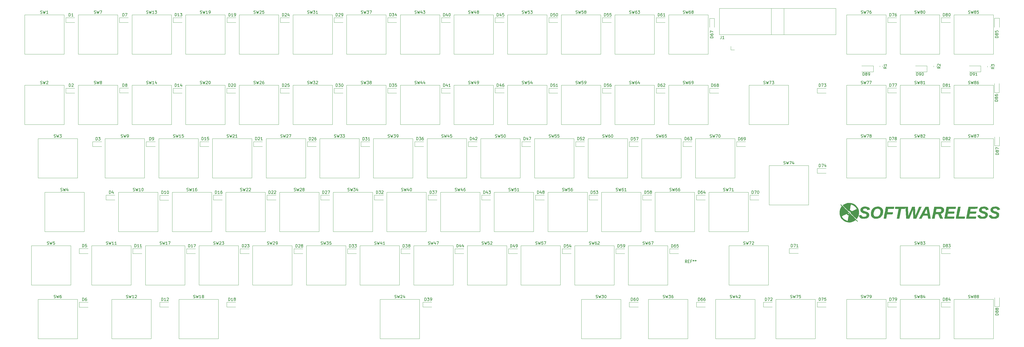
<source format=gto>
G04 #@! TF.GenerationSoftware,KiCad,Pcbnew,(5.1.0)-1*
G04 #@! TF.CreationDate,2022-03-22T21:13:01+01:00*
G04 #@! TF.ProjectId,keyboard,6b657962-6f61-4726-942e-6b696361645f,rev?*
G04 #@! TF.SameCoordinates,Original*
G04 #@! TF.FileFunction,Legend,Top*
G04 #@! TF.FilePolarity,Positive*
%FSLAX46Y46*%
G04 Gerber Fmt 4.6, Leading zero omitted, Abs format (unit mm)*
G04 Created by KiCad (PCBNEW (5.1.0)-1) date 2022-03-22 21:13:01*
%MOMM*%
%LPD*%
G04 APERTURE LIST*
%ADD10C,0.120000*%
%ADD11C,0.010000*%
%ADD12C,0.150000*%
%ADD13C,3.302000*%
%ADD14C,0.100000*%
%ADD15C,1.052000*%
%ADD16C,1.702000*%
%ADD17O,1.829200X1.829200*%
%ADD18R,1.829200X1.829200*%
%ADD19R,1.102000X1.102000*%
%ADD20C,1.802000*%
%ADD21C,4.102000*%
%ADD22C,2.302000*%
%ADD23C,3.152000*%
G04 APERTURE END LIST*
D10*
X374590000Y-56053733D02*
X374590000Y-56396267D01*
X375610000Y-56053733D02*
X375610000Y-56396267D01*
X355490000Y-55903733D02*
X355490000Y-56246267D01*
X356510000Y-55903733D02*
X356510000Y-56246267D01*
X336490000Y-55953733D02*
X336490000Y-56296267D01*
X337510000Y-55953733D02*
X337510000Y-56296267D01*
X372185000Y-55915000D02*
X368100000Y-55915000D01*
X372185000Y-58085000D02*
X372185000Y-55915000D01*
X368100000Y-58085000D02*
X372185000Y-58085000D01*
X353160000Y-55915000D02*
X349075000Y-55915000D01*
X353160000Y-58085000D02*
X353160000Y-55915000D01*
X349075000Y-58085000D02*
X353160000Y-58085000D01*
X334160000Y-55915000D02*
X330075000Y-55915000D01*
X334160000Y-58085000D02*
X334160000Y-55915000D01*
X330075000Y-58085000D02*
X334160000Y-58085000D01*
D11*
G36*
X322655494Y-105158724D02*
G01*
X322700704Y-105186232D01*
X322763571Y-105233973D01*
X322848019Y-105305669D01*
X322957972Y-105405041D01*
X323097354Y-105535813D01*
X323270089Y-105701706D01*
X323480102Y-105906442D01*
X323731317Y-106153744D01*
X324027658Y-106447333D01*
X324373048Y-106790931D01*
X324771413Y-107188261D01*
X325226675Y-107643045D01*
X325646687Y-108062936D01*
X326151581Y-108567916D01*
X326595960Y-109012780D01*
X326983552Y-109401457D01*
X327318085Y-109737877D01*
X327603288Y-110025971D01*
X327842887Y-110269669D01*
X328040612Y-110472900D01*
X328200190Y-110639595D01*
X328325348Y-110773683D01*
X328419816Y-110879095D01*
X328487321Y-110959760D01*
X328531592Y-111019608D01*
X328556355Y-111062570D01*
X328565339Y-111092575D01*
X328562273Y-111113554D01*
X328553227Y-111126948D01*
X328514540Y-111162117D01*
X328473617Y-111167615D01*
X328415266Y-111134753D01*
X328324293Y-111054842D01*
X328185504Y-110919195D01*
X328179492Y-110913230D01*
X327880688Y-110616715D01*
X327639705Y-110797786D01*
X327241686Y-111046906D01*
X326791662Y-111242518D01*
X326311734Y-111378977D01*
X325824002Y-111450637D01*
X325350567Y-111451853D01*
X325163372Y-111430319D01*
X324615040Y-111303299D01*
X324104542Y-111099579D01*
X323639359Y-110824543D01*
X323226968Y-110483578D01*
X322874848Y-110082068D01*
X322590479Y-109625400D01*
X322553365Y-109550893D01*
X322472138Y-109362870D01*
X322942056Y-109362870D01*
X322989141Y-109477500D01*
X323076503Y-109629009D01*
X323195016Y-109801185D01*
X323304582Y-109941059D01*
X323647984Y-110287672D01*
X324054355Y-110581738D01*
X324505404Y-110811035D01*
X324730714Y-110893956D01*
X324905791Y-110947938D01*
X325014023Y-110970292D01*
X325073876Y-110960232D01*
X325103817Y-110916969D01*
X325114480Y-110877590D01*
X325129386Y-110800779D01*
X325156633Y-110651301D01*
X325193233Y-110445899D01*
X325236198Y-110201314D01*
X325274338Y-109981786D01*
X325320271Y-109717792D01*
X325362290Y-109479467D01*
X325397415Y-109283465D01*
X325422667Y-109146437D01*
X325433976Y-109089494D01*
X325432912Y-109017335D01*
X325375018Y-108968336D01*
X325296892Y-108938312D01*
X325144778Y-108860393D01*
X324982089Y-108735897D01*
X324845620Y-108595485D01*
X324792523Y-108518003D01*
X324771552Y-108494380D01*
X324734590Y-108486483D01*
X324671077Y-108498097D01*
X324570455Y-108533002D01*
X324422163Y-108594984D01*
X324215643Y-108687825D01*
X323940334Y-108815307D01*
X323866557Y-108849746D01*
X323603998Y-108973350D01*
X323368788Y-109085845D01*
X323173569Y-109181041D01*
X323030985Y-109252748D01*
X322953679Y-109294773D01*
X322944377Y-109301330D01*
X322942056Y-109362870D01*
X322472138Y-109362870D01*
X322396474Y-109187727D01*
X322291873Y-108844645D01*
X322229069Y-108481228D01*
X322205450Y-108211170D01*
X322208870Y-108005449D01*
X325093571Y-108005449D01*
X325128915Y-108219411D01*
X325226993Y-108393761D01*
X325375872Y-108507508D01*
X325379989Y-108509327D01*
X325537386Y-108560537D01*
X325669006Y-108572215D01*
X325743297Y-108545870D01*
X325745830Y-108490194D01*
X325679582Y-108418217D01*
X325560654Y-108345643D01*
X325518644Y-108326742D01*
X325370340Y-108217988D01*
X325306613Y-108113916D01*
X325242746Y-107993387D01*
X325173034Y-107904953D01*
X325168633Y-107901143D01*
X325119584Y-107870056D01*
X325098304Y-107897775D01*
X325093575Y-107999894D01*
X325093571Y-108005449D01*
X322208870Y-108005449D01*
X322214341Y-107676490D01*
X322309338Y-107156486D01*
X322491706Y-106647280D01*
X322762710Y-106144992D01*
X322983770Y-105824678D01*
X322988267Y-105773239D01*
X322938791Y-105689815D01*
X322828353Y-105563951D01*
X322768172Y-105502033D01*
X322641076Y-105371193D01*
X322569925Y-105286882D01*
X322545761Y-105232246D01*
X322559627Y-105190435D01*
X322586564Y-105160375D01*
X322602348Y-105149517D01*
X322624017Y-105147726D01*
X322655494Y-105158724D01*
X322655494Y-105158724D01*
G37*
X322655494Y-105158724D02*
X322700704Y-105186232D01*
X322763571Y-105233973D01*
X322848019Y-105305669D01*
X322957972Y-105405041D01*
X323097354Y-105535813D01*
X323270089Y-105701706D01*
X323480102Y-105906442D01*
X323731317Y-106153744D01*
X324027658Y-106447333D01*
X324373048Y-106790931D01*
X324771413Y-107188261D01*
X325226675Y-107643045D01*
X325646687Y-108062936D01*
X326151581Y-108567916D01*
X326595960Y-109012780D01*
X326983552Y-109401457D01*
X327318085Y-109737877D01*
X327603288Y-110025971D01*
X327842887Y-110269669D01*
X328040612Y-110472900D01*
X328200190Y-110639595D01*
X328325348Y-110773683D01*
X328419816Y-110879095D01*
X328487321Y-110959760D01*
X328531592Y-111019608D01*
X328556355Y-111062570D01*
X328565339Y-111092575D01*
X328562273Y-111113554D01*
X328553227Y-111126948D01*
X328514540Y-111162117D01*
X328473617Y-111167615D01*
X328415266Y-111134753D01*
X328324293Y-111054842D01*
X328185504Y-110919195D01*
X328179492Y-110913230D01*
X327880688Y-110616715D01*
X327639705Y-110797786D01*
X327241686Y-111046906D01*
X326791662Y-111242518D01*
X326311734Y-111378977D01*
X325824002Y-111450637D01*
X325350567Y-111451853D01*
X325163372Y-111430319D01*
X324615040Y-111303299D01*
X324104542Y-111099579D01*
X323639359Y-110824543D01*
X323226968Y-110483578D01*
X322874848Y-110082068D01*
X322590479Y-109625400D01*
X322553365Y-109550893D01*
X322472138Y-109362870D01*
X322942056Y-109362870D01*
X322989141Y-109477500D01*
X323076503Y-109629009D01*
X323195016Y-109801185D01*
X323304582Y-109941059D01*
X323647984Y-110287672D01*
X324054355Y-110581738D01*
X324505404Y-110811035D01*
X324730714Y-110893956D01*
X324905791Y-110947938D01*
X325014023Y-110970292D01*
X325073876Y-110960232D01*
X325103817Y-110916969D01*
X325114480Y-110877590D01*
X325129386Y-110800779D01*
X325156633Y-110651301D01*
X325193233Y-110445899D01*
X325236198Y-110201314D01*
X325274338Y-109981786D01*
X325320271Y-109717792D01*
X325362290Y-109479467D01*
X325397415Y-109283465D01*
X325422667Y-109146437D01*
X325433976Y-109089494D01*
X325432912Y-109017335D01*
X325375018Y-108968336D01*
X325296892Y-108938312D01*
X325144778Y-108860393D01*
X324982089Y-108735897D01*
X324845620Y-108595485D01*
X324792523Y-108518003D01*
X324771552Y-108494380D01*
X324734590Y-108486483D01*
X324671077Y-108498097D01*
X324570455Y-108533002D01*
X324422163Y-108594984D01*
X324215643Y-108687825D01*
X323940334Y-108815307D01*
X323866557Y-108849746D01*
X323603998Y-108973350D01*
X323368788Y-109085845D01*
X323173569Y-109181041D01*
X323030985Y-109252748D01*
X322953679Y-109294773D01*
X322944377Y-109301330D01*
X322942056Y-109362870D01*
X322472138Y-109362870D01*
X322396474Y-109187727D01*
X322291873Y-108844645D01*
X322229069Y-108481228D01*
X322205450Y-108211170D01*
X322208870Y-108005449D01*
X325093571Y-108005449D01*
X325128915Y-108219411D01*
X325226993Y-108393761D01*
X325375872Y-108507508D01*
X325379989Y-108509327D01*
X325537386Y-108560537D01*
X325669006Y-108572215D01*
X325743297Y-108545870D01*
X325745830Y-108490194D01*
X325679582Y-108418217D01*
X325560654Y-108345643D01*
X325518644Y-108326742D01*
X325370340Y-108217988D01*
X325306613Y-108113916D01*
X325242746Y-107993387D01*
X325173034Y-107904953D01*
X325168633Y-107901143D01*
X325119584Y-107870056D01*
X325098304Y-107897775D01*
X325093575Y-107999894D01*
X325093571Y-108005449D01*
X322208870Y-108005449D01*
X322214341Y-107676490D01*
X322309338Y-107156486D01*
X322491706Y-106647280D01*
X322762710Y-106144992D01*
X322983770Y-105824678D01*
X322988267Y-105773239D01*
X322938791Y-105689815D01*
X322828353Y-105563951D01*
X322768172Y-105502033D01*
X322641076Y-105371193D01*
X322569925Y-105286882D01*
X322545761Y-105232246D01*
X322559627Y-105190435D01*
X322586564Y-105160375D01*
X322602348Y-105149517D01*
X322624017Y-105147726D01*
X322655494Y-105158724D01*
G36*
X325947963Y-104633230D02*
G01*
X326331013Y-104684334D01*
X326460438Y-104713970D01*
X326985942Y-104897092D01*
X327467302Y-105156606D01*
X327898274Y-105486487D01*
X328272618Y-105880711D01*
X328584091Y-106333254D01*
X328826452Y-106838091D01*
X328910744Y-107078929D01*
X328956805Y-107241274D01*
X328987634Y-107395343D01*
X329006052Y-107566445D01*
X329014882Y-107779889D01*
X329016964Y-108031429D01*
X329003584Y-108440193D01*
X328959777Y-108788479D01*
X328880042Y-109103032D01*
X328758879Y-109410594D01*
X328713881Y-109504987D01*
X328633048Y-109654691D01*
X328533363Y-109819250D01*
X328427579Y-109980058D01*
X328328450Y-110118507D01*
X328248730Y-110215991D01*
X328201173Y-110253905D01*
X328200518Y-110253929D01*
X328158266Y-110222967D01*
X328060284Y-110135227D01*
X327914635Y-109998424D01*
X327729381Y-109820275D01*
X327512585Y-109608494D01*
X327272309Y-109370799D01*
X327145604Y-109244362D01*
X326864535Y-108962696D01*
X326641158Y-108737194D01*
X326468854Y-108560047D01*
X326341004Y-108423443D01*
X326250988Y-108319571D01*
X326192186Y-108240620D01*
X326157978Y-108178778D01*
X326141746Y-108126234D01*
X326136870Y-108075177D01*
X326136616Y-108053737D01*
X326113494Y-107893683D01*
X326057260Y-107743549D01*
X326049412Y-107729944D01*
X325930818Y-107606833D01*
X325767438Y-107523204D01*
X325596442Y-107495275D01*
X325531516Y-107503999D01*
X325494268Y-107502526D01*
X325441397Y-107478223D01*
X325366181Y-107425117D01*
X325261896Y-107337231D01*
X325121822Y-107208592D01*
X324960847Y-107053980D01*
X325791064Y-107053980D01*
X326002223Y-107151812D01*
X326163959Y-107250176D01*
X326319354Y-107381028D01*
X326365464Y-107430789D01*
X326517545Y-107611935D01*
X326928147Y-107421280D01*
X327153005Y-107316894D01*
X327418674Y-107193595D01*
X327683669Y-107070637D01*
X327815000Y-107009712D01*
X328004649Y-106921234D01*
X328162331Y-106846714D01*
X328270844Y-106794345D01*
X328312567Y-106772695D01*
X328308827Y-106723241D01*
X328261586Y-106620345D01*
X328182041Y-106482938D01*
X328081387Y-106329946D01*
X327970821Y-106180301D01*
X327938435Y-106140152D01*
X327578958Y-105774693D01*
X327158489Y-105471543D01*
X326999724Y-105382369D01*
X326832872Y-105302692D01*
X326648718Y-105226754D01*
X326467895Y-105161536D01*
X326311037Y-105114021D01*
X326198778Y-105091190D01*
X326154024Y-105096214D01*
X326140206Y-105145250D01*
X326113553Y-105270442D01*
X326076637Y-105458552D01*
X326032028Y-105696339D01*
X325982298Y-105970565D01*
X325961848Y-106085794D01*
X325791064Y-107053980D01*
X324960847Y-107053980D01*
X324939237Y-107033225D01*
X324707417Y-106805155D01*
X324419643Y-106518408D01*
X324395790Y-106494544D01*
X323361589Y-105459609D01*
X323535884Y-105315931D01*
X323752480Y-105163753D01*
X324026919Y-105009653D01*
X324327977Y-104868904D01*
X324624426Y-104756778D01*
X324763066Y-104715722D01*
X325126949Y-104648962D01*
X325534261Y-104621452D01*
X325947963Y-104633230D01*
X325947963Y-104633230D01*
G37*
X325947963Y-104633230D02*
X326331013Y-104684334D01*
X326460438Y-104713970D01*
X326985942Y-104897092D01*
X327467302Y-105156606D01*
X327898274Y-105486487D01*
X328272618Y-105880711D01*
X328584091Y-106333254D01*
X328826452Y-106838091D01*
X328910744Y-107078929D01*
X328956805Y-107241274D01*
X328987634Y-107395343D01*
X329006052Y-107566445D01*
X329014882Y-107779889D01*
X329016964Y-108031429D01*
X329003584Y-108440193D01*
X328959777Y-108788479D01*
X328880042Y-109103032D01*
X328758879Y-109410594D01*
X328713881Y-109504987D01*
X328633048Y-109654691D01*
X328533363Y-109819250D01*
X328427579Y-109980058D01*
X328328450Y-110118507D01*
X328248730Y-110215991D01*
X328201173Y-110253905D01*
X328200518Y-110253929D01*
X328158266Y-110222967D01*
X328060284Y-110135227D01*
X327914635Y-109998424D01*
X327729381Y-109820275D01*
X327512585Y-109608494D01*
X327272309Y-109370799D01*
X327145604Y-109244362D01*
X326864535Y-108962696D01*
X326641158Y-108737194D01*
X326468854Y-108560047D01*
X326341004Y-108423443D01*
X326250988Y-108319571D01*
X326192186Y-108240620D01*
X326157978Y-108178778D01*
X326141746Y-108126234D01*
X326136870Y-108075177D01*
X326136616Y-108053737D01*
X326113494Y-107893683D01*
X326057260Y-107743549D01*
X326049412Y-107729944D01*
X325930818Y-107606833D01*
X325767438Y-107523204D01*
X325596442Y-107495275D01*
X325531516Y-107503999D01*
X325494268Y-107502526D01*
X325441397Y-107478223D01*
X325366181Y-107425117D01*
X325261896Y-107337231D01*
X325121822Y-107208592D01*
X324960847Y-107053980D01*
X325791064Y-107053980D01*
X326002223Y-107151812D01*
X326163959Y-107250176D01*
X326319354Y-107381028D01*
X326365464Y-107430789D01*
X326517545Y-107611935D01*
X326928147Y-107421280D01*
X327153005Y-107316894D01*
X327418674Y-107193595D01*
X327683669Y-107070637D01*
X327815000Y-107009712D01*
X328004649Y-106921234D01*
X328162331Y-106846714D01*
X328270844Y-106794345D01*
X328312567Y-106772695D01*
X328308827Y-106723241D01*
X328261586Y-106620345D01*
X328182041Y-106482938D01*
X328081387Y-106329946D01*
X327970821Y-106180301D01*
X327938435Y-106140152D01*
X327578958Y-105774693D01*
X327158489Y-105471543D01*
X326999724Y-105382369D01*
X326832872Y-105302692D01*
X326648718Y-105226754D01*
X326467895Y-105161536D01*
X326311037Y-105114021D01*
X326198778Y-105091190D01*
X326154024Y-105096214D01*
X326140206Y-105145250D01*
X326113553Y-105270442D01*
X326076637Y-105458552D01*
X326032028Y-105696339D01*
X325982298Y-105970565D01*
X325961848Y-106085794D01*
X325791064Y-107053980D01*
X324960847Y-107053980D01*
X324939237Y-107033225D01*
X324707417Y-106805155D01*
X324419643Y-106518408D01*
X324395790Y-106494544D01*
X323361589Y-105459609D01*
X323535884Y-105315931D01*
X323752480Y-105163753D01*
X324026919Y-105009653D01*
X324327977Y-104868904D01*
X324624426Y-104756778D01*
X324763066Y-104715722D01*
X325126949Y-104648962D01*
X325534261Y-104621452D01*
X325947963Y-104633230D01*
G36*
X331736557Y-105944795D02*
G01*
X332075329Y-106023671D01*
X332364898Y-106144745D01*
X332477728Y-106215796D01*
X332638720Y-106348993D01*
X332754273Y-106493097D01*
X332852307Y-106684344D01*
X332868999Y-106723576D01*
X332938370Y-106889831D01*
X332520374Y-106986072D01*
X332316130Y-107028198D01*
X332170115Y-107048037D01*
X332094689Y-107044124D01*
X332087420Y-107037438D01*
X332007581Y-106892466D01*
X331876968Y-106744060D01*
X331727192Y-106626756D01*
X331694909Y-106608605D01*
X331487010Y-106536714D01*
X331253519Y-106512203D01*
X331016821Y-106531249D01*
X330799298Y-106590030D01*
X330623333Y-106684723D01*
X330511752Y-106810650D01*
X330448899Y-106994079D01*
X330465096Y-107153924D01*
X330562942Y-107293425D01*
X330745038Y-107415822D01*
X331013983Y-107524357D01*
X331107614Y-107553414D01*
X331452920Y-107658554D01*
X331723888Y-107750402D01*
X331934713Y-107835438D01*
X332099589Y-107920144D01*
X332232712Y-108011000D01*
X332348276Y-108114487D01*
X332357915Y-108124247D01*
X332488538Y-108272104D01*
X332567376Y-108407323D01*
X332616706Y-108569648D01*
X332622360Y-108595997D01*
X332652800Y-108936038D01*
X332599722Y-109245116D01*
X332466754Y-109517469D01*
X332257521Y-109747335D01*
X331975649Y-109928953D01*
X331720108Y-110029620D01*
X331492284Y-110081419D01*
X331205596Y-110119342D01*
X330891074Y-110141661D01*
X330579753Y-110146650D01*
X330302663Y-110132584D01*
X330173571Y-110115662D01*
X329820368Y-110016809D01*
X329529336Y-109855045D01*
X329303598Y-109632919D01*
X329146278Y-109352980D01*
X329109743Y-109247796D01*
X329046429Y-109037416D01*
X329349196Y-108986881D01*
X329523256Y-108957555D01*
X329676117Y-108931329D01*
X329765357Y-108915559D01*
X329841683Y-108914886D01*
X329899360Y-108959743D01*
X329961110Y-109069185D01*
X329969464Y-109086697D01*
X330111458Y-109290878D01*
X330314544Y-109429571D01*
X330581066Y-109504325D01*
X330606476Y-109507750D01*
X330941386Y-109524353D01*
X331233825Y-109488699D01*
X331475163Y-109405008D01*
X331656771Y-109277500D01*
X331770018Y-109110395D01*
X331806428Y-108920966D01*
X331791143Y-108775648D01*
X331738244Y-108656359D01*
X331637164Y-108555174D01*
X331477337Y-108464169D01*
X331248197Y-108375417D01*
X330961694Y-108287401D01*
X330751006Y-108223972D01*
X330547222Y-108157118D01*
X330384437Y-108098201D01*
X330341676Y-108080796D01*
X330144633Y-107971887D01*
X329953748Y-107824689D01*
X329794815Y-107662209D01*
X329693631Y-107507451D01*
X329690387Y-107499939D01*
X329648802Y-107334177D01*
X329631855Y-107121014D01*
X329639545Y-106900355D01*
X329671874Y-106712104D01*
X329690387Y-106657918D01*
X329783590Y-106510419D01*
X329933944Y-106350858D01*
X330115279Y-106203041D01*
X330301424Y-106090772D01*
X330326769Y-106079074D01*
X330643688Y-105975257D01*
X330998870Y-105919198D01*
X331370448Y-105909507D01*
X331736557Y-105944795D01*
X331736557Y-105944795D01*
G37*
X331736557Y-105944795D02*
X332075329Y-106023671D01*
X332364898Y-106144745D01*
X332477728Y-106215796D01*
X332638720Y-106348993D01*
X332754273Y-106493097D01*
X332852307Y-106684344D01*
X332868999Y-106723576D01*
X332938370Y-106889831D01*
X332520374Y-106986072D01*
X332316130Y-107028198D01*
X332170115Y-107048037D01*
X332094689Y-107044124D01*
X332087420Y-107037438D01*
X332007581Y-106892466D01*
X331876968Y-106744060D01*
X331727192Y-106626756D01*
X331694909Y-106608605D01*
X331487010Y-106536714D01*
X331253519Y-106512203D01*
X331016821Y-106531249D01*
X330799298Y-106590030D01*
X330623333Y-106684723D01*
X330511752Y-106810650D01*
X330448899Y-106994079D01*
X330465096Y-107153924D01*
X330562942Y-107293425D01*
X330745038Y-107415822D01*
X331013983Y-107524357D01*
X331107614Y-107553414D01*
X331452920Y-107658554D01*
X331723888Y-107750402D01*
X331934713Y-107835438D01*
X332099589Y-107920144D01*
X332232712Y-108011000D01*
X332348276Y-108114487D01*
X332357915Y-108124247D01*
X332488538Y-108272104D01*
X332567376Y-108407323D01*
X332616706Y-108569648D01*
X332622360Y-108595997D01*
X332652800Y-108936038D01*
X332599722Y-109245116D01*
X332466754Y-109517469D01*
X332257521Y-109747335D01*
X331975649Y-109928953D01*
X331720108Y-110029620D01*
X331492284Y-110081419D01*
X331205596Y-110119342D01*
X330891074Y-110141661D01*
X330579753Y-110146650D01*
X330302663Y-110132584D01*
X330173571Y-110115662D01*
X329820368Y-110016809D01*
X329529336Y-109855045D01*
X329303598Y-109632919D01*
X329146278Y-109352980D01*
X329109743Y-109247796D01*
X329046429Y-109037416D01*
X329349196Y-108986881D01*
X329523256Y-108957555D01*
X329676117Y-108931329D01*
X329765357Y-108915559D01*
X329841683Y-108914886D01*
X329899360Y-108959743D01*
X329961110Y-109069185D01*
X329969464Y-109086697D01*
X330111458Y-109290878D01*
X330314544Y-109429571D01*
X330581066Y-109504325D01*
X330606476Y-109507750D01*
X330941386Y-109524353D01*
X331233825Y-109488699D01*
X331475163Y-109405008D01*
X331656771Y-109277500D01*
X331770018Y-109110395D01*
X331806428Y-108920966D01*
X331791143Y-108775648D01*
X331738244Y-108656359D01*
X331637164Y-108555174D01*
X331477337Y-108464169D01*
X331248197Y-108375417D01*
X330961694Y-108287401D01*
X330751006Y-108223972D01*
X330547222Y-108157118D01*
X330384437Y-108098201D01*
X330341676Y-108080796D01*
X330144633Y-107971887D01*
X329953748Y-107824689D01*
X329794815Y-107662209D01*
X329693631Y-107507451D01*
X329690387Y-107499939D01*
X329648802Y-107334177D01*
X329631855Y-107121014D01*
X329639545Y-106900355D01*
X329671874Y-106712104D01*
X329690387Y-106657918D01*
X329783590Y-106510419D01*
X329933944Y-106350858D01*
X330115279Y-106203041D01*
X330301424Y-106090772D01*
X330326769Y-106079074D01*
X330643688Y-105975257D01*
X330998870Y-105919198D01*
X331370448Y-105909507D01*
X331736557Y-105944795D01*
G36*
X335921338Y-105918069D02*
G01*
X336341873Y-105983726D01*
X336709805Y-106113016D01*
X337019433Y-106302017D01*
X337265055Y-106546805D01*
X337440969Y-106843458D01*
X337499197Y-107003869D01*
X337540433Y-107216283D01*
X337561176Y-107485944D01*
X337561475Y-107781743D01*
X337541380Y-108072570D01*
X337500940Y-108327314D01*
X337497052Y-108344252D01*
X337364863Y-108734078D01*
X337163243Y-109102734D01*
X336905462Y-109433212D01*
X336604791Y-109708503D01*
X336274501Y-109911598D01*
X336273931Y-109911868D01*
X335882648Y-110054580D01*
X335455477Y-110136820D01*
X335024249Y-110154545D01*
X334674627Y-110115144D01*
X334306908Y-110001766D01*
X333981979Y-109819653D01*
X333711352Y-109577958D01*
X333506537Y-109285832D01*
X333434501Y-109129146D01*
X333373807Y-108902826D01*
X333338174Y-108620082D01*
X333328964Y-108322177D01*
X334179060Y-108322177D01*
X334198800Y-108656140D01*
X334283783Y-108943444D01*
X334431380Y-109177144D01*
X334638958Y-109350291D01*
X334784360Y-109419697D01*
X334996600Y-109465448D01*
X335254563Y-109471584D01*
X335523774Y-109440887D01*
X335769759Y-109376138D01*
X335873271Y-109331861D01*
X336146874Y-109143723D01*
X336370989Y-108886886D01*
X336540828Y-108571586D01*
X336651603Y-108208059D01*
X336698526Y-107806542D01*
X336695430Y-107574061D01*
X336653391Y-107263999D01*
X336563024Y-107022865D01*
X336417436Y-106838891D01*
X336209736Y-106700308D01*
X336173713Y-106683127D01*
X336019315Y-106620076D01*
X335883850Y-106589128D01*
X335725786Y-106583519D01*
X335600032Y-106589682D01*
X335241484Y-106647703D01*
X334937599Y-106773444D01*
X334685712Y-106969542D01*
X334483159Y-107238635D01*
X334327276Y-107583361D01*
X334227194Y-107948505D01*
X334179060Y-108322177D01*
X333328964Y-108322177D01*
X333328648Y-108311967D01*
X333346278Y-108009534D01*
X333388278Y-107759286D01*
X333540706Y-107307853D01*
X333762552Y-106910339D01*
X334046757Y-106571877D01*
X334386262Y-106297597D01*
X334774007Y-106092631D01*
X335202934Y-105962109D01*
X335665983Y-105911162D01*
X335921338Y-105918069D01*
X335921338Y-105918069D01*
G37*
X335921338Y-105918069D02*
X336341873Y-105983726D01*
X336709805Y-106113016D01*
X337019433Y-106302017D01*
X337265055Y-106546805D01*
X337440969Y-106843458D01*
X337499197Y-107003869D01*
X337540433Y-107216283D01*
X337561176Y-107485944D01*
X337561475Y-107781743D01*
X337541380Y-108072570D01*
X337500940Y-108327314D01*
X337497052Y-108344252D01*
X337364863Y-108734078D01*
X337163243Y-109102734D01*
X336905462Y-109433212D01*
X336604791Y-109708503D01*
X336274501Y-109911598D01*
X336273931Y-109911868D01*
X335882648Y-110054580D01*
X335455477Y-110136820D01*
X335024249Y-110154545D01*
X334674627Y-110115144D01*
X334306908Y-110001766D01*
X333981979Y-109819653D01*
X333711352Y-109577958D01*
X333506537Y-109285832D01*
X333434501Y-109129146D01*
X333373807Y-108902826D01*
X333338174Y-108620082D01*
X333328964Y-108322177D01*
X334179060Y-108322177D01*
X334198800Y-108656140D01*
X334283783Y-108943444D01*
X334431380Y-109177144D01*
X334638958Y-109350291D01*
X334784360Y-109419697D01*
X334996600Y-109465448D01*
X335254563Y-109471584D01*
X335523774Y-109440887D01*
X335769759Y-109376138D01*
X335873271Y-109331861D01*
X336146874Y-109143723D01*
X336370989Y-108886886D01*
X336540828Y-108571586D01*
X336651603Y-108208059D01*
X336698526Y-107806542D01*
X336695430Y-107574061D01*
X336653391Y-107263999D01*
X336563024Y-107022865D01*
X336417436Y-106838891D01*
X336209736Y-106700308D01*
X336173713Y-106683127D01*
X336019315Y-106620076D01*
X335883850Y-106589128D01*
X335725786Y-106583519D01*
X335600032Y-106589682D01*
X335241484Y-106647703D01*
X334937599Y-106773444D01*
X334685712Y-106969542D01*
X334483159Y-107238635D01*
X334327276Y-107583361D01*
X334227194Y-107948505D01*
X334179060Y-108322177D01*
X333328964Y-108322177D01*
X333328648Y-108311967D01*
X333346278Y-108009534D01*
X333388278Y-107759286D01*
X333540706Y-107307853D01*
X333762552Y-106910339D01*
X334046757Y-106571877D01*
X334386262Y-106297597D01*
X334774007Y-106092631D01*
X335202934Y-105962109D01*
X335665983Y-105911162D01*
X335921338Y-105918069D01*
G36*
X373577531Y-105926921D02*
G01*
X373926732Y-105982912D01*
X374231823Y-106077583D01*
X374380972Y-106150733D01*
X374518739Y-106252223D01*
X374651780Y-106385317D01*
X374767673Y-106532033D01*
X374854001Y-106674391D01*
X374898343Y-106794412D01*
X374888279Y-106874113D01*
X374883997Y-106878979D01*
X374826382Y-106904651D01*
X374709637Y-106938368D01*
X374558113Y-106974974D01*
X374396163Y-107009317D01*
X374248137Y-107036243D01*
X374138388Y-107050599D01*
X374091267Y-107047231D01*
X374091069Y-107046784D01*
X374061229Y-106987366D01*
X374003246Y-106886930D01*
X373990171Y-106865312D01*
X373854993Y-106712575D01*
X373673879Y-106604171D01*
X373462654Y-106538618D01*
X373237147Y-106514434D01*
X373013185Y-106530137D01*
X372806595Y-106584243D01*
X372633203Y-106675271D01*
X372508838Y-106801738D01*
X372449326Y-106962161D01*
X372446428Y-107009901D01*
X372467786Y-107152090D01*
X372538532Y-107271154D01*
X372668677Y-107374864D01*
X372868231Y-107470991D01*
X373147205Y-107567306D01*
X373175619Y-107575968D01*
X373586302Y-107708480D01*
X373915228Y-107836097D01*
X374170552Y-107965957D01*
X374360429Y-108105198D01*
X374493016Y-108260958D01*
X374576468Y-108440375D01*
X374618939Y-108650588D01*
X374628899Y-108847962D01*
X374593673Y-109183763D01*
X374485074Y-109468474D01*
X374302155Y-109703060D01*
X374043966Y-109888487D01*
X373709558Y-110025719D01*
X373398928Y-110099260D01*
X372979234Y-110147250D01*
X372543955Y-110149519D01*
X372179763Y-110112084D01*
X371818739Y-110015853D01*
X371522798Y-109858868D01*
X371294041Y-109642929D01*
X371134568Y-109369839D01*
X371068166Y-109158623D01*
X371058202Y-109094588D01*
X371076355Y-109054267D01*
X371140592Y-109026622D01*
X371268879Y-109000615D01*
X371346809Y-108987421D01*
X371523084Y-108957383D01*
X371679553Y-108929686D01*
X371773217Y-108912097D01*
X371860364Y-108907090D01*
X371904333Y-108954917D01*
X371924264Y-109026750D01*
X372009178Y-109214468D01*
X372165716Y-109360573D01*
X372383222Y-109461649D01*
X372651040Y-109514279D01*
X372958514Y-109515048D01*
X373284965Y-109462922D01*
X373519940Y-109373942D01*
X373687491Y-109242772D01*
X373786168Y-109083812D01*
X373814518Y-108911465D01*
X373771090Y-108740132D01*
X373654433Y-108584215D01*
X373463096Y-108458116D01*
X373389288Y-108427659D01*
X373260953Y-108383555D01*
X373075555Y-108323229D01*
X372862988Y-108256308D01*
X372740802Y-108218804D01*
X372368866Y-108085919D01*
X372079519Y-107935582D01*
X371865324Y-107761502D01*
X371718846Y-107557389D01*
X371632649Y-107316951D01*
X371623801Y-107273869D01*
X371609222Y-106971025D01*
X371678559Y-106691925D01*
X371826461Y-106444185D01*
X372047575Y-106235419D01*
X372336549Y-106073240D01*
X372512412Y-106009678D01*
X372845657Y-105938439D01*
X373208934Y-105911475D01*
X373577531Y-105926921D01*
X373577531Y-105926921D01*
G37*
X373577531Y-105926921D02*
X373926732Y-105982912D01*
X374231823Y-106077583D01*
X374380972Y-106150733D01*
X374518739Y-106252223D01*
X374651780Y-106385317D01*
X374767673Y-106532033D01*
X374854001Y-106674391D01*
X374898343Y-106794412D01*
X374888279Y-106874113D01*
X374883997Y-106878979D01*
X374826382Y-106904651D01*
X374709637Y-106938368D01*
X374558113Y-106974974D01*
X374396163Y-107009317D01*
X374248137Y-107036243D01*
X374138388Y-107050599D01*
X374091267Y-107047231D01*
X374091069Y-107046784D01*
X374061229Y-106987366D01*
X374003246Y-106886930D01*
X373990171Y-106865312D01*
X373854993Y-106712575D01*
X373673879Y-106604171D01*
X373462654Y-106538618D01*
X373237147Y-106514434D01*
X373013185Y-106530137D01*
X372806595Y-106584243D01*
X372633203Y-106675271D01*
X372508838Y-106801738D01*
X372449326Y-106962161D01*
X372446428Y-107009901D01*
X372467786Y-107152090D01*
X372538532Y-107271154D01*
X372668677Y-107374864D01*
X372868231Y-107470991D01*
X373147205Y-107567306D01*
X373175619Y-107575968D01*
X373586302Y-107708480D01*
X373915228Y-107836097D01*
X374170552Y-107965957D01*
X374360429Y-108105198D01*
X374493016Y-108260958D01*
X374576468Y-108440375D01*
X374618939Y-108650588D01*
X374628899Y-108847962D01*
X374593673Y-109183763D01*
X374485074Y-109468474D01*
X374302155Y-109703060D01*
X374043966Y-109888487D01*
X373709558Y-110025719D01*
X373398928Y-110099260D01*
X372979234Y-110147250D01*
X372543955Y-110149519D01*
X372179763Y-110112084D01*
X371818739Y-110015853D01*
X371522798Y-109858868D01*
X371294041Y-109642929D01*
X371134568Y-109369839D01*
X371068166Y-109158623D01*
X371058202Y-109094588D01*
X371076355Y-109054267D01*
X371140592Y-109026622D01*
X371268879Y-109000615D01*
X371346809Y-108987421D01*
X371523084Y-108957383D01*
X371679553Y-108929686D01*
X371773217Y-108912097D01*
X371860364Y-108907090D01*
X371904333Y-108954917D01*
X371924264Y-109026750D01*
X372009178Y-109214468D01*
X372165716Y-109360573D01*
X372383222Y-109461649D01*
X372651040Y-109514279D01*
X372958514Y-109515048D01*
X373284965Y-109462922D01*
X373519940Y-109373942D01*
X373687491Y-109242772D01*
X373786168Y-109083812D01*
X373814518Y-108911465D01*
X373771090Y-108740132D01*
X373654433Y-108584215D01*
X373463096Y-108458116D01*
X373389288Y-108427659D01*
X373260953Y-108383555D01*
X373075555Y-108323229D01*
X372862988Y-108256308D01*
X372740802Y-108218804D01*
X372368866Y-108085919D01*
X372079519Y-107935582D01*
X371865324Y-107761502D01*
X371718846Y-107557389D01*
X371632649Y-107316951D01*
X371623801Y-107273869D01*
X371609222Y-106971025D01*
X371678559Y-106691925D01*
X371826461Y-106444185D01*
X372047575Y-106235419D01*
X372336549Y-106073240D01*
X372512412Y-106009678D01*
X372845657Y-105938439D01*
X373208934Y-105911475D01*
X373577531Y-105926921D01*
G36*
X377614316Y-105926921D02*
G01*
X377963517Y-105982912D01*
X378268609Y-106077583D01*
X378417758Y-106150733D01*
X378555525Y-106252223D01*
X378688565Y-106385317D01*
X378804459Y-106532033D01*
X378890787Y-106674391D01*
X378935128Y-106794412D01*
X378925064Y-106874113D01*
X378920783Y-106878979D01*
X378863168Y-106904651D01*
X378746423Y-106938368D01*
X378594899Y-106974974D01*
X378432949Y-107009317D01*
X378284923Y-107036243D01*
X378175174Y-107050599D01*
X378128052Y-107047231D01*
X378127855Y-107046784D01*
X378098015Y-106987366D01*
X378040032Y-106886930D01*
X378026956Y-106865312D01*
X377891779Y-106712575D01*
X377710664Y-106604171D01*
X377499440Y-106538618D01*
X377273933Y-106514434D01*
X377049971Y-106530137D01*
X376843380Y-106584243D01*
X376669989Y-106675271D01*
X376545624Y-106801738D01*
X376486112Y-106962161D01*
X376483214Y-107009901D01*
X376504572Y-107152090D01*
X376575318Y-107271154D01*
X376705463Y-107374864D01*
X376905017Y-107470991D01*
X377183991Y-107567306D01*
X377212404Y-107575968D01*
X377623087Y-107708480D01*
X377952013Y-107836097D01*
X378207337Y-107965957D01*
X378397215Y-108105198D01*
X378529802Y-108260958D01*
X378613254Y-108440375D01*
X378655725Y-108650588D01*
X378665685Y-108847962D01*
X378630458Y-109183763D01*
X378521860Y-109468474D01*
X378338940Y-109703060D01*
X378080751Y-109888487D01*
X377746344Y-110025719D01*
X377435714Y-110099260D01*
X377016020Y-110147250D01*
X376580741Y-110149519D01*
X376216549Y-110112084D01*
X375855524Y-110015853D01*
X375559584Y-109858868D01*
X375330827Y-109642929D01*
X375171354Y-109369839D01*
X375104952Y-109158623D01*
X375094988Y-109094588D01*
X375113141Y-109054267D01*
X375177378Y-109026622D01*
X375305664Y-109000615D01*
X375383595Y-108987421D01*
X375559870Y-108957383D01*
X375716339Y-108929686D01*
X375810003Y-108912097D01*
X375897149Y-108907090D01*
X375941118Y-108954917D01*
X375961050Y-109026750D01*
X376045964Y-109214468D01*
X376202502Y-109360573D01*
X376420008Y-109461649D01*
X376687826Y-109514279D01*
X376995300Y-109515048D01*
X377321750Y-109462922D01*
X377556726Y-109373942D01*
X377724277Y-109242772D01*
X377822953Y-109083812D01*
X377851303Y-108911465D01*
X377807875Y-108740132D01*
X377691219Y-108584215D01*
X377499882Y-108458116D01*
X377426074Y-108427659D01*
X377297738Y-108383555D01*
X377112341Y-108323229D01*
X376899774Y-108256308D01*
X376777588Y-108218804D01*
X376405651Y-108085919D01*
X376116304Y-107935582D01*
X375902110Y-107761502D01*
X375755632Y-107557389D01*
X375669435Y-107316951D01*
X375660587Y-107273869D01*
X375646008Y-106971025D01*
X375715345Y-106691925D01*
X375863247Y-106444185D01*
X376084361Y-106235419D01*
X376373334Y-106073240D01*
X376549198Y-106009678D01*
X376882442Y-105938439D01*
X377245720Y-105911475D01*
X377614316Y-105926921D01*
X377614316Y-105926921D01*
G37*
X377614316Y-105926921D02*
X377963517Y-105982912D01*
X378268609Y-106077583D01*
X378417758Y-106150733D01*
X378555525Y-106252223D01*
X378688565Y-106385317D01*
X378804459Y-106532033D01*
X378890787Y-106674391D01*
X378935128Y-106794412D01*
X378925064Y-106874113D01*
X378920783Y-106878979D01*
X378863168Y-106904651D01*
X378746423Y-106938368D01*
X378594899Y-106974974D01*
X378432949Y-107009317D01*
X378284923Y-107036243D01*
X378175174Y-107050599D01*
X378128052Y-107047231D01*
X378127855Y-107046784D01*
X378098015Y-106987366D01*
X378040032Y-106886930D01*
X378026956Y-106865312D01*
X377891779Y-106712575D01*
X377710664Y-106604171D01*
X377499440Y-106538618D01*
X377273933Y-106514434D01*
X377049971Y-106530137D01*
X376843380Y-106584243D01*
X376669989Y-106675271D01*
X376545624Y-106801738D01*
X376486112Y-106962161D01*
X376483214Y-107009901D01*
X376504572Y-107152090D01*
X376575318Y-107271154D01*
X376705463Y-107374864D01*
X376905017Y-107470991D01*
X377183991Y-107567306D01*
X377212404Y-107575968D01*
X377623087Y-107708480D01*
X377952013Y-107836097D01*
X378207337Y-107965957D01*
X378397215Y-108105198D01*
X378529802Y-108260958D01*
X378613254Y-108440375D01*
X378655725Y-108650588D01*
X378665685Y-108847962D01*
X378630458Y-109183763D01*
X378521860Y-109468474D01*
X378338940Y-109703060D01*
X378080751Y-109888487D01*
X377746344Y-110025719D01*
X377435714Y-110099260D01*
X377016020Y-110147250D01*
X376580741Y-110149519D01*
X376216549Y-110112084D01*
X375855524Y-110015853D01*
X375559584Y-109858868D01*
X375330827Y-109642929D01*
X375171354Y-109369839D01*
X375104952Y-109158623D01*
X375094988Y-109094588D01*
X375113141Y-109054267D01*
X375177378Y-109026622D01*
X375305664Y-109000615D01*
X375383595Y-108987421D01*
X375559870Y-108957383D01*
X375716339Y-108929686D01*
X375810003Y-108912097D01*
X375897149Y-108907090D01*
X375941118Y-108954917D01*
X375961050Y-109026750D01*
X376045964Y-109214468D01*
X376202502Y-109360573D01*
X376420008Y-109461649D01*
X376687826Y-109514279D01*
X376995300Y-109515048D01*
X377321750Y-109462922D01*
X377556726Y-109373942D01*
X377724277Y-109242772D01*
X377822953Y-109083812D01*
X377851303Y-108911465D01*
X377807875Y-108740132D01*
X377691219Y-108584215D01*
X377499882Y-108458116D01*
X377426074Y-108427659D01*
X377297738Y-108383555D01*
X377112341Y-108323229D01*
X376899774Y-108256308D01*
X376777588Y-108218804D01*
X376405651Y-108085919D01*
X376116304Y-107935582D01*
X375902110Y-107761502D01*
X375755632Y-107557389D01*
X375669435Y-107316951D01*
X375660587Y-107273869D01*
X375646008Y-106971025D01*
X375715345Y-106691925D01*
X375863247Y-106444185D01*
X376084361Y-106235419D01*
X376373334Y-106073240D01*
X376549198Y-106009678D01*
X376882442Y-105938439D01*
X377245720Y-105911475D01*
X377614316Y-105926921D01*
G36*
X340466250Y-105945260D02*
G01*
X340786324Y-105946373D01*
X341033731Y-105948840D01*
X341217495Y-105953161D01*
X341346638Y-105959835D01*
X341430183Y-105969364D01*
X341477155Y-105982246D01*
X341496576Y-105998984D01*
X341497469Y-106020076D01*
X341496359Y-106024375D01*
X341475366Y-106111212D01*
X341445074Y-106251430D01*
X341422051Y-106364554D01*
X341370354Y-106625357D01*
X340353034Y-106625357D01*
X340060184Y-106625839D01*
X339800299Y-106627189D01*
X339586203Y-106629264D01*
X339430724Y-106631922D01*
X339346687Y-106635019D01*
X339335467Y-106636697D01*
X339327295Y-106682866D01*
X339305098Y-106801265D01*
X339272063Y-106975057D01*
X339231376Y-107187405D01*
X339222074Y-107235758D01*
X339180017Y-107456808D01*
X339145045Y-107645552D01*
X339120381Y-107784223D01*
X339109248Y-107855055D01*
X339108928Y-107859419D01*
X339152101Y-107869974D01*
X339272890Y-107879303D01*
X339458199Y-107886924D01*
X339694933Y-107892354D01*
X339969995Y-107895111D01*
X340084107Y-107895357D01*
X340370421Y-107896863D01*
X340623403Y-107901076D01*
X340829977Y-107907538D01*
X340977068Y-107915795D01*
X341051599Y-107925388D01*
X341058177Y-107929375D01*
X341047492Y-107995954D01*
X341019296Y-108134830D01*
X340976923Y-108330012D01*
X340944883Y-108472778D01*
X340935111Y-108505984D01*
X340915204Y-108531155D01*
X340873645Y-108549590D01*
X340798915Y-108562587D01*
X340679496Y-108571447D01*
X340503872Y-108577469D01*
X340260525Y-108581950D01*
X339939554Y-108586171D01*
X338957178Y-108598393D01*
X338814183Y-109346786D01*
X338671187Y-110095179D01*
X338255058Y-110108220D01*
X338036758Y-110110699D01*
X337901615Y-110101271D01*
X337842772Y-110079289D01*
X337838928Y-110068958D01*
X337847258Y-110014855D01*
X337871097Y-109880890D01*
X337908721Y-109676260D01*
X337958405Y-109410167D01*
X338018425Y-109091807D01*
X338087054Y-108730381D01*
X338162570Y-108335088D01*
X338224464Y-108012691D01*
X338304029Y-107598434D01*
X338378054Y-107211697D01*
X338444819Y-106861557D01*
X338502606Y-106557093D01*
X338549694Y-106307382D01*
X338584366Y-106121502D01*
X338604901Y-106008531D01*
X338610000Y-105976864D01*
X338653569Y-105969134D01*
X338777129Y-105962079D01*
X338969955Y-105955937D01*
X339221325Y-105950940D01*
X339520515Y-105947325D01*
X339856802Y-105945326D01*
X340064485Y-105945000D01*
X340466250Y-105945260D01*
X340466250Y-105945260D01*
G37*
X340466250Y-105945260D02*
X340786324Y-105946373D01*
X341033731Y-105948840D01*
X341217495Y-105953161D01*
X341346638Y-105959835D01*
X341430183Y-105969364D01*
X341477155Y-105982246D01*
X341496576Y-105998984D01*
X341497469Y-106020076D01*
X341496359Y-106024375D01*
X341475366Y-106111212D01*
X341445074Y-106251430D01*
X341422051Y-106364554D01*
X341370354Y-106625357D01*
X340353034Y-106625357D01*
X340060184Y-106625839D01*
X339800299Y-106627189D01*
X339586203Y-106629264D01*
X339430724Y-106631922D01*
X339346687Y-106635019D01*
X339335467Y-106636697D01*
X339327295Y-106682866D01*
X339305098Y-106801265D01*
X339272063Y-106975057D01*
X339231376Y-107187405D01*
X339222074Y-107235758D01*
X339180017Y-107456808D01*
X339145045Y-107645552D01*
X339120381Y-107784223D01*
X339109248Y-107855055D01*
X339108928Y-107859419D01*
X339152101Y-107869974D01*
X339272890Y-107879303D01*
X339458199Y-107886924D01*
X339694933Y-107892354D01*
X339969995Y-107895111D01*
X340084107Y-107895357D01*
X340370421Y-107896863D01*
X340623403Y-107901076D01*
X340829977Y-107907538D01*
X340977068Y-107915795D01*
X341051599Y-107925388D01*
X341058177Y-107929375D01*
X341047492Y-107995954D01*
X341019296Y-108134830D01*
X340976923Y-108330012D01*
X340944883Y-108472778D01*
X340935111Y-108505984D01*
X340915204Y-108531155D01*
X340873645Y-108549590D01*
X340798915Y-108562587D01*
X340679496Y-108571447D01*
X340503872Y-108577469D01*
X340260525Y-108581950D01*
X339939554Y-108586171D01*
X338957178Y-108598393D01*
X338814183Y-109346786D01*
X338671187Y-110095179D01*
X338255058Y-110108220D01*
X338036758Y-110110699D01*
X337901615Y-110101271D01*
X337842772Y-110079289D01*
X337838928Y-110068958D01*
X337847258Y-110014855D01*
X337871097Y-109880890D01*
X337908721Y-109676260D01*
X337958405Y-109410167D01*
X338018425Y-109091807D01*
X338087054Y-108730381D01*
X338162570Y-108335088D01*
X338224464Y-108012691D01*
X338304029Y-107598434D01*
X338378054Y-107211697D01*
X338444819Y-106861557D01*
X338502606Y-106557093D01*
X338549694Y-106307382D01*
X338584366Y-106121502D01*
X338604901Y-106008531D01*
X338610000Y-105976864D01*
X338653569Y-105969134D01*
X338777129Y-105962079D01*
X338969955Y-105955937D01*
X339221325Y-105950940D01*
X339520515Y-105947325D01*
X339856802Y-105945326D01*
X340064485Y-105945000D01*
X340466250Y-105945260D01*
G36*
X344189014Y-105945201D02*
G01*
X344553899Y-105946051D01*
X344844498Y-105947925D01*
X345069025Y-105951195D01*
X345235694Y-105956235D01*
X345352718Y-105963419D01*
X345428313Y-105973119D01*
X345470692Y-105985710D01*
X345488068Y-106001564D01*
X345488656Y-106021056D01*
X345487787Y-106024375D01*
X345466794Y-106111212D01*
X345436502Y-106251430D01*
X345413479Y-106364554D01*
X345361783Y-106625357D01*
X344024420Y-106625357D01*
X343687647Y-108371607D01*
X343350875Y-110117857D01*
X342930794Y-110117857D01*
X342748232Y-110114455D01*
X342605815Y-110105323D01*
X342523474Y-110092079D01*
X342511005Y-110083840D01*
X342519429Y-110033156D01*
X342543315Y-109903299D01*
X342580786Y-109704135D01*
X342629964Y-109445533D01*
X342688970Y-109137358D01*
X342755928Y-108789480D01*
X342828958Y-108411766D01*
X342843337Y-108337590D01*
X343175377Y-106625357D01*
X342499811Y-106625357D01*
X342239175Y-106624593D01*
X342056360Y-106621256D01*
X341938478Y-106613779D01*
X341872643Y-106600597D01*
X341845965Y-106580141D01*
X341845559Y-106550846D01*
X341846855Y-106545982D01*
X341867848Y-106459145D01*
X341898140Y-106318928D01*
X341921163Y-106205804D01*
X341972860Y-105945000D01*
X343741629Y-105945000D01*
X344189014Y-105945201D01*
X344189014Y-105945201D01*
G37*
X344189014Y-105945201D02*
X344553899Y-105946051D01*
X344844498Y-105947925D01*
X345069025Y-105951195D01*
X345235694Y-105956235D01*
X345352718Y-105963419D01*
X345428313Y-105973119D01*
X345470692Y-105985710D01*
X345488068Y-106001564D01*
X345488656Y-106021056D01*
X345487787Y-106024375D01*
X345466794Y-106111212D01*
X345436502Y-106251430D01*
X345413479Y-106364554D01*
X345361783Y-106625357D01*
X344024420Y-106625357D01*
X343687647Y-108371607D01*
X343350875Y-110117857D01*
X342930794Y-110117857D01*
X342748232Y-110114455D01*
X342605815Y-110105323D01*
X342523474Y-110092079D01*
X342511005Y-110083840D01*
X342519429Y-110033156D01*
X342543315Y-109903299D01*
X342580786Y-109704135D01*
X342629964Y-109445533D01*
X342688970Y-109137358D01*
X342755928Y-108789480D01*
X342828958Y-108411766D01*
X342843337Y-108337590D01*
X343175377Y-106625357D01*
X342499811Y-106625357D01*
X342239175Y-106624593D01*
X342056360Y-106621256D01*
X341938478Y-106613779D01*
X341872643Y-106600597D01*
X341845965Y-106580141D01*
X341845559Y-106550846D01*
X341846855Y-106545982D01*
X341867848Y-106459145D01*
X341898140Y-106318928D01*
X341921163Y-106205804D01*
X341972860Y-105945000D01*
X343741629Y-105945000D01*
X344189014Y-105945201D01*
G36*
X346381994Y-106545982D02*
G01*
X346392279Y-106774461D01*
X346403935Y-107069961D01*
X346416122Y-107408820D01*
X346427999Y-107767371D01*
X346438727Y-108121950D01*
X346441600Y-108224197D01*
X346451135Y-108525910D01*
X346461986Y-108795014D01*
X346473458Y-109019051D01*
X346484854Y-109185565D01*
X346495480Y-109282100D01*
X346501760Y-109301429D01*
X346531939Y-109262443D01*
X346583232Y-109159630D01*
X346645179Y-109014206D01*
X346652687Y-108995268D01*
X346700100Y-108877822D01*
X346777527Y-108689731D01*
X346879597Y-108443876D01*
X347000940Y-108153141D01*
X347136185Y-107830409D01*
X347279962Y-107488562D01*
X347352008Y-107317728D01*
X347930893Y-105946349D01*
X348395803Y-105945674D01*
X348860714Y-105945000D01*
X348859834Y-106092411D01*
X348861077Y-106229618D01*
X348865674Y-106430111D01*
X348873113Y-106681572D01*
X348882880Y-106971684D01*
X348894460Y-107288129D01*
X348907342Y-107618589D01*
X348921011Y-107950747D01*
X348934953Y-108272286D01*
X348948656Y-108570887D01*
X348961605Y-108834233D01*
X348973288Y-109050007D01*
X348983190Y-109205890D01*
X348990799Y-109289566D01*
X348993574Y-109300477D01*
X349015614Y-109259625D01*
X349067385Y-109143560D01*
X349145101Y-108961362D01*
X349244980Y-108722114D01*
X349363235Y-108434898D01*
X349496082Y-108108795D01*
X349639738Y-107752889D01*
X349673051Y-107669909D01*
X349819148Y-107306310D01*
X349955432Y-106968420D01*
X350078058Y-106665675D01*
X350183182Y-106407511D01*
X350266959Y-106203363D01*
X350325544Y-106062668D01*
X350355092Y-105994861D01*
X350357199Y-105990845D01*
X350419788Y-105965975D01*
X350563701Y-105953483D01*
X350780302Y-105954086D01*
X350794901Y-105954538D01*
X351202044Y-105967679D01*
X350269504Y-108042521D01*
X349336964Y-110117362D01*
X348831652Y-110117610D01*
X348326339Y-110117857D01*
X348295052Y-109222054D01*
X348282735Y-108876485D01*
X348268786Y-108496743D01*
X348254485Y-108116928D01*
X348241110Y-107771138D01*
X348233400Y-107577857D01*
X348203036Y-106829465D01*
X348075367Y-107169643D01*
X348025088Y-107298100D01*
X347944889Y-107496205D01*
X347840473Y-107750178D01*
X347717542Y-108046242D01*
X347581802Y-108370618D01*
X347438954Y-108709527D01*
X347395009Y-108813287D01*
X346842321Y-110116752D01*
X346334833Y-110117305D01*
X345827344Y-110117857D01*
X345803014Y-109925090D01*
X345794613Y-109834599D01*
X345781862Y-109665617D01*
X345765559Y-109430219D01*
X345746504Y-109140483D01*
X345725496Y-108808485D01*
X345703333Y-108446301D01*
X345686749Y-108167500D01*
X345663917Y-107783141D01*
X345641478Y-107413337D01*
X345620283Y-107071497D01*
X345601179Y-106771030D01*
X345585015Y-106525342D01*
X345572640Y-106347844D01*
X345566899Y-106273840D01*
X345538985Y-105945000D01*
X346352059Y-105945000D01*
X346381994Y-106545982D01*
X346381994Y-106545982D01*
G37*
X346381994Y-106545982D02*
X346392279Y-106774461D01*
X346403935Y-107069961D01*
X346416122Y-107408820D01*
X346427999Y-107767371D01*
X346438727Y-108121950D01*
X346441600Y-108224197D01*
X346451135Y-108525910D01*
X346461986Y-108795014D01*
X346473458Y-109019051D01*
X346484854Y-109185565D01*
X346495480Y-109282100D01*
X346501760Y-109301429D01*
X346531939Y-109262443D01*
X346583232Y-109159630D01*
X346645179Y-109014206D01*
X346652687Y-108995268D01*
X346700100Y-108877822D01*
X346777527Y-108689731D01*
X346879597Y-108443876D01*
X347000940Y-108153141D01*
X347136185Y-107830409D01*
X347279962Y-107488562D01*
X347352008Y-107317728D01*
X347930893Y-105946349D01*
X348395803Y-105945674D01*
X348860714Y-105945000D01*
X348859834Y-106092411D01*
X348861077Y-106229618D01*
X348865674Y-106430111D01*
X348873113Y-106681572D01*
X348882880Y-106971684D01*
X348894460Y-107288129D01*
X348907342Y-107618589D01*
X348921011Y-107950747D01*
X348934953Y-108272286D01*
X348948656Y-108570887D01*
X348961605Y-108834233D01*
X348973288Y-109050007D01*
X348983190Y-109205890D01*
X348990799Y-109289566D01*
X348993574Y-109300477D01*
X349015614Y-109259625D01*
X349067385Y-109143560D01*
X349145101Y-108961362D01*
X349244980Y-108722114D01*
X349363235Y-108434898D01*
X349496082Y-108108795D01*
X349639738Y-107752889D01*
X349673051Y-107669909D01*
X349819148Y-107306310D01*
X349955432Y-106968420D01*
X350078058Y-106665675D01*
X350183182Y-106407511D01*
X350266959Y-106203363D01*
X350325544Y-106062668D01*
X350355092Y-105994861D01*
X350357199Y-105990845D01*
X350419788Y-105965975D01*
X350563701Y-105953483D01*
X350780302Y-105954086D01*
X350794901Y-105954538D01*
X351202044Y-105967679D01*
X350269504Y-108042521D01*
X349336964Y-110117362D01*
X348831652Y-110117610D01*
X348326339Y-110117857D01*
X348295052Y-109222054D01*
X348282735Y-108876485D01*
X348268786Y-108496743D01*
X348254485Y-108116928D01*
X348241110Y-107771138D01*
X348233400Y-107577857D01*
X348203036Y-106829465D01*
X348075367Y-107169643D01*
X348025088Y-107298100D01*
X347944889Y-107496205D01*
X347840473Y-107750178D01*
X347717542Y-108046242D01*
X347581802Y-108370618D01*
X347438954Y-108709527D01*
X347395009Y-108813287D01*
X346842321Y-110116752D01*
X346334833Y-110117305D01*
X345827344Y-110117857D01*
X345803014Y-109925090D01*
X345794613Y-109834599D01*
X345781862Y-109665617D01*
X345765559Y-109430219D01*
X345746504Y-109140483D01*
X345725496Y-108808485D01*
X345703333Y-108446301D01*
X345686749Y-108167500D01*
X345663917Y-107783141D01*
X345641478Y-107413337D01*
X345620283Y-107071497D01*
X345601179Y-106771030D01*
X345585015Y-106525342D01*
X345572640Y-106347844D01*
X345566899Y-106273840D01*
X345538985Y-105945000D01*
X346352059Y-105945000D01*
X346381994Y-106545982D01*
G36*
X354379097Y-110117857D02*
G01*
X353541080Y-110117857D01*
X353460746Y-109573572D01*
X353380412Y-109029286D01*
X352583331Y-109029639D01*
X351786250Y-109029991D01*
X351205824Y-110117857D01*
X350353060Y-110117857D01*
X350511427Y-109834375D01*
X350566624Y-109735369D01*
X350660516Y-109566719D01*
X350787737Y-109338074D01*
X350942920Y-109059086D01*
X351120697Y-108739403D01*
X351312581Y-108394286D01*
X352129935Y-108394286D01*
X353311272Y-108394286D01*
X353282583Y-108201518D01*
X353266024Y-108088779D01*
X353239654Y-107907515D01*
X353206557Y-107678996D01*
X353169815Y-107424489D01*
X353152707Y-107305715D01*
X353051521Y-106602679D01*
X352864502Y-106988215D01*
X352764381Y-107189886D01*
X352638433Y-107436735D01*
X352504360Y-107694350D01*
X352403709Y-107884018D01*
X352129935Y-108394286D01*
X351312581Y-108394286D01*
X351315701Y-108388676D01*
X351522566Y-108016555D01*
X351665563Y-107759286D01*
X352661332Y-105967679D01*
X353687821Y-105967679D01*
X354379097Y-110117857D01*
X354379097Y-110117857D01*
G37*
X354379097Y-110117857D02*
X353541080Y-110117857D01*
X353460746Y-109573572D01*
X353380412Y-109029286D01*
X352583331Y-109029639D01*
X351786250Y-109029991D01*
X351205824Y-110117857D01*
X350353060Y-110117857D01*
X350511427Y-109834375D01*
X350566624Y-109735369D01*
X350660516Y-109566719D01*
X350787737Y-109338074D01*
X350942920Y-109059086D01*
X351120697Y-108739403D01*
X351312581Y-108394286D01*
X352129935Y-108394286D01*
X353311272Y-108394286D01*
X353282583Y-108201518D01*
X353266024Y-108088779D01*
X353239654Y-107907515D01*
X353206557Y-107678996D01*
X353169815Y-107424489D01*
X353152707Y-107305715D01*
X353051521Y-106602679D01*
X352864502Y-106988215D01*
X352764381Y-107189886D01*
X352638433Y-107436735D01*
X352504360Y-107694350D01*
X352403709Y-107884018D01*
X352129935Y-108394286D01*
X351312581Y-108394286D01*
X351315701Y-108388676D01*
X351522566Y-108016555D01*
X351665563Y-107759286D01*
X352661332Y-105967679D01*
X353687821Y-105967679D01*
X354379097Y-110117857D01*
G36*
X356948302Y-105956592D02*
G01*
X357340775Y-105963468D01*
X357654966Y-105972028D01*
X357903304Y-105984225D01*
X358098221Y-106002014D01*
X358252148Y-106027345D01*
X358377516Y-106062173D01*
X358486755Y-106108451D01*
X358592296Y-106168131D01*
X358686678Y-106229704D01*
X358905145Y-106422526D01*
X359048929Y-106659299D01*
X359121517Y-106947208D01*
X359132344Y-107147980D01*
X359124349Y-107342971D01*
X359095879Y-107490687D01*
X359036374Y-107634023D01*
X358992457Y-107716066D01*
X358806146Y-107962940D01*
X358558080Y-108163697D01*
X358273255Y-108298743D01*
X358233951Y-108310701D01*
X358110019Y-108349982D01*
X358025533Y-108384199D01*
X358011652Y-108392727D01*
X358019620Y-108440551D01*
X358061519Y-108557452D01*
X358132113Y-108730681D01*
X358226165Y-108947494D01*
X358338438Y-109195141D01*
X358363169Y-109248431D01*
X358480235Y-109500694D01*
X358582990Y-109724034D01*
X358665676Y-109905779D01*
X358722536Y-110033254D01*
X358747813Y-110093788D01*
X358748571Y-110096743D01*
X358706378Y-110105446D01*
X358592442Y-110112270D01*
X358425728Y-110116379D01*
X358283661Y-110117189D01*
X357818750Y-110116521D01*
X357482899Y-109323439D01*
X357147049Y-108530357D01*
X356635510Y-108530357D01*
X356410692Y-108531924D01*
X356260674Y-108538192D01*
X356169574Y-108551520D01*
X356121508Y-108574261D01*
X356100592Y-108608772D01*
X356100301Y-108609732D01*
X356083734Y-108681559D01*
X356054563Y-108824041D01*
X356016470Y-109018597D01*
X355973140Y-109246641D01*
X355958685Y-109324107D01*
X355914483Y-109558975D01*
X355874381Y-109766335D01*
X355842054Y-109927607D01*
X355821173Y-110024206D01*
X355817491Y-110038482D01*
X355794649Y-110076387D01*
X355741424Y-110100097D01*
X355640316Y-110112749D01*
X355473821Y-110117478D01*
X355374509Y-110117857D01*
X354954773Y-110117857D01*
X355325966Y-108201518D01*
X355400848Y-107814705D01*
X356253928Y-107814705D01*
X356297607Y-107829509D01*
X356422129Y-107839692D01*
X356617724Y-107844907D01*
X356874622Y-107844809D01*
X357036339Y-107842408D01*
X357328787Y-107835649D01*
X357545778Y-107827152D01*
X357702569Y-107815192D01*
X357814419Y-107798045D01*
X357896584Y-107773986D01*
X357964321Y-107741291D01*
X357972370Y-107736607D01*
X358145745Y-107588358D01*
X358252175Y-107399315D01*
X358285971Y-107189957D01*
X358241440Y-106980767D01*
X358203123Y-106906110D01*
X358129352Y-106806304D01*
X358037870Y-106732631D01*
X357914722Y-106681404D01*
X357745954Y-106648934D01*
X357517612Y-106631536D01*
X357215742Y-106625520D01*
X357140714Y-106625357D01*
X356884266Y-106625850D01*
X356704323Y-106628748D01*
X356586673Y-106636185D01*
X356517109Y-106650292D01*
X356481419Y-106673202D01*
X356465394Y-106707047D01*
X356460599Y-106727411D01*
X356429159Y-106879139D01*
X356391712Y-107067061D01*
X356352245Y-107270193D01*
X356314746Y-107467556D01*
X356283204Y-107638168D01*
X356261605Y-107761047D01*
X356253928Y-107814705D01*
X355400848Y-107814705D01*
X355405603Y-107790145D01*
X355480857Y-107400960D01*
X355549760Y-107044179D01*
X355610342Y-106730019D01*
X355660634Y-106468694D01*
X355698668Y-106270422D01*
X355722473Y-106145418D01*
X355728756Y-106111774D01*
X355760354Y-105938370D01*
X356948302Y-105956592D01*
X356948302Y-105956592D01*
G37*
X356948302Y-105956592D02*
X357340775Y-105963468D01*
X357654966Y-105972028D01*
X357903304Y-105984225D01*
X358098221Y-106002014D01*
X358252148Y-106027345D01*
X358377516Y-106062173D01*
X358486755Y-106108451D01*
X358592296Y-106168131D01*
X358686678Y-106229704D01*
X358905145Y-106422526D01*
X359048929Y-106659299D01*
X359121517Y-106947208D01*
X359132344Y-107147980D01*
X359124349Y-107342971D01*
X359095879Y-107490687D01*
X359036374Y-107634023D01*
X358992457Y-107716066D01*
X358806146Y-107962940D01*
X358558080Y-108163697D01*
X358273255Y-108298743D01*
X358233951Y-108310701D01*
X358110019Y-108349982D01*
X358025533Y-108384199D01*
X358011652Y-108392727D01*
X358019620Y-108440551D01*
X358061519Y-108557452D01*
X358132113Y-108730681D01*
X358226165Y-108947494D01*
X358338438Y-109195141D01*
X358363169Y-109248431D01*
X358480235Y-109500694D01*
X358582990Y-109724034D01*
X358665676Y-109905779D01*
X358722536Y-110033254D01*
X358747813Y-110093788D01*
X358748571Y-110096743D01*
X358706378Y-110105446D01*
X358592442Y-110112270D01*
X358425728Y-110116379D01*
X358283661Y-110117189D01*
X357818750Y-110116521D01*
X357482899Y-109323439D01*
X357147049Y-108530357D01*
X356635510Y-108530357D01*
X356410692Y-108531924D01*
X356260674Y-108538192D01*
X356169574Y-108551520D01*
X356121508Y-108574261D01*
X356100592Y-108608772D01*
X356100301Y-108609732D01*
X356083734Y-108681559D01*
X356054563Y-108824041D01*
X356016470Y-109018597D01*
X355973140Y-109246641D01*
X355958685Y-109324107D01*
X355914483Y-109558975D01*
X355874381Y-109766335D01*
X355842054Y-109927607D01*
X355821173Y-110024206D01*
X355817491Y-110038482D01*
X355794649Y-110076387D01*
X355741424Y-110100097D01*
X355640316Y-110112749D01*
X355473821Y-110117478D01*
X355374509Y-110117857D01*
X354954773Y-110117857D01*
X355325966Y-108201518D01*
X355400848Y-107814705D01*
X356253928Y-107814705D01*
X356297607Y-107829509D01*
X356422129Y-107839692D01*
X356617724Y-107844907D01*
X356874622Y-107844809D01*
X357036339Y-107842408D01*
X357328787Y-107835649D01*
X357545778Y-107827152D01*
X357702569Y-107815192D01*
X357814419Y-107798045D01*
X357896584Y-107773986D01*
X357964321Y-107741291D01*
X357972370Y-107736607D01*
X358145745Y-107588358D01*
X358252175Y-107399315D01*
X358285971Y-107189957D01*
X358241440Y-106980767D01*
X358203123Y-106906110D01*
X358129352Y-106806304D01*
X358037870Y-106732631D01*
X357914722Y-106681404D01*
X357745954Y-106648934D01*
X357517612Y-106631536D01*
X357215742Y-106625520D01*
X357140714Y-106625357D01*
X356884266Y-106625850D01*
X356704323Y-106628748D01*
X356586673Y-106636185D01*
X356517109Y-106650292D01*
X356481419Y-106673202D01*
X356465394Y-106707047D01*
X356460599Y-106727411D01*
X356429159Y-106879139D01*
X356391712Y-107067061D01*
X356352245Y-107270193D01*
X356314746Y-107467556D01*
X356283204Y-107638168D01*
X356261605Y-107761047D01*
X356253928Y-107814705D01*
X355400848Y-107814705D01*
X355405603Y-107790145D01*
X355480857Y-107400960D01*
X355549760Y-107044179D01*
X355610342Y-106730019D01*
X355660634Y-106468694D01*
X355698668Y-106270422D01*
X355722473Y-106145418D01*
X355728756Y-106111774D01*
X355760354Y-105938370D01*
X356948302Y-105956592D01*
G36*
X362165588Y-105945228D02*
G01*
X362511145Y-105946192D01*
X362783144Y-105948315D01*
X362990163Y-105952020D01*
X363140782Y-105957728D01*
X363243577Y-105965863D01*
X363307128Y-105976847D01*
X363340012Y-105991102D01*
X363350807Y-106009051D01*
X363349745Y-106024375D01*
X363332206Y-106111219D01*
X363304657Y-106251448D01*
X363282740Y-106364554D01*
X363232497Y-106625357D01*
X362033748Y-106625357D01*
X361714663Y-106625771D01*
X361427547Y-106626937D01*
X361184215Y-106628743D01*
X360996477Y-106631075D01*
X360876145Y-106633822D01*
X360835000Y-106636786D01*
X360827050Y-106683173D01*
X360805537Y-106799822D01*
X360773964Y-106967900D01*
X360744286Y-107124286D01*
X360707078Y-107322568D01*
X360677263Y-107487207D01*
X360658397Y-107598188D01*
X360653571Y-107634464D01*
X360696861Y-107643970D01*
X360818469Y-107652457D01*
X361005999Y-107659535D01*
X361247056Y-107664816D01*
X361529245Y-107667912D01*
X361742143Y-107668572D01*
X362116148Y-107670003D01*
X362405199Y-107674476D01*
X362615011Y-107682262D01*
X362751302Y-107693631D01*
X362819789Y-107708853D01*
X362830714Y-107720039D01*
X362822932Y-107789022D01*
X362802649Y-107917712D01*
X362777660Y-108059442D01*
X362724605Y-108347378D01*
X361613245Y-108359493D01*
X360501885Y-108371607D01*
X360420376Y-108802500D01*
X360382231Y-109001136D01*
X360347740Y-109175387D01*
X360322048Y-109299495D01*
X360313926Y-109335447D01*
X360288986Y-109437500D01*
X361537171Y-109437500D01*
X361914065Y-109436712D01*
X362209443Y-109436508D01*
X362432464Y-109440128D01*
X362592288Y-109450813D01*
X362698075Y-109471804D01*
X362758983Y-109506341D01*
X362784172Y-109557663D01*
X362782801Y-109629013D01*
X362764030Y-109723630D01*
X362737019Y-109844754D01*
X362733738Y-109860828D01*
X362682119Y-110117857D01*
X361010167Y-110117857D01*
X360535997Y-110116944D01*
X360147929Y-110114112D01*
X359841369Y-110109221D01*
X359611723Y-110102134D01*
X359454396Y-110092710D01*
X359364794Y-110080811D01*
X359338214Y-110067255D01*
X359346542Y-110013513D01*
X359370377Y-109879898D01*
X359407995Y-109675597D01*
X359457671Y-109409801D01*
X359517681Y-109091698D01*
X359586300Y-108730477D01*
X359661805Y-108335328D01*
X359723750Y-108012691D01*
X359803315Y-107598434D01*
X359877340Y-107211697D01*
X359944105Y-106861557D01*
X360001892Y-106557093D01*
X360048980Y-106307382D01*
X360083652Y-106121502D01*
X360104187Y-106008531D01*
X360109286Y-105976864D01*
X360152953Y-105969543D01*
X360277201Y-105962815D01*
X360471894Y-105956877D01*
X360726899Y-105951929D01*
X361032083Y-105948168D01*
X361377310Y-105945793D01*
X361737896Y-105945000D01*
X362165588Y-105945228D01*
X362165588Y-105945228D01*
G37*
X362165588Y-105945228D02*
X362511145Y-105946192D01*
X362783144Y-105948315D01*
X362990163Y-105952020D01*
X363140782Y-105957728D01*
X363243577Y-105965863D01*
X363307128Y-105976847D01*
X363340012Y-105991102D01*
X363350807Y-106009051D01*
X363349745Y-106024375D01*
X363332206Y-106111219D01*
X363304657Y-106251448D01*
X363282740Y-106364554D01*
X363232497Y-106625357D01*
X362033748Y-106625357D01*
X361714663Y-106625771D01*
X361427547Y-106626937D01*
X361184215Y-106628743D01*
X360996477Y-106631075D01*
X360876145Y-106633822D01*
X360835000Y-106636786D01*
X360827050Y-106683173D01*
X360805537Y-106799822D01*
X360773964Y-106967900D01*
X360744286Y-107124286D01*
X360707078Y-107322568D01*
X360677263Y-107487207D01*
X360658397Y-107598188D01*
X360653571Y-107634464D01*
X360696861Y-107643970D01*
X360818469Y-107652457D01*
X361005999Y-107659535D01*
X361247056Y-107664816D01*
X361529245Y-107667912D01*
X361742143Y-107668572D01*
X362116148Y-107670003D01*
X362405199Y-107674476D01*
X362615011Y-107682262D01*
X362751302Y-107693631D01*
X362819789Y-107708853D01*
X362830714Y-107720039D01*
X362822932Y-107789022D01*
X362802649Y-107917712D01*
X362777660Y-108059442D01*
X362724605Y-108347378D01*
X361613245Y-108359493D01*
X360501885Y-108371607D01*
X360420376Y-108802500D01*
X360382231Y-109001136D01*
X360347740Y-109175387D01*
X360322048Y-109299495D01*
X360313926Y-109335447D01*
X360288986Y-109437500D01*
X361537171Y-109437500D01*
X361914065Y-109436712D01*
X362209443Y-109436508D01*
X362432464Y-109440128D01*
X362592288Y-109450813D01*
X362698075Y-109471804D01*
X362758983Y-109506341D01*
X362784172Y-109557663D01*
X362782801Y-109629013D01*
X362764030Y-109723630D01*
X362737019Y-109844754D01*
X362733738Y-109860828D01*
X362682119Y-110117857D01*
X361010167Y-110117857D01*
X360535997Y-110116944D01*
X360147929Y-110114112D01*
X359841369Y-110109221D01*
X359611723Y-110102134D01*
X359454396Y-110092710D01*
X359364794Y-110080811D01*
X359338214Y-110067255D01*
X359346542Y-110013513D01*
X359370377Y-109879898D01*
X359407995Y-109675597D01*
X359457671Y-109409801D01*
X359517681Y-109091698D01*
X359586300Y-108730477D01*
X359661805Y-108335328D01*
X359723750Y-108012691D01*
X359803315Y-107598434D01*
X359877340Y-107211697D01*
X359944105Y-106861557D01*
X360001892Y-106557093D01*
X360048980Y-106307382D01*
X360083652Y-106121502D01*
X360104187Y-106008531D01*
X360109286Y-105976864D01*
X360152953Y-105969543D01*
X360277201Y-105962815D01*
X360471894Y-105956877D01*
X360726899Y-105951929D01*
X361032083Y-105948168D01*
X361377310Y-105945793D01*
X361737896Y-105945000D01*
X362165588Y-105945228D01*
G36*
X364782612Y-105945827D02*
G01*
X364908532Y-105950942D01*
X364975545Y-105964293D01*
X364999555Y-105989832D01*
X364996463Y-106031507D01*
X364992798Y-106047054D01*
X364978650Y-106114416D01*
X364949647Y-106259928D01*
X364907921Y-106472631D01*
X364855606Y-106741566D01*
X364794834Y-107055774D01*
X364727739Y-107404296D01*
X364668364Y-107713929D01*
X364597763Y-108081524D01*
X364531744Y-108422902D01*
X364472424Y-108727306D01*
X364421917Y-108983977D01*
X364382339Y-109182156D01*
X364355805Y-109311085D01*
X364345106Y-109358125D01*
X364342953Y-109382809D01*
X364359922Y-109401786D01*
X364406240Y-109415801D01*
X364492138Y-109425599D01*
X364627842Y-109431923D01*
X364823583Y-109435518D01*
X365089590Y-109437129D01*
X365435693Y-109437500D01*
X365798719Y-109438523D01*
X366079404Y-109441877D01*
X366286104Y-109447987D01*
X366427172Y-109457279D01*
X366510963Y-109470179D01*
X366545832Y-109487113D01*
X366548021Y-109494197D01*
X366538195Y-109566625D01*
X366514730Y-109696640D01*
X366489480Y-109823036D01*
X366432918Y-110095179D01*
X364903959Y-110107121D01*
X364456620Y-110109677D01*
X364094592Y-110109570D01*
X363812507Y-110106662D01*
X363604996Y-110100816D01*
X363466691Y-110091893D01*
X363392223Y-110079756D01*
X363375000Y-110067859D01*
X363383329Y-110013989D01*
X363407165Y-109880249D01*
X363444785Y-109675832D01*
X363494464Y-109409931D01*
X363554477Y-109091737D01*
X363623100Y-108730443D01*
X363698609Y-108335243D01*
X363760536Y-108012691D01*
X363840101Y-107598434D01*
X363914126Y-107211697D01*
X363980891Y-106861557D01*
X364038677Y-106557093D01*
X364085766Y-106307382D01*
X364120437Y-106121502D01*
X364140973Y-106008531D01*
X364146071Y-105976864D01*
X364188158Y-105963243D01*
X364301361Y-105952527D01*
X364466093Y-105946149D01*
X364581881Y-105945000D01*
X364782612Y-105945827D01*
X364782612Y-105945827D01*
G37*
X364782612Y-105945827D02*
X364908532Y-105950942D01*
X364975545Y-105964293D01*
X364999555Y-105989832D01*
X364996463Y-106031507D01*
X364992798Y-106047054D01*
X364978650Y-106114416D01*
X364949647Y-106259928D01*
X364907921Y-106472631D01*
X364855606Y-106741566D01*
X364794834Y-107055774D01*
X364727739Y-107404296D01*
X364668364Y-107713929D01*
X364597763Y-108081524D01*
X364531744Y-108422902D01*
X364472424Y-108727306D01*
X364421917Y-108983977D01*
X364382339Y-109182156D01*
X364355805Y-109311085D01*
X364345106Y-109358125D01*
X364342953Y-109382809D01*
X364359922Y-109401786D01*
X364406240Y-109415801D01*
X364492138Y-109425599D01*
X364627842Y-109431923D01*
X364823583Y-109435518D01*
X365089590Y-109437129D01*
X365435693Y-109437500D01*
X365798719Y-109438523D01*
X366079404Y-109441877D01*
X366286104Y-109447987D01*
X366427172Y-109457279D01*
X366510963Y-109470179D01*
X366545832Y-109487113D01*
X366548021Y-109494197D01*
X366538195Y-109566625D01*
X366514730Y-109696640D01*
X366489480Y-109823036D01*
X366432918Y-110095179D01*
X364903959Y-110107121D01*
X364456620Y-110109677D01*
X364094592Y-110109570D01*
X363812507Y-110106662D01*
X363604996Y-110100816D01*
X363466691Y-110091893D01*
X363392223Y-110079756D01*
X363375000Y-110067859D01*
X363383329Y-110013989D01*
X363407165Y-109880249D01*
X363444785Y-109675832D01*
X363494464Y-109409931D01*
X363554477Y-109091737D01*
X363623100Y-108730443D01*
X363698609Y-108335243D01*
X363760536Y-108012691D01*
X363840101Y-107598434D01*
X363914126Y-107211697D01*
X363980891Y-106861557D01*
X364038677Y-106557093D01*
X364085766Y-106307382D01*
X364120437Y-106121502D01*
X364140973Y-106008531D01*
X364146071Y-105976864D01*
X364188158Y-105963243D01*
X364301361Y-105952527D01*
X364466093Y-105946149D01*
X364581881Y-105945000D01*
X364782612Y-105945827D01*
G36*
X370180743Y-105954085D02*
G01*
X370482830Y-105956014D01*
X370734208Y-105959601D01*
X370924745Y-105964702D01*
X371044305Y-105971176D01*
X371082917Y-105978445D01*
X371073539Y-106037832D01*
X371051750Y-106159345D01*
X371023933Y-106307857D01*
X370967746Y-106602679D01*
X369765386Y-106614743D01*
X368563025Y-106626806D01*
X368483534Y-107045635D01*
X368445739Y-107241795D01*
X368411611Y-107413645D01*
X368386421Y-107534854D01*
X368379247Y-107566518D01*
X368354451Y-107668572D01*
X369473675Y-107668572D01*
X369820971Y-107668943D01*
X370087772Y-107670551D01*
X370284296Y-107674134D01*
X370420761Y-107680432D01*
X370507385Y-107690185D01*
X370554387Y-107704133D01*
X370571984Y-107723015D01*
X370570394Y-107747570D01*
X370570287Y-107747947D01*
X370549294Y-107834784D01*
X370519002Y-107975001D01*
X370495979Y-108088125D01*
X370444283Y-108348929D01*
X369336248Y-108348929D01*
X369030017Y-108349376D01*
X368756231Y-108350631D01*
X368527175Y-108352569D01*
X368355135Y-108355063D01*
X368252399Y-108357985D01*
X368228214Y-108360358D01*
X368220264Y-108406744D01*
X368198751Y-108523393D01*
X368167178Y-108691471D01*
X368137500Y-108847857D01*
X368100115Y-109049132D01*
X368070217Y-109219758D01*
X368051421Y-109338501D01*
X368046786Y-109380714D01*
X368066423Y-109398272D01*
X368130664Y-109412075D01*
X368247506Y-109422484D01*
X368424942Y-109429864D01*
X368670969Y-109434577D01*
X368993581Y-109436986D01*
X369297163Y-109437500D01*
X369666621Y-109437819D01*
X369955062Y-109439194D01*
X370172183Y-109442252D01*
X370327682Y-109447619D01*
X370431255Y-109455923D01*
X370492600Y-109467791D01*
X370521413Y-109483849D01*
X370527391Y-109504724D01*
X370524930Y-109516875D01*
X370503937Y-109603712D01*
X370473645Y-109743930D01*
X370450622Y-109857054D01*
X370398925Y-110117857D01*
X367044818Y-110117857D01*
X367076622Y-109947768D01*
X367091875Y-109867638D01*
X367122369Y-109708674D01*
X367166133Y-109481109D01*
X367221197Y-109195176D01*
X367285588Y-108861108D01*
X367357336Y-108489138D01*
X367434470Y-108089498D01*
X367476337Y-107872679D01*
X367844247Y-105967679D01*
X369464980Y-105955767D01*
X369838082Y-105953955D01*
X370180743Y-105954085D01*
X370180743Y-105954085D01*
G37*
X370180743Y-105954085D02*
X370482830Y-105956014D01*
X370734208Y-105959601D01*
X370924745Y-105964702D01*
X371044305Y-105971176D01*
X371082917Y-105978445D01*
X371073539Y-106037832D01*
X371051750Y-106159345D01*
X371023933Y-106307857D01*
X370967746Y-106602679D01*
X369765386Y-106614743D01*
X368563025Y-106626806D01*
X368483534Y-107045635D01*
X368445739Y-107241795D01*
X368411611Y-107413645D01*
X368386421Y-107534854D01*
X368379247Y-107566518D01*
X368354451Y-107668572D01*
X369473675Y-107668572D01*
X369820971Y-107668943D01*
X370087772Y-107670551D01*
X370284296Y-107674134D01*
X370420761Y-107680432D01*
X370507385Y-107690185D01*
X370554387Y-107704133D01*
X370571984Y-107723015D01*
X370570394Y-107747570D01*
X370570287Y-107747947D01*
X370549294Y-107834784D01*
X370519002Y-107975001D01*
X370495979Y-108088125D01*
X370444283Y-108348929D01*
X369336248Y-108348929D01*
X369030017Y-108349376D01*
X368756231Y-108350631D01*
X368527175Y-108352569D01*
X368355135Y-108355063D01*
X368252399Y-108357985D01*
X368228214Y-108360358D01*
X368220264Y-108406744D01*
X368198751Y-108523393D01*
X368167178Y-108691471D01*
X368137500Y-108847857D01*
X368100115Y-109049132D01*
X368070217Y-109219758D01*
X368051421Y-109338501D01*
X368046786Y-109380714D01*
X368066423Y-109398272D01*
X368130664Y-109412075D01*
X368247506Y-109422484D01*
X368424942Y-109429864D01*
X368670969Y-109434577D01*
X368993581Y-109436986D01*
X369297163Y-109437500D01*
X369666621Y-109437819D01*
X369955062Y-109439194D01*
X370172183Y-109442252D01*
X370327682Y-109447619D01*
X370431255Y-109455923D01*
X370492600Y-109467791D01*
X370521413Y-109483849D01*
X370527391Y-109504724D01*
X370524930Y-109516875D01*
X370503937Y-109603712D01*
X370473645Y-109743930D01*
X370450622Y-109857054D01*
X370398925Y-110117857D01*
X367044818Y-110117857D01*
X367076622Y-109947768D01*
X367091875Y-109867638D01*
X367122369Y-109708674D01*
X367166133Y-109481109D01*
X367221197Y-109195176D01*
X367285588Y-108861108D01*
X367357336Y-108489138D01*
X367434470Y-108089498D01*
X367476337Y-107872679D01*
X367844247Y-105967679D01*
X369464980Y-105955767D01*
X369838082Y-105953955D01*
X370180743Y-105954085D01*
G36*
X325731225Y-107733686D02*
G01*
X325820699Y-107796667D01*
X325888621Y-107873421D01*
X325904362Y-107934948D01*
X325865209Y-107943546D01*
X325784496Y-107883250D01*
X325753367Y-107852210D01*
X325678135Y-107758228D01*
X325673353Y-107716576D01*
X325731225Y-107733686D01*
X325731225Y-107733686D01*
G37*
X325731225Y-107733686D02*
X325820699Y-107796667D01*
X325888621Y-107873421D01*
X325904362Y-107934948D01*
X325865209Y-107943546D01*
X325784496Y-107883250D01*
X325753367Y-107852210D01*
X325678135Y-107758228D01*
X325673353Y-107716576D01*
X325731225Y-107733686D01*
D10*
X320857000Y-44884400D02*
X279677000Y-44884400D01*
X320857000Y-44884400D02*
X320857000Y-35534400D01*
X302517000Y-44884400D02*
X302517000Y-35534400D01*
X298017000Y-44884400D02*
X298017000Y-35534400D01*
X279677000Y-44884400D02*
X279677000Y-35534400D01*
X279677000Y-35534400D02*
X320857000Y-35534400D01*
X283757000Y-49014400D02*
X283757000Y-50284400D01*
X283757000Y-50284400D02*
X285027000Y-50284400D01*
X48227800Y-38868000D02*
X51377800Y-38868000D01*
X48227800Y-40568000D02*
X51377800Y-40568000D01*
X48227800Y-38868000D02*
X48227800Y-40568000D01*
X53028400Y-139883800D02*
X56178400Y-139883800D01*
X53028400Y-141583800D02*
X56178400Y-141583800D01*
X53028400Y-139883800D02*
X53028400Y-141583800D01*
X377090200Y-141363800D02*
X377090200Y-138213800D01*
X378790200Y-141363800D02*
X378790200Y-138213800D01*
X377090200Y-141363800D02*
X378790200Y-141363800D01*
X377141000Y-84284600D02*
X377141000Y-81134600D01*
X378841000Y-84284600D02*
X378841000Y-81134600D01*
X377141000Y-84284600D02*
X378841000Y-84284600D01*
X377014000Y-65392400D02*
X377014000Y-62242400D01*
X378714000Y-65392400D02*
X378714000Y-62242400D01*
X377014000Y-65392400D02*
X378714000Y-65392400D01*
X378764800Y-39037200D02*
X378764800Y-42187200D01*
X377064800Y-39037200D02*
X377064800Y-42187200D01*
X378764800Y-39037200D02*
X377064800Y-39037200D01*
X358260200Y-139858400D02*
X361410200Y-139858400D01*
X358260200Y-141558400D02*
X361410200Y-141558400D01*
X358260200Y-139858400D02*
X358260200Y-141558400D01*
X358285600Y-120833800D02*
X361435600Y-120833800D01*
X358285600Y-122533800D02*
X361435600Y-122533800D01*
X358285600Y-120833800D02*
X358285600Y-122533800D01*
X358260200Y-82835400D02*
X361410200Y-82835400D01*
X358260200Y-84535400D02*
X361410200Y-84535400D01*
X358260200Y-82835400D02*
X358260200Y-84535400D01*
X358260200Y-63836200D02*
X361410200Y-63836200D01*
X358260200Y-65536200D02*
X361410200Y-65536200D01*
X358260200Y-63836200D02*
X358260200Y-65536200D01*
X358260200Y-38842600D02*
X361410200Y-38842600D01*
X358260200Y-40542600D02*
X361410200Y-40542600D01*
X358260200Y-38842600D02*
X358260200Y-40542600D01*
X339286400Y-139858400D02*
X342436400Y-139858400D01*
X339286400Y-141558400D02*
X342436400Y-141558400D01*
X339286400Y-139858400D02*
X339286400Y-141558400D01*
X339235600Y-82835400D02*
X342385600Y-82835400D01*
X339235600Y-84535400D02*
X342385600Y-84535400D01*
X339235600Y-82835400D02*
X339235600Y-84535400D01*
X339261000Y-63836200D02*
X342411000Y-63836200D01*
X339261000Y-65536200D02*
X342411000Y-65536200D01*
X339261000Y-63836200D02*
X339261000Y-65536200D01*
X339261000Y-38868000D02*
X342411000Y-38868000D01*
X339261000Y-40568000D02*
X342411000Y-40568000D01*
X339261000Y-38868000D02*
X339261000Y-40568000D01*
X314267400Y-139833000D02*
X317417400Y-139833000D01*
X314267400Y-141533000D02*
X317417400Y-141533000D01*
X314267400Y-139833000D02*
X314267400Y-141533000D01*
X314292800Y-92360400D02*
X317442800Y-92360400D01*
X314292800Y-94060400D02*
X317442800Y-94060400D01*
X314292800Y-92360400D02*
X314292800Y-94060400D01*
X314262000Y-63861600D02*
X317412000Y-63861600D01*
X314262000Y-65561600D02*
X317412000Y-65561600D01*
X314262000Y-63861600D02*
X314262000Y-65561600D01*
X295217400Y-139858400D02*
X298367400Y-139858400D01*
X295217400Y-141558400D02*
X298367400Y-141558400D01*
X295217400Y-139858400D02*
X295217400Y-141558400D01*
X304412200Y-120808400D02*
X307562200Y-120808400D01*
X304412200Y-122508400D02*
X307562200Y-122508400D01*
X304412200Y-120808400D02*
X304412200Y-122508400D01*
X290518400Y-101834600D02*
X293668400Y-101834600D01*
X290518400Y-103534600D02*
X293668400Y-103534600D01*
X290518400Y-101834600D02*
X290518400Y-103534600D01*
X285743200Y-82860800D02*
X288893200Y-82860800D01*
X285743200Y-84560800D02*
X288893200Y-84560800D01*
X285743200Y-82860800D02*
X285743200Y-84560800D01*
X276218200Y-63861600D02*
X279368200Y-63861600D01*
X276218200Y-65561600D02*
X279368200Y-65561600D01*
X276218200Y-63861600D02*
X276218200Y-65561600D01*
X277850000Y-39100000D02*
X277850000Y-42250000D01*
X276150000Y-39100000D02*
X276150000Y-42250000D01*
X277850000Y-39100000D02*
X276150000Y-39100000D01*
X271519200Y-139858400D02*
X274669200Y-139858400D01*
X271519200Y-141558400D02*
X274669200Y-141558400D01*
X271519200Y-139858400D02*
X271519200Y-141558400D01*
X262019600Y-120884600D02*
X265169600Y-120884600D01*
X262019600Y-122584600D02*
X265169600Y-122584600D01*
X262019600Y-120884600D02*
X262019600Y-122584600D01*
X271519200Y-101834600D02*
X274669200Y-101834600D01*
X271519200Y-103534600D02*
X274669200Y-103534600D01*
X271519200Y-101834600D02*
X271519200Y-103534600D01*
X266794800Y-82835400D02*
X269944800Y-82835400D01*
X266794800Y-84535400D02*
X269944800Y-84535400D01*
X266794800Y-82835400D02*
X266794800Y-84535400D01*
X257269800Y-63861600D02*
X260419800Y-63861600D01*
X257269800Y-65561600D02*
X260419800Y-65561600D01*
X257269800Y-63861600D02*
X257269800Y-65561600D01*
X257269800Y-38842600D02*
X260419800Y-38842600D01*
X257269800Y-40542600D02*
X260419800Y-40542600D01*
X257269800Y-38842600D02*
X257269800Y-40542600D01*
X247770200Y-139858400D02*
X250920200Y-139858400D01*
X247770200Y-141558400D02*
X250920200Y-141558400D01*
X247770200Y-139858400D02*
X247770200Y-141558400D01*
X243020400Y-120884600D02*
X246170400Y-120884600D01*
X243020400Y-122584600D02*
X246170400Y-122584600D01*
X243020400Y-120884600D02*
X243020400Y-122584600D01*
X252520000Y-101834600D02*
X255670000Y-101834600D01*
X252520000Y-103534600D02*
X255670000Y-103534600D01*
X252520000Y-101834600D02*
X252520000Y-103534600D01*
X247770200Y-82860800D02*
X250920200Y-82860800D01*
X247770200Y-84560800D02*
X250920200Y-84560800D01*
X247770200Y-82860800D02*
X247770200Y-84560800D01*
X238270600Y-63861600D02*
X241420600Y-63861600D01*
X238270600Y-65561600D02*
X241420600Y-65561600D01*
X238270600Y-63861600D02*
X238270600Y-65561600D01*
X238245200Y-38842600D02*
X241395200Y-38842600D01*
X238245200Y-40542600D02*
X241395200Y-40542600D01*
X238245200Y-38842600D02*
X238245200Y-40542600D01*
X224021200Y-120884600D02*
X227171200Y-120884600D01*
X224021200Y-122584600D02*
X227171200Y-122584600D01*
X224021200Y-120884600D02*
X224021200Y-122584600D01*
X233520800Y-101834600D02*
X236670800Y-101834600D01*
X233520800Y-103534600D02*
X236670800Y-103534600D01*
X233520800Y-101834600D02*
X233520800Y-103534600D01*
X228745600Y-82835400D02*
X231895600Y-82835400D01*
X228745600Y-84535400D02*
X231895600Y-84535400D01*
X228745600Y-82835400D02*
X228745600Y-84535400D01*
X219271400Y-63861600D02*
X222421400Y-63861600D01*
X219271400Y-65561600D02*
X222421400Y-65561600D01*
X219271400Y-63861600D02*
X219271400Y-65561600D01*
X219271400Y-38842600D02*
X222421400Y-38842600D01*
X219271400Y-40542600D02*
X222421400Y-40542600D01*
X219271400Y-38842600D02*
X219271400Y-40542600D01*
X205022000Y-120884600D02*
X208172000Y-120884600D01*
X205022000Y-122584600D02*
X208172000Y-122584600D01*
X205022000Y-120884600D02*
X205022000Y-122584600D01*
X214521600Y-101834600D02*
X217671600Y-101834600D01*
X214521600Y-103534600D02*
X217671600Y-103534600D01*
X214521600Y-101834600D02*
X214521600Y-103534600D01*
X209746400Y-82835400D02*
X212896400Y-82835400D01*
X209746400Y-84535400D02*
X212896400Y-84535400D01*
X209746400Y-82835400D02*
X209746400Y-84535400D01*
X200272200Y-63836200D02*
X203422200Y-63836200D01*
X200272200Y-65536200D02*
X203422200Y-65536200D01*
X200272200Y-63836200D02*
X200272200Y-65536200D01*
X200266800Y-38842600D02*
X203416800Y-38842600D01*
X200266800Y-40542600D02*
X203416800Y-40542600D01*
X200266800Y-38842600D02*
X200266800Y-40542600D01*
X185997400Y-120859200D02*
X189147400Y-120859200D01*
X185997400Y-122559200D02*
X189147400Y-122559200D01*
X185997400Y-120859200D02*
X185997400Y-122559200D01*
X195497000Y-101834600D02*
X198647000Y-101834600D01*
X195497000Y-103534600D02*
X198647000Y-103534600D01*
X195497000Y-101834600D02*
X195497000Y-103534600D01*
X190747200Y-82835400D02*
X193897200Y-82835400D01*
X190747200Y-84535400D02*
X193897200Y-84535400D01*
X190747200Y-82835400D02*
X190747200Y-84535400D01*
X181273000Y-63861600D02*
X184423000Y-63861600D01*
X181273000Y-65561600D02*
X184423000Y-65561600D01*
X181273000Y-63861600D02*
X181273000Y-65561600D01*
X181273000Y-38842600D02*
X184423000Y-38842600D01*
X181273000Y-40542600D02*
X184423000Y-40542600D01*
X181273000Y-38842600D02*
X181273000Y-40542600D01*
X174694400Y-139858400D02*
X177844400Y-139858400D01*
X174694400Y-141558400D02*
X177844400Y-141558400D01*
X174694400Y-139858400D02*
X174694400Y-141558400D01*
X166998200Y-120884600D02*
X170148200Y-120884600D01*
X166998200Y-122584600D02*
X170148200Y-122584600D01*
X166998200Y-120884600D02*
X166998200Y-122584600D01*
X176497800Y-101834600D02*
X179647800Y-101834600D01*
X176497800Y-103534600D02*
X179647800Y-103534600D01*
X176497800Y-101834600D02*
X176497800Y-103534600D01*
X171773400Y-82835400D02*
X174923400Y-82835400D01*
X171773400Y-84535400D02*
X174923400Y-84535400D01*
X171773400Y-82835400D02*
X171773400Y-84535400D01*
X162248400Y-63861600D02*
X165398400Y-63861600D01*
X162248400Y-65561600D02*
X165398400Y-65561600D01*
X162248400Y-63861600D02*
X162248400Y-65561600D01*
X162248400Y-38817200D02*
X165398400Y-38817200D01*
X162248400Y-40517200D02*
X165398400Y-40517200D01*
X162248400Y-38817200D02*
X162248400Y-40517200D01*
X148024400Y-120884600D02*
X151174400Y-120884600D01*
X148024400Y-122584600D02*
X151174400Y-122584600D01*
X148024400Y-120884600D02*
X148024400Y-122584600D01*
X157524000Y-101834600D02*
X160674000Y-101834600D01*
X157524000Y-103534600D02*
X160674000Y-103534600D01*
X157524000Y-101834600D02*
X157524000Y-103534600D01*
X152748800Y-82860800D02*
X155898800Y-82860800D01*
X152748800Y-84560800D02*
X155898800Y-84560800D01*
X152748800Y-82860800D02*
X152748800Y-84560800D01*
X143274600Y-63861600D02*
X146424600Y-63861600D01*
X143274600Y-65561600D02*
X146424600Y-65561600D01*
X143274600Y-63861600D02*
X143274600Y-65561600D01*
X143243800Y-38842600D02*
X146393800Y-38842600D01*
X143243800Y-40542600D02*
X146393800Y-40542600D01*
X143243800Y-38842600D02*
X143243800Y-40542600D01*
X129025200Y-120884600D02*
X132175200Y-120884600D01*
X129025200Y-122584600D02*
X132175200Y-122584600D01*
X129025200Y-120884600D02*
X129025200Y-122584600D01*
X138499400Y-101834600D02*
X141649400Y-101834600D01*
X138499400Y-103534600D02*
X141649400Y-103534600D01*
X138499400Y-101834600D02*
X138499400Y-103534600D01*
X133775000Y-82860800D02*
X136925000Y-82860800D01*
X133775000Y-84560800D02*
X136925000Y-84560800D01*
X133775000Y-82860800D02*
X133775000Y-84560800D01*
X124250000Y-63861600D02*
X127400000Y-63861600D01*
X124250000Y-65561600D02*
X127400000Y-65561600D01*
X124250000Y-63861600D02*
X124250000Y-65561600D01*
X124250000Y-38842600D02*
X127400000Y-38842600D01*
X124250000Y-40542600D02*
X127400000Y-40542600D01*
X124250000Y-38842600D02*
X124250000Y-40542600D01*
X110020600Y-120859200D02*
X113170600Y-120859200D01*
X110020600Y-122559200D02*
X113170600Y-122559200D01*
X110020600Y-120859200D02*
X110020600Y-122559200D01*
X119500200Y-101834600D02*
X122650200Y-101834600D01*
X119500200Y-103534600D02*
X122650200Y-103534600D01*
X119500200Y-101834600D02*
X119500200Y-103534600D01*
X114750400Y-82835400D02*
X117900400Y-82835400D01*
X114750400Y-84535400D02*
X117900400Y-84535400D01*
X114750400Y-82835400D02*
X114750400Y-84535400D01*
X105250800Y-63861600D02*
X108400800Y-63861600D01*
X105250800Y-65561600D02*
X108400800Y-65561600D01*
X105250800Y-63861600D02*
X105250800Y-65561600D01*
X105301600Y-38842600D02*
X108451600Y-38842600D01*
X105301600Y-40542600D02*
X108451600Y-40542600D01*
X105301600Y-38842600D02*
X105301600Y-40542600D01*
X105220000Y-139858400D02*
X108370000Y-139858400D01*
X105220000Y-141558400D02*
X108370000Y-141558400D01*
X105220000Y-139858400D02*
X105220000Y-141558400D01*
X91026800Y-120859200D02*
X94176800Y-120859200D01*
X91026800Y-122559200D02*
X94176800Y-122559200D01*
X91026800Y-120859200D02*
X91026800Y-122559200D01*
X100501000Y-101834600D02*
X103651000Y-101834600D01*
X100501000Y-103534600D02*
X103651000Y-103534600D01*
X100501000Y-101834600D02*
X100501000Y-103534600D01*
X95745800Y-82835400D02*
X98895800Y-82835400D01*
X95745800Y-84535400D02*
X98895800Y-84535400D01*
X95745800Y-82835400D02*
X95745800Y-84535400D01*
X86251600Y-63861600D02*
X89401600Y-63861600D01*
X86251600Y-65561600D02*
X89401600Y-65561600D01*
X86251600Y-63861600D02*
X86251600Y-65561600D01*
X86246200Y-38817200D02*
X89396200Y-38817200D01*
X86246200Y-40517200D02*
X89396200Y-40517200D01*
X86246200Y-38817200D02*
X86246200Y-40517200D01*
X81501800Y-139858400D02*
X84651800Y-139858400D01*
X81501800Y-141558400D02*
X84651800Y-141558400D01*
X81501800Y-139858400D02*
X81501800Y-141558400D01*
X71996800Y-120833800D02*
X75146800Y-120833800D01*
X71996800Y-122533800D02*
X75146800Y-122533800D01*
X71996800Y-120833800D02*
X71996800Y-122533800D01*
X81527200Y-101885400D02*
X84677200Y-101885400D01*
X81527200Y-103585400D02*
X84677200Y-103585400D01*
X81527200Y-101885400D02*
X81527200Y-103585400D01*
X76746600Y-82860800D02*
X79896600Y-82860800D01*
X76746600Y-84560800D02*
X79896600Y-84560800D01*
X76746600Y-82860800D02*
X76746600Y-84560800D01*
X67277800Y-63836200D02*
X70427800Y-63836200D01*
X67277800Y-65536200D02*
X70427800Y-65536200D01*
X67277800Y-63836200D02*
X67277800Y-65536200D01*
X67252400Y-38842600D02*
X70402400Y-38842600D01*
X67252400Y-40542600D02*
X70402400Y-40542600D01*
X67252400Y-38842600D02*
X67252400Y-40542600D01*
X53003000Y-120833800D02*
X56153000Y-120833800D01*
X53003000Y-122533800D02*
X56153000Y-122533800D01*
X53003000Y-120833800D02*
X53003000Y-122533800D01*
X62502600Y-101834600D02*
X65652600Y-101834600D01*
X62502600Y-103534600D02*
X65652600Y-103534600D01*
X62502600Y-101834600D02*
X62502600Y-103534600D01*
X57778200Y-82860800D02*
X60928200Y-82860800D01*
X57778200Y-84560800D02*
X60928200Y-84560800D01*
X57778200Y-82860800D02*
X57778200Y-84560800D01*
X48278600Y-63861600D02*
X51428600Y-63861600D01*
X48278600Y-65561600D02*
X51428600Y-65561600D01*
X48278600Y-63861600D02*
X48278600Y-65561600D01*
X278300000Y-152765000D02*
X278300000Y-138795000D01*
X292270000Y-152765000D02*
X278300000Y-152765000D01*
X292270000Y-138795000D02*
X292270000Y-152765000D01*
X278300000Y-138795000D02*
X292270000Y-138795000D01*
X33675000Y-51765000D02*
X33675000Y-37795000D01*
X47645000Y-51765000D02*
X33675000Y-51765000D01*
X47645000Y-37795000D02*
X47645000Y-51765000D01*
X33675000Y-37795000D02*
X47645000Y-37795000D01*
X33675000Y-76765000D02*
X33675000Y-62795000D01*
X47645000Y-76765000D02*
X33675000Y-76765000D01*
X47645000Y-62795000D02*
X47645000Y-76765000D01*
X33675000Y-62795000D02*
X47645000Y-62795000D01*
X52675000Y-51765000D02*
X52675000Y-37795000D01*
X66645000Y-51765000D02*
X52675000Y-51765000D01*
X66645000Y-37795000D02*
X66645000Y-51765000D01*
X52675000Y-37795000D02*
X66645000Y-37795000D01*
X52675000Y-76765000D02*
X52675000Y-62795000D01*
X66645000Y-76765000D02*
X52675000Y-76765000D01*
X66645000Y-62795000D02*
X66645000Y-76765000D01*
X52675000Y-62795000D02*
X66645000Y-62795000D01*
X62175000Y-95765000D02*
X62175000Y-81795000D01*
X76145000Y-95765000D02*
X62175000Y-95765000D01*
X76145000Y-81795000D02*
X76145000Y-95765000D01*
X62175000Y-81795000D02*
X76145000Y-81795000D01*
X66925000Y-114765000D02*
X66925000Y-100795000D01*
X80895000Y-114765000D02*
X66925000Y-114765000D01*
X80895000Y-100795000D02*
X80895000Y-114765000D01*
X66925000Y-100795000D02*
X80895000Y-100795000D01*
X57425000Y-133765000D02*
X57425000Y-119795000D01*
X71395000Y-133765000D02*
X57425000Y-133765000D01*
X71395000Y-119795000D02*
X71395000Y-133765000D01*
X57425000Y-119795000D02*
X71395000Y-119795000D01*
X71675000Y-51765000D02*
X71675000Y-37795000D01*
X85645000Y-51765000D02*
X71675000Y-51765000D01*
X85645000Y-37795000D02*
X85645000Y-51765000D01*
X71675000Y-37795000D02*
X85645000Y-37795000D01*
X71675000Y-76765000D02*
X71675000Y-62795000D01*
X85645000Y-76765000D02*
X71675000Y-76765000D01*
X85645000Y-62795000D02*
X85645000Y-76765000D01*
X71675000Y-62795000D02*
X85645000Y-62795000D01*
X81175000Y-95765000D02*
X81175000Y-81795000D01*
X95145000Y-95765000D02*
X81175000Y-95765000D01*
X95145000Y-81795000D02*
X95145000Y-95765000D01*
X81175000Y-81795000D02*
X95145000Y-81795000D01*
X85925000Y-114765000D02*
X85925000Y-100795000D01*
X99895000Y-114765000D02*
X85925000Y-114765000D01*
X99895000Y-100795000D02*
X99895000Y-114765000D01*
X85925000Y-100795000D02*
X99895000Y-100795000D01*
X76425000Y-133765000D02*
X76425000Y-119795000D01*
X90395000Y-133765000D02*
X76425000Y-133765000D01*
X90395000Y-119795000D02*
X90395000Y-133765000D01*
X76425000Y-119795000D02*
X90395000Y-119795000D01*
X90675000Y-51765000D02*
X90675000Y-37795000D01*
X104645000Y-51765000D02*
X90675000Y-51765000D01*
X104645000Y-37795000D02*
X104645000Y-51765000D01*
X90675000Y-37795000D02*
X104645000Y-37795000D01*
X90675000Y-76765000D02*
X90675000Y-62795000D01*
X104645000Y-76765000D02*
X90675000Y-76765000D01*
X104645000Y-62795000D02*
X104645000Y-76765000D01*
X90675000Y-62795000D02*
X104645000Y-62795000D01*
X100175000Y-95765000D02*
X100175000Y-81795000D01*
X114145000Y-95765000D02*
X100175000Y-95765000D01*
X114145000Y-81795000D02*
X114145000Y-95765000D01*
X100175000Y-81795000D02*
X114145000Y-81795000D01*
X104925000Y-114765000D02*
X104925000Y-100795000D01*
X118895000Y-114765000D02*
X104925000Y-114765000D01*
X118895000Y-100795000D02*
X118895000Y-114765000D01*
X104925000Y-100795000D02*
X118895000Y-100795000D01*
X95425000Y-133765000D02*
X95425000Y-119795000D01*
X109395000Y-133765000D02*
X95425000Y-133765000D01*
X109395000Y-119795000D02*
X109395000Y-133765000D01*
X95425000Y-119795000D02*
X109395000Y-119795000D01*
X109675000Y-51765000D02*
X109675000Y-37795000D01*
X123645000Y-51765000D02*
X109675000Y-51765000D01*
X123645000Y-37795000D02*
X123645000Y-51765000D01*
X109675000Y-37795000D02*
X123645000Y-37795000D01*
X109675000Y-76765000D02*
X109675000Y-62795000D01*
X123645000Y-76765000D02*
X109675000Y-76765000D01*
X123645000Y-62795000D02*
X123645000Y-76765000D01*
X109675000Y-62795000D02*
X123645000Y-62795000D01*
X119175000Y-95765000D02*
X119175000Y-81795000D01*
X133145000Y-95765000D02*
X119175000Y-95765000D01*
X133145000Y-81795000D02*
X133145000Y-95765000D01*
X119175000Y-81795000D02*
X133145000Y-81795000D01*
X123925000Y-114765000D02*
X123925000Y-100795000D01*
X137895000Y-114765000D02*
X123925000Y-114765000D01*
X137895000Y-100795000D02*
X137895000Y-114765000D01*
X123925000Y-100795000D02*
X137895000Y-100795000D01*
X114425000Y-133765000D02*
X114425000Y-119795000D01*
X128395000Y-133765000D02*
X114425000Y-133765000D01*
X128395000Y-119795000D02*
X128395000Y-133765000D01*
X114425000Y-119795000D02*
X128395000Y-119795000D01*
X128675000Y-51765000D02*
X128675000Y-37795000D01*
X142645000Y-51765000D02*
X128675000Y-51765000D01*
X142645000Y-37795000D02*
X142645000Y-51765000D01*
X128675000Y-37795000D02*
X142645000Y-37795000D01*
X128675000Y-76765000D02*
X128675000Y-62795000D01*
X142645000Y-76765000D02*
X128675000Y-76765000D01*
X142645000Y-62795000D02*
X142645000Y-76765000D01*
X128675000Y-62795000D02*
X142645000Y-62795000D01*
X138175000Y-95765000D02*
X138175000Y-81795000D01*
X152145000Y-95765000D02*
X138175000Y-95765000D01*
X152145000Y-81795000D02*
X152145000Y-95765000D01*
X138175000Y-81795000D02*
X152145000Y-81795000D01*
X142925000Y-114765000D02*
X142925000Y-100795000D01*
X156895000Y-114765000D02*
X142925000Y-114765000D01*
X156895000Y-100795000D02*
X156895000Y-114765000D01*
X142925000Y-100795000D02*
X156895000Y-100795000D01*
X133425000Y-133765000D02*
X133425000Y-119795000D01*
X147395000Y-133765000D02*
X133425000Y-133765000D01*
X147395000Y-119795000D02*
X147395000Y-133765000D01*
X133425000Y-119795000D02*
X147395000Y-119795000D01*
X147675000Y-51765000D02*
X147675000Y-37795000D01*
X161645000Y-51765000D02*
X147675000Y-51765000D01*
X161645000Y-37795000D02*
X161645000Y-51765000D01*
X147675000Y-37795000D02*
X161645000Y-37795000D01*
X147675000Y-76765000D02*
X147675000Y-62795000D01*
X161645000Y-76765000D02*
X147675000Y-76765000D01*
X161645000Y-62795000D02*
X161645000Y-76765000D01*
X147675000Y-62795000D02*
X161645000Y-62795000D01*
X157175000Y-95765000D02*
X157175000Y-81795000D01*
X171145000Y-95765000D02*
X157175000Y-95765000D01*
X171145000Y-81795000D02*
X171145000Y-95765000D01*
X157175000Y-81795000D02*
X171145000Y-81795000D01*
X161925000Y-114765000D02*
X161925000Y-100795000D01*
X175895000Y-114765000D02*
X161925000Y-114765000D01*
X175895000Y-100795000D02*
X175895000Y-114765000D01*
X161925000Y-100795000D02*
X175895000Y-100795000D01*
X152425000Y-133765000D02*
X152425000Y-119795000D01*
X166395000Y-133765000D02*
X152425000Y-133765000D01*
X166395000Y-119795000D02*
X166395000Y-133765000D01*
X152425000Y-119795000D02*
X166395000Y-119795000D01*
X166675000Y-51765000D02*
X166675000Y-37795000D01*
X180645000Y-51765000D02*
X166675000Y-51765000D01*
X180645000Y-37795000D02*
X180645000Y-51765000D01*
X166675000Y-37795000D02*
X180645000Y-37795000D01*
X166675000Y-76765000D02*
X166675000Y-62795000D01*
X180645000Y-76765000D02*
X166675000Y-76765000D01*
X180645000Y-62795000D02*
X180645000Y-76765000D01*
X166675000Y-62795000D02*
X180645000Y-62795000D01*
X176175000Y-95765000D02*
X176175000Y-81795000D01*
X190145000Y-95765000D02*
X176175000Y-95765000D01*
X190145000Y-81795000D02*
X190145000Y-95765000D01*
X176175000Y-81795000D02*
X190145000Y-81795000D01*
X180925000Y-114765000D02*
X180925000Y-100795000D01*
X194895000Y-114765000D02*
X180925000Y-114765000D01*
X194895000Y-100795000D02*
X194895000Y-114765000D01*
X180925000Y-100795000D02*
X194895000Y-100795000D01*
X171425000Y-133765000D02*
X171425000Y-119795000D01*
X185395000Y-133765000D02*
X171425000Y-133765000D01*
X185395000Y-119795000D02*
X185395000Y-133765000D01*
X171425000Y-119795000D02*
X185395000Y-119795000D01*
X185675000Y-51765000D02*
X185675000Y-37795000D01*
X199645000Y-51765000D02*
X185675000Y-51765000D01*
X199645000Y-37795000D02*
X199645000Y-51765000D01*
X185675000Y-37795000D02*
X199645000Y-37795000D01*
X185675000Y-76765000D02*
X185675000Y-62795000D01*
X199645000Y-76765000D02*
X185675000Y-76765000D01*
X199645000Y-62795000D02*
X199645000Y-76765000D01*
X185675000Y-62795000D02*
X199645000Y-62795000D01*
X195175000Y-95765000D02*
X195175000Y-81795000D01*
X209145000Y-95765000D02*
X195175000Y-95765000D01*
X209145000Y-81795000D02*
X209145000Y-95765000D01*
X195175000Y-81795000D02*
X209145000Y-81795000D01*
X199925000Y-114765000D02*
X199925000Y-100795000D01*
X213895000Y-114765000D02*
X199925000Y-114765000D01*
X213895000Y-100795000D02*
X213895000Y-114765000D01*
X199925000Y-100795000D02*
X213895000Y-100795000D01*
X190425000Y-133765000D02*
X190425000Y-119795000D01*
X204395000Y-133765000D02*
X190425000Y-133765000D01*
X204395000Y-119795000D02*
X204395000Y-133765000D01*
X190425000Y-119795000D02*
X204395000Y-119795000D01*
X204675000Y-51765000D02*
X204675000Y-37795000D01*
X218645000Y-51765000D02*
X204675000Y-51765000D01*
X218645000Y-37795000D02*
X218645000Y-51765000D01*
X204675000Y-37795000D02*
X218645000Y-37795000D01*
X204675000Y-76765000D02*
X204675000Y-62795000D01*
X218645000Y-76765000D02*
X204675000Y-76765000D01*
X218645000Y-62795000D02*
X218645000Y-76765000D01*
X204675000Y-62795000D02*
X218645000Y-62795000D01*
X214175000Y-95765000D02*
X214175000Y-81795000D01*
X228145000Y-95765000D02*
X214175000Y-95765000D01*
X228145000Y-81795000D02*
X228145000Y-95765000D01*
X214175000Y-81795000D02*
X228145000Y-81795000D01*
X218925000Y-114765000D02*
X218925000Y-100795000D01*
X232895000Y-114765000D02*
X218925000Y-114765000D01*
X232895000Y-100795000D02*
X232895000Y-114765000D01*
X218925000Y-100795000D02*
X232895000Y-100795000D01*
X209425000Y-133765000D02*
X209425000Y-119795000D01*
X223395000Y-133765000D02*
X209425000Y-133765000D01*
X223395000Y-119795000D02*
X223395000Y-133765000D01*
X209425000Y-119795000D02*
X223395000Y-119795000D01*
X223675000Y-51765000D02*
X223675000Y-37795000D01*
X237645000Y-51765000D02*
X223675000Y-51765000D01*
X237645000Y-37795000D02*
X237645000Y-51765000D01*
X223675000Y-37795000D02*
X237645000Y-37795000D01*
X223675000Y-76765000D02*
X223675000Y-62795000D01*
X237645000Y-76765000D02*
X223675000Y-76765000D01*
X237645000Y-62795000D02*
X237645000Y-76765000D01*
X223675000Y-62795000D02*
X237645000Y-62795000D01*
X233175000Y-95765000D02*
X233175000Y-81795000D01*
X247145000Y-95765000D02*
X233175000Y-95765000D01*
X247145000Y-81795000D02*
X247145000Y-95765000D01*
X233175000Y-81795000D02*
X247145000Y-81795000D01*
X237925000Y-114765000D02*
X237925000Y-100795000D01*
X251895000Y-114765000D02*
X237925000Y-114765000D01*
X251895000Y-100795000D02*
X251895000Y-114765000D01*
X237925000Y-100795000D02*
X251895000Y-100795000D01*
X228425000Y-133765000D02*
X228425000Y-119795000D01*
X242395000Y-133765000D02*
X228425000Y-133765000D01*
X242395000Y-119795000D02*
X242395000Y-133765000D01*
X228425000Y-119795000D02*
X242395000Y-119795000D01*
X242675000Y-51765000D02*
X242675000Y-37795000D01*
X256645000Y-51765000D02*
X242675000Y-51765000D01*
X256645000Y-37795000D02*
X256645000Y-51765000D01*
X242675000Y-37795000D02*
X256645000Y-37795000D01*
X242675000Y-76765000D02*
X242675000Y-62795000D01*
X256645000Y-76765000D02*
X242675000Y-76765000D01*
X256645000Y-62795000D02*
X256645000Y-76765000D01*
X242675000Y-62795000D02*
X256645000Y-62795000D01*
X252175000Y-95765000D02*
X252175000Y-81795000D01*
X266145000Y-95765000D02*
X252175000Y-95765000D01*
X266145000Y-81795000D02*
X266145000Y-95765000D01*
X252175000Y-81795000D02*
X266145000Y-81795000D01*
X256925000Y-114765000D02*
X256925000Y-100795000D01*
X270895000Y-114765000D02*
X256925000Y-114765000D01*
X270895000Y-100795000D02*
X270895000Y-114765000D01*
X256925000Y-100795000D02*
X270895000Y-100795000D01*
X247425000Y-133765000D02*
X247425000Y-119795000D01*
X261395000Y-133765000D02*
X247425000Y-133765000D01*
X261395000Y-119795000D02*
X261395000Y-133765000D01*
X247425000Y-119795000D02*
X261395000Y-119795000D01*
X261675000Y-51765000D02*
X261675000Y-37795000D01*
X275645000Y-51765000D02*
X261675000Y-51765000D01*
X275645000Y-37795000D02*
X275645000Y-51765000D01*
X261675000Y-37795000D02*
X275645000Y-37795000D01*
X261675000Y-76765000D02*
X261675000Y-62795000D01*
X275645000Y-76765000D02*
X261675000Y-76765000D01*
X275645000Y-62795000D02*
X275645000Y-76765000D01*
X261675000Y-62795000D02*
X275645000Y-62795000D01*
X271175000Y-95765000D02*
X271175000Y-81795000D01*
X285145000Y-95765000D02*
X271175000Y-95765000D01*
X285145000Y-81795000D02*
X285145000Y-95765000D01*
X271175000Y-81795000D02*
X285145000Y-81795000D01*
X275925000Y-114765000D02*
X275925000Y-100795000D01*
X289895000Y-114765000D02*
X275925000Y-114765000D01*
X289895000Y-100795000D02*
X289895000Y-114765000D01*
X275925000Y-100795000D02*
X289895000Y-100795000D01*
X324675000Y-51765000D02*
X324675000Y-37795000D01*
X338645000Y-51765000D02*
X324675000Y-51765000D01*
X338645000Y-37795000D02*
X338645000Y-51765000D01*
X324675000Y-37795000D02*
X338645000Y-37795000D01*
X324675000Y-76765000D02*
X324675000Y-62795000D01*
X338645000Y-76765000D02*
X324675000Y-76765000D01*
X338645000Y-62795000D02*
X338645000Y-76765000D01*
X324675000Y-62795000D02*
X338645000Y-62795000D01*
X324675000Y-95765000D02*
X324675000Y-81795000D01*
X338645000Y-95765000D02*
X324675000Y-95765000D01*
X338645000Y-81795000D02*
X338645000Y-95765000D01*
X324675000Y-81795000D02*
X338645000Y-81795000D01*
X324675000Y-152765000D02*
X324675000Y-138795000D01*
X338645000Y-152765000D02*
X324675000Y-152765000D01*
X338645000Y-138795000D02*
X338645000Y-152765000D01*
X324675000Y-138795000D02*
X338645000Y-138795000D01*
X343675000Y-51765000D02*
X343675000Y-37795000D01*
X357645000Y-51765000D02*
X343675000Y-51765000D01*
X357645000Y-37795000D02*
X357645000Y-51765000D01*
X343675000Y-37795000D02*
X357645000Y-37795000D01*
X343675000Y-76765000D02*
X343675000Y-62795000D01*
X357645000Y-76765000D02*
X343675000Y-76765000D01*
X357645000Y-62795000D02*
X357645000Y-76765000D01*
X343675000Y-62795000D02*
X357645000Y-62795000D01*
X343675000Y-95765000D02*
X343675000Y-81795000D01*
X357645000Y-95765000D02*
X343675000Y-95765000D01*
X357645000Y-81795000D02*
X357645000Y-95765000D01*
X343675000Y-81795000D02*
X357645000Y-81795000D01*
X343675000Y-152765000D02*
X343675000Y-138795000D01*
X357645000Y-152765000D02*
X343675000Y-152765000D01*
X357645000Y-138795000D02*
X357645000Y-152765000D01*
X343675000Y-138795000D02*
X357645000Y-138795000D01*
X362675000Y-51765000D02*
X362675000Y-37795000D01*
X376645000Y-51765000D02*
X362675000Y-51765000D01*
X376645000Y-37795000D02*
X376645000Y-51765000D01*
X362675000Y-37795000D02*
X376645000Y-37795000D01*
X362675000Y-76765000D02*
X362675000Y-62795000D01*
X376645000Y-76765000D02*
X362675000Y-76765000D01*
X376645000Y-62795000D02*
X376645000Y-76765000D01*
X362675000Y-62795000D02*
X376645000Y-62795000D01*
X362675000Y-95765000D02*
X362675000Y-81795000D01*
X376645000Y-95765000D02*
X362675000Y-95765000D01*
X376645000Y-81795000D02*
X376645000Y-95765000D01*
X362675000Y-81795000D02*
X376645000Y-81795000D01*
X343675000Y-133765000D02*
X343675000Y-119795000D01*
X357645000Y-133765000D02*
X343675000Y-133765000D01*
X357645000Y-119795000D02*
X357645000Y-133765000D01*
X343675000Y-119795000D02*
X357645000Y-119795000D01*
X362675000Y-152765000D02*
X362675000Y-138795000D01*
X376645000Y-152765000D02*
X362675000Y-152765000D01*
X376645000Y-138795000D02*
X376645000Y-152765000D01*
X362675000Y-138795000D02*
X376645000Y-138795000D01*
X299675000Y-152765000D02*
X299675000Y-138795000D01*
X313645000Y-152765000D02*
X299675000Y-152765000D01*
X313645000Y-138795000D02*
X313645000Y-152765000D01*
X299675000Y-138795000D02*
X313645000Y-138795000D01*
X230800000Y-152765000D02*
X230800000Y-138795000D01*
X244770000Y-152765000D02*
X230800000Y-152765000D01*
X244770000Y-138795000D02*
X244770000Y-152765000D01*
X230800000Y-138795000D02*
X244770000Y-138795000D01*
X254550000Y-152765000D02*
X254550000Y-138795000D01*
X268520000Y-152765000D02*
X254550000Y-152765000D01*
X268520000Y-138795000D02*
X268520000Y-152765000D01*
X254550000Y-138795000D02*
X268520000Y-138795000D01*
X283050000Y-133765000D02*
X283050000Y-119795000D01*
X297020000Y-133765000D02*
X283050000Y-133765000D01*
X297020000Y-119795000D02*
X297020000Y-133765000D01*
X283050000Y-119795000D02*
X297020000Y-119795000D01*
X297300000Y-105265000D02*
X297300000Y-91295000D01*
X311270000Y-105265000D02*
X297300000Y-105265000D01*
X311270000Y-91295000D02*
X311270000Y-105265000D01*
X297300000Y-91295000D02*
X311270000Y-91295000D01*
X88300000Y-152765000D02*
X88300000Y-138795000D01*
X102270000Y-152765000D02*
X88300000Y-152765000D01*
X102270000Y-138795000D02*
X102270000Y-152765000D01*
X88300000Y-138795000D02*
X102270000Y-138795000D01*
X64550000Y-152765000D02*
X64550000Y-138795000D01*
X78520000Y-152765000D02*
X64550000Y-152765000D01*
X78520000Y-138795000D02*
X78520000Y-152765000D01*
X64550000Y-138795000D02*
X78520000Y-138795000D01*
X36050000Y-133765000D02*
X36050000Y-119795000D01*
X50020000Y-133765000D02*
X36050000Y-133765000D01*
X50020000Y-119795000D02*
X50020000Y-133765000D01*
X36050000Y-119795000D02*
X50020000Y-119795000D01*
X290175000Y-76765000D02*
X290175000Y-62795000D01*
X304145000Y-76765000D02*
X290175000Y-76765000D01*
X304145000Y-62795000D02*
X304145000Y-76765000D01*
X290175000Y-62795000D02*
X304145000Y-62795000D01*
X159550000Y-152765000D02*
X159550000Y-138795000D01*
X173520000Y-152765000D02*
X159550000Y-152765000D01*
X173520000Y-138795000D02*
X173520000Y-152765000D01*
X159550000Y-138795000D02*
X173520000Y-138795000D01*
X38425000Y-152765000D02*
X38425000Y-138795000D01*
X52395000Y-152765000D02*
X38425000Y-152765000D01*
X52395000Y-138795000D02*
X52395000Y-152765000D01*
X38425000Y-138795000D02*
X52395000Y-138795000D01*
X40800000Y-114765000D02*
X40800000Y-100795000D01*
X54770000Y-114765000D02*
X40800000Y-114765000D01*
X54770000Y-100795000D02*
X54770000Y-114765000D01*
X40800000Y-100795000D02*
X54770000Y-100795000D01*
X38425000Y-95765000D02*
X38425000Y-81795000D01*
X52395000Y-95765000D02*
X38425000Y-95765000D01*
X52395000Y-81795000D02*
X52395000Y-95765000D01*
X38425000Y-81795000D02*
X52395000Y-81795000D01*
D12*
X268166666Y-125852380D02*
X267833333Y-125376190D01*
X267595238Y-125852380D02*
X267595238Y-124852380D01*
X267976190Y-124852380D01*
X268071428Y-124900000D01*
X268119047Y-124947619D01*
X268166666Y-125042857D01*
X268166666Y-125185714D01*
X268119047Y-125280952D01*
X268071428Y-125328571D01*
X267976190Y-125376190D01*
X267595238Y-125376190D01*
X268595238Y-125328571D02*
X268928571Y-125328571D01*
X269071428Y-125852380D02*
X268595238Y-125852380D01*
X268595238Y-124852380D01*
X269071428Y-124852380D01*
X269833333Y-125328571D02*
X269500000Y-125328571D01*
X269500000Y-125852380D02*
X269500000Y-124852380D01*
X269976190Y-124852380D01*
X270500000Y-124852380D02*
X270500000Y-125090476D01*
X270261904Y-124995238D02*
X270500000Y-125090476D01*
X270738095Y-124995238D01*
X270357142Y-125280952D02*
X270500000Y-125090476D01*
X270642857Y-125280952D01*
X271261904Y-124852380D02*
X271261904Y-125090476D01*
X271023809Y-124995238D02*
X271261904Y-125090476D01*
X271500000Y-124995238D01*
X271119047Y-125280952D02*
X271261904Y-125090476D01*
X271404761Y-125280952D01*
X376982380Y-56391666D02*
X376506190Y-56725000D01*
X376982380Y-56963095D02*
X375982380Y-56963095D01*
X375982380Y-56582142D01*
X376030000Y-56486904D01*
X376077619Y-56439285D01*
X376172857Y-56391666D01*
X376315714Y-56391666D01*
X376410952Y-56439285D01*
X376458571Y-56486904D01*
X376506190Y-56582142D01*
X376506190Y-56963095D01*
X375982380Y-56058333D02*
X375982380Y-55439285D01*
X376363333Y-55772619D01*
X376363333Y-55629761D01*
X376410952Y-55534523D01*
X376458571Y-55486904D01*
X376553809Y-55439285D01*
X376791904Y-55439285D01*
X376887142Y-55486904D01*
X376934761Y-55534523D01*
X376982380Y-55629761D01*
X376982380Y-55915476D01*
X376934761Y-56010714D01*
X376887142Y-56058333D01*
X357882380Y-56241666D02*
X357406190Y-56575000D01*
X357882380Y-56813095D02*
X356882380Y-56813095D01*
X356882380Y-56432142D01*
X356930000Y-56336904D01*
X356977619Y-56289285D01*
X357072857Y-56241666D01*
X357215714Y-56241666D01*
X357310952Y-56289285D01*
X357358571Y-56336904D01*
X357406190Y-56432142D01*
X357406190Y-56813095D01*
X356977619Y-55860714D02*
X356930000Y-55813095D01*
X356882380Y-55717857D01*
X356882380Y-55479761D01*
X356930000Y-55384523D01*
X356977619Y-55336904D01*
X357072857Y-55289285D01*
X357168095Y-55289285D01*
X357310952Y-55336904D01*
X357882380Y-55908333D01*
X357882380Y-55289285D01*
X338882380Y-56291666D02*
X338406190Y-56625000D01*
X338882380Y-56863095D02*
X337882380Y-56863095D01*
X337882380Y-56482142D01*
X337930000Y-56386904D01*
X337977619Y-56339285D01*
X338072857Y-56291666D01*
X338215714Y-56291666D01*
X338310952Y-56339285D01*
X338358571Y-56386904D01*
X338406190Y-56482142D01*
X338406190Y-56863095D01*
X338882380Y-55339285D02*
X338882380Y-55910714D01*
X338882380Y-55625000D02*
X337882380Y-55625000D01*
X338025238Y-55720238D01*
X338120476Y-55815476D01*
X338168095Y-55910714D01*
X368485714Y-59352380D02*
X368485714Y-58352380D01*
X368723809Y-58352380D01*
X368866666Y-58400000D01*
X368961904Y-58495238D01*
X369009523Y-58590476D01*
X369057142Y-58780952D01*
X369057142Y-58923809D01*
X369009523Y-59114285D01*
X368961904Y-59209523D01*
X368866666Y-59304761D01*
X368723809Y-59352380D01*
X368485714Y-59352380D01*
X369533333Y-59352380D02*
X369723809Y-59352380D01*
X369819047Y-59304761D01*
X369866666Y-59257142D01*
X369961904Y-59114285D01*
X370009523Y-58923809D01*
X370009523Y-58542857D01*
X369961904Y-58447619D01*
X369914285Y-58400000D01*
X369819047Y-58352380D01*
X369628571Y-58352380D01*
X369533333Y-58400000D01*
X369485714Y-58447619D01*
X369438095Y-58542857D01*
X369438095Y-58780952D01*
X369485714Y-58876190D01*
X369533333Y-58923809D01*
X369628571Y-58971428D01*
X369819047Y-58971428D01*
X369914285Y-58923809D01*
X369961904Y-58876190D01*
X370009523Y-58780952D01*
X370961904Y-59352380D02*
X370390476Y-59352380D01*
X370676190Y-59352380D02*
X370676190Y-58352380D01*
X370580952Y-58495238D01*
X370485714Y-58590476D01*
X370390476Y-58638095D01*
X349460714Y-59352380D02*
X349460714Y-58352380D01*
X349698809Y-58352380D01*
X349841666Y-58400000D01*
X349936904Y-58495238D01*
X349984523Y-58590476D01*
X350032142Y-58780952D01*
X350032142Y-58923809D01*
X349984523Y-59114285D01*
X349936904Y-59209523D01*
X349841666Y-59304761D01*
X349698809Y-59352380D01*
X349460714Y-59352380D01*
X350508333Y-59352380D02*
X350698809Y-59352380D01*
X350794047Y-59304761D01*
X350841666Y-59257142D01*
X350936904Y-59114285D01*
X350984523Y-58923809D01*
X350984523Y-58542857D01*
X350936904Y-58447619D01*
X350889285Y-58400000D01*
X350794047Y-58352380D01*
X350603571Y-58352380D01*
X350508333Y-58400000D01*
X350460714Y-58447619D01*
X350413095Y-58542857D01*
X350413095Y-58780952D01*
X350460714Y-58876190D01*
X350508333Y-58923809D01*
X350603571Y-58971428D01*
X350794047Y-58971428D01*
X350889285Y-58923809D01*
X350936904Y-58876190D01*
X350984523Y-58780952D01*
X351603571Y-58352380D02*
X351698809Y-58352380D01*
X351794047Y-58400000D01*
X351841666Y-58447619D01*
X351889285Y-58542857D01*
X351936904Y-58733333D01*
X351936904Y-58971428D01*
X351889285Y-59161904D01*
X351841666Y-59257142D01*
X351794047Y-59304761D01*
X351698809Y-59352380D01*
X351603571Y-59352380D01*
X351508333Y-59304761D01*
X351460714Y-59257142D01*
X351413095Y-59161904D01*
X351365476Y-58971428D01*
X351365476Y-58733333D01*
X351413095Y-58542857D01*
X351460714Y-58447619D01*
X351508333Y-58400000D01*
X351603571Y-58352380D01*
X330460714Y-59352380D02*
X330460714Y-58352380D01*
X330698809Y-58352380D01*
X330841666Y-58400000D01*
X330936904Y-58495238D01*
X330984523Y-58590476D01*
X331032142Y-58780952D01*
X331032142Y-58923809D01*
X330984523Y-59114285D01*
X330936904Y-59209523D01*
X330841666Y-59304761D01*
X330698809Y-59352380D01*
X330460714Y-59352380D01*
X331603571Y-58780952D02*
X331508333Y-58733333D01*
X331460714Y-58685714D01*
X331413095Y-58590476D01*
X331413095Y-58542857D01*
X331460714Y-58447619D01*
X331508333Y-58400000D01*
X331603571Y-58352380D01*
X331794047Y-58352380D01*
X331889285Y-58400000D01*
X331936904Y-58447619D01*
X331984523Y-58542857D01*
X331984523Y-58590476D01*
X331936904Y-58685714D01*
X331889285Y-58733333D01*
X331794047Y-58780952D01*
X331603571Y-58780952D01*
X331508333Y-58828571D01*
X331460714Y-58876190D01*
X331413095Y-58971428D01*
X331413095Y-59161904D01*
X331460714Y-59257142D01*
X331508333Y-59304761D01*
X331603571Y-59352380D01*
X331794047Y-59352380D01*
X331889285Y-59304761D01*
X331936904Y-59257142D01*
X331984523Y-59161904D01*
X331984523Y-58971428D01*
X331936904Y-58876190D01*
X331889285Y-58828571D01*
X331794047Y-58780952D01*
X332460714Y-59352380D02*
X332651190Y-59352380D01*
X332746428Y-59304761D01*
X332794047Y-59257142D01*
X332889285Y-59114285D01*
X332936904Y-58923809D01*
X332936904Y-58542857D01*
X332889285Y-58447619D01*
X332841666Y-58400000D01*
X332746428Y-58352380D01*
X332555952Y-58352380D01*
X332460714Y-58400000D01*
X332413095Y-58447619D01*
X332365476Y-58542857D01*
X332365476Y-58780952D01*
X332413095Y-58876190D01*
X332460714Y-58923809D01*
X332555952Y-58971428D01*
X332746428Y-58971428D01*
X332841666Y-58923809D01*
X332889285Y-58876190D01*
X332936904Y-58780952D01*
X280366666Y-45352380D02*
X280366666Y-46066666D01*
X280319047Y-46209523D01*
X280223809Y-46304761D01*
X280080952Y-46352380D01*
X279985714Y-46352380D01*
X281366666Y-46352380D02*
X280795238Y-46352380D01*
X281080952Y-46352380D02*
X281080952Y-45352380D01*
X280985714Y-45495238D01*
X280890476Y-45590476D01*
X280795238Y-45638095D01*
X49389704Y-38320380D02*
X49389704Y-37320380D01*
X49627800Y-37320380D01*
X49770657Y-37368000D01*
X49865895Y-37463238D01*
X49913514Y-37558476D01*
X49961133Y-37748952D01*
X49961133Y-37891809D01*
X49913514Y-38082285D01*
X49865895Y-38177523D01*
X49770657Y-38272761D01*
X49627800Y-38320380D01*
X49389704Y-38320380D01*
X50913514Y-38320380D02*
X50342085Y-38320380D01*
X50627800Y-38320380D02*
X50627800Y-37320380D01*
X50532561Y-37463238D01*
X50437323Y-37558476D01*
X50342085Y-37606095D01*
X54190304Y-139336180D02*
X54190304Y-138336180D01*
X54428400Y-138336180D01*
X54571257Y-138383800D01*
X54666495Y-138479038D01*
X54714114Y-138574276D01*
X54761733Y-138764752D01*
X54761733Y-138907609D01*
X54714114Y-139098085D01*
X54666495Y-139193323D01*
X54571257Y-139288561D01*
X54428400Y-139336180D01*
X54190304Y-139336180D01*
X55618876Y-138336180D02*
X55428400Y-138336180D01*
X55333161Y-138383800D01*
X55285542Y-138431419D01*
X55190304Y-138574276D01*
X55142685Y-138764752D01*
X55142685Y-139145704D01*
X55190304Y-139240942D01*
X55237923Y-139288561D01*
X55333161Y-139336180D01*
X55523638Y-139336180D01*
X55618876Y-139288561D01*
X55666495Y-139240942D01*
X55714114Y-139145704D01*
X55714114Y-138907609D01*
X55666495Y-138812371D01*
X55618876Y-138764752D01*
X55523638Y-138717133D01*
X55333161Y-138717133D01*
X55237923Y-138764752D01*
X55190304Y-138812371D01*
X55142685Y-138907609D01*
X378452380Y-144414285D02*
X377452380Y-144414285D01*
X377452380Y-144176190D01*
X377500000Y-144033333D01*
X377595238Y-143938095D01*
X377690476Y-143890476D01*
X377880952Y-143842857D01*
X378023809Y-143842857D01*
X378214285Y-143890476D01*
X378309523Y-143938095D01*
X378404761Y-144033333D01*
X378452380Y-144176190D01*
X378452380Y-144414285D01*
X377880952Y-143271428D02*
X377833333Y-143366666D01*
X377785714Y-143414285D01*
X377690476Y-143461904D01*
X377642857Y-143461904D01*
X377547619Y-143414285D01*
X377500000Y-143366666D01*
X377452380Y-143271428D01*
X377452380Y-143080952D01*
X377500000Y-142985714D01*
X377547619Y-142938095D01*
X377642857Y-142890476D01*
X377690476Y-142890476D01*
X377785714Y-142938095D01*
X377833333Y-142985714D01*
X377880952Y-143080952D01*
X377880952Y-143271428D01*
X377928571Y-143366666D01*
X377976190Y-143414285D01*
X378071428Y-143461904D01*
X378261904Y-143461904D01*
X378357142Y-143414285D01*
X378404761Y-143366666D01*
X378452380Y-143271428D01*
X378452380Y-143080952D01*
X378404761Y-142985714D01*
X378357142Y-142938095D01*
X378261904Y-142890476D01*
X378071428Y-142890476D01*
X377976190Y-142938095D01*
X377928571Y-142985714D01*
X377880952Y-143080952D01*
X377880952Y-142319047D02*
X377833333Y-142414285D01*
X377785714Y-142461904D01*
X377690476Y-142509523D01*
X377642857Y-142509523D01*
X377547619Y-142461904D01*
X377500000Y-142414285D01*
X377452380Y-142319047D01*
X377452380Y-142128571D01*
X377500000Y-142033333D01*
X377547619Y-141985714D01*
X377642857Y-141938095D01*
X377690476Y-141938095D01*
X377785714Y-141985714D01*
X377833333Y-142033333D01*
X377880952Y-142128571D01*
X377880952Y-142319047D01*
X377928571Y-142414285D01*
X377976190Y-142461904D01*
X378071428Y-142509523D01*
X378261904Y-142509523D01*
X378357142Y-142461904D01*
X378404761Y-142414285D01*
X378452380Y-142319047D01*
X378452380Y-142128571D01*
X378404761Y-142033333D01*
X378357142Y-141985714D01*
X378261904Y-141938095D01*
X378071428Y-141938095D01*
X377976190Y-141985714D01*
X377928571Y-142033333D01*
X377880952Y-142128571D01*
X378552380Y-87414285D02*
X377552380Y-87414285D01*
X377552380Y-87176190D01*
X377600000Y-87033333D01*
X377695238Y-86938095D01*
X377790476Y-86890476D01*
X377980952Y-86842857D01*
X378123809Y-86842857D01*
X378314285Y-86890476D01*
X378409523Y-86938095D01*
X378504761Y-87033333D01*
X378552380Y-87176190D01*
X378552380Y-87414285D01*
X377980952Y-86271428D02*
X377933333Y-86366666D01*
X377885714Y-86414285D01*
X377790476Y-86461904D01*
X377742857Y-86461904D01*
X377647619Y-86414285D01*
X377600000Y-86366666D01*
X377552380Y-86271428D01*
X377552380Y-86080952D01*
X377600000Y-85985714D01*
X377647619Y-85938095D01*
X377742857Y-85890476D01*
X377790476Y-85890476D01*
X377885714Y-85938095D01*
X377933333Y-85985714D01*
X377980952Y-86080952D01*
X377980952Y-86271428D01*
X378028571Y-86366666D01*
X378076190Y-86414285D01*
X378171428Y-86461904D01*
X378361904Y-86461904D01*
X378457142Y-86414285D01*
X378504761Y-86366666D01*
X378552380Y-86271428D01*
X378552380Y-86080952D01*
X378504761Y-85985714D01*
X378457142Y-85938095D01*
X378361904Y-85890476D01*
X378171428Y-85890476D01*
X378076190Y-85938095D01*
X378028571Y-85985714D01*
X377980952Y-86080952D01*
X377552380Y-85557142D02*
X377552380Y-84890476D01*
X378552380Y-85319047D01*
X378252380Y-68514285D02*
X377252380Y-68514285D01*
X377252380Y-68276190D01*
X377300000Y-68133333D01*
X377395238Y-68038095D01*
X377490476Y-67990476D01*
X377680952Y-67942857D01*
X377823809Y-67942857D01*
X378014285Y-67990476D01*
X378109523Y-68038095D01*
X378204761Y-68133333D01*
X378252380Y-68276190D01*
X378252380Y-68514285D01*
X377680952Y-67371428D02*
X377633333Y-67466666D01*
X377585714Y-67514285D01*
X377490476Y-67561904D01*
X377442857Y-67561904D01*
X377347619Y-67514285D01*
X377300000Y-67466666D01*
X377252380Y-67371428D01*
X377252380Y-67180952D01*
X377300000Y-67085714D01*
X377347619Y-67038095D01*
X377442857Y-66990476D01*
X377490476Y-66990476D01*
X377585714Y-67038095D01*
X377633333Y-67085714D01*
X377680952Y-67180952D01*
X377680952Y-67371428D01*
X377728571Y-67466666D01*
X377776190Y-67514285D01*
X377871428Y-67561904D01*
X378061904Y-67561904D01*
X378157142Y-67514285D01*
X378204761Y-67466666D01*
X378252380Y-67371428D01*
X378252380Y-67180952D01*
X378204761Y-67085714D01*
X378157142Y-67038095D01*
X378061904Y-66990476D01*
X377871428Y-66990476D01*
X377776190Y-67038095D01*
X377728571Y-67085714D01*
X377680952Y-67180952D01*
X377252380Y-66133333D02*
X377252380Y-66323809D01*
X377300000Y-66419047D01*
X377347619Y-66466666D01*
X377490476Y-66561904D01*
X377680952Y-66609523D01*
X378061904Y-66609523D01*
X378157142Y-66561904D01*
X378204761Y-66514285D01*
X378252380Y-66419047D01*
X378252380Y-66228571D01*
X378204761Y-66133333D01*
X378157142Y-66085714D01*
X378061904Y-66038095D01*
X377823809Y-66038095D01*
X377728571Y-66085714D01*
X377680952Y-66133333D01*
X377633333Y-66228571D01*
X377633333Y-66419047D01*
X377680952Y-66514285D01*
X377728571Y-66561904D01*
X377823809Y-66609523D01*
X378352380Y-45914285D02*
X377352380Y-45914285D01*
X377352380Y-45676190D01*
X377400000Y-45533333D01*
X377495238Y-45438095D01*
X377590476Y-45390476D01*
X377780952Y-45342857D01*
X377923809Y-45342857D01*
X378114285Y-45390476D01*
X378209523Y-45438095D01*
X378304761Y-45533333D01*
X378352380Y-45676190D01*
X378352380Y-45914285D01*
X377780952Y-44771428D02*
X377733333Y-44866666D01*
X377685714Y-44914285D01*
X377590476Y-44961904D01*
X377542857Y-44961904D01*
X377447619Y-44914285D01*
X377400000Y-44866666D01*
X377352380Y-44771428D01*
X377352380Y-44580952D01*
X377400000Y-44485714D01*
X377447619Y-44438095D01*
X377542857Y-44390476D01*
X377590476Y-44390476D01*
X377685714Y-44438095D01*
X377733333Y-44485714D01*
X377780952Y-44580952D01*
X377780952Y-44771428D01*
X377828571Y-44866666D01*
X377876190Y-44914285D01*
X377971428Y-44961904D01*
X378161904Y-44961904D01*
X378257142Y-44914285D01*
X378304761Y-44866666D01*
X378352380Y-44771428D01*
X378352380Y-44580952D01*
X378304761Y-44485714D01*
X378257142Y-44438095D01*
X378161904Y-44390476D01*
X377971428Y-44390476D01*
X377876190Y-44438095D01*
X377828571Y-44485714D01*
X377780952Y-44580952D01*
X377352380Y-43485714D02*
X377352380Y-43961904D01*
X377828571Y-44009523D01*
X377780952Y-43961904D01*
X377733333Y-43866666D01*
X377733333Y-43628571D01*
X377780952Y-43533333D01*
X377828571Y-43485714D01*
X377923809Y-43438095D01*
X378161904Y-43438095D01*
X378257142Y-43485714D01*
X378304761Y-43533333D01*
X378352380Y-43628571D01*
X378352380Y-43866666D01*
X378304761Y-43961904D01*
X378257142Y-44009523D01*
X358945914Y-139310780D02*
X358945914Y-138310780D01*
X359184009Y-138310780D01*
X359326866Y-138358400D01*
X359422104Y-138453638D01*
X359469723Y-138548876D01*
X359517342Y-138739352D01*
X359517342Y-138882209D01*
X359469723Y-139072685D01*
X359422104Y-139167923D01*
X359326866Y-139263161D01*
X359184009Y-139310780D01*
X358945914Y-139310780D01*
X360088771Y-138739352D02*
X359993533Y-138691733D01*
X359945914Y-138644114D01*
X359898295Y-138548876D01*
X359898295Y-138501257D01*
X359945914Y-138406019D01*
X359993533Y-138358400D01*
X360088771Y-138310780D01*
X360279247Y-138310780D01*
X360374485Y-138358400D01*
X360422104Y-138406019D01*
X360469723Y-138501257D01*
X360469723Y-138548876D01*
X360422104Y-138644114D01*
X360374485Y-138691733D01*
X360279247Y-138739352D01*
X360088771Y-138739352D01*
X359993533Y-138786971D01*
X359945914Y-138834590D01*
X359898295Y-138929828D01*
X359898295Y-139120304D01*
X359945914Y-139215542D01*
X359993533Y-139263161D01*
X360088771Y-139310780D01*
X360279247Y-139310780D01*
X360374485Y-139263161D01*
X360422104Y-139215542D01*
X360469723Y-139120304D01*
X360469723Y-138929828D01*
X360422104Y-138834590D01*
X360374485Y-138786971D01*
X360279247Y-138739352D01*
X361326866Y-138644114D02*
X361326866Y-139310780D01*
X361088771Y-138263161D02*
X360850676Y-138977447D01*
X361469723Y-138977447D01*
X358971314Y-120286180D02*
X358971314Y-119286180D01*
X359209409Y-119286180D01*
X359352266Y-119333800D01*
X359447504Y-119429038D01*
X359495123Y-119524276D01*
X359542742Y-119714752D01*
X359542742Y-119857609D01*
X359495123Y-120048085D01*
X359447504Y-120143323D01*
X359352266Y-120238561D01*
X359209409Y-120286180D01*
X358971314Y-120286180D01*
X360114171Y-119714752D02*
X360018933Y-119667133D01*
X359971314Y-119619514D01*
X359923695Y-119524276D01*
X359923695Y-119476657D01*
X359971314Y-119381419D01*
X360018933Y-119333800D01*
X360114171Y-119286180D01*
X360304647Y-119286180D01*
X360399885Y-119333800D01*
X360447504Y-119381419D01*
X360495123Y-119476657D01*
X360495123Y-119524276D01*
X360447504Y-119619514D01*
X360399885Y-119667133D01*
X360304647Y-119714752D01*
X360114171Y-119714752D01*
X360018933Y-119762371D01*
X359971314Y-119809990D01*
X359923695Y-119905228D01*
X359923695Y-120095704D01*
X359971314Y-120190942D01*
X360018933Y-120238561D01*
X360114171Y-120286180D01*
X360304647Y-120286180D01*
X360399885Y-120238561D01*
X360447504Y-120190942D01*
X360495123Y-120095704D01*
X360495123Y-119905228D01*
X360447504Y-119809990D01*
X360399885Y-119762371D01*
X360304647Y-119714752D01*
X360828457Y-119286180D02*
X361447504Y-119286180D01*
X361114171Y-119667133D01*
X361257028Y-119667133D01*
X361352266Y-119714752D01*
X361399885Y-119762371D01*
X361447504Y-119857609D01*
X361447504Y-120095704D01*
X361399885Y-120190942D01*
X361352266Y-120238561D01*
X361257028Y-120286180D01*
X360971314Y-120286180D01*
X360876076Y-120238561D01*
X360828457Y-120190942D01*
X358945914Y-82287780D02*
X358945914Y-81287780D01*
X359184009Y-81287780D01*
X359326866Y-81335400D01*
X359422104Y-81430638D01*
X359469723Y-81525876D01*
X359517342Y-81716352D01*
X359517342Y-81859209D01*
X359469723Y-82049685D01*
X359422104Y-82144923D01*
X359326866Y-82240161D01*
X359184009Y-82287780D01*
X358945914Y-82287780D01*
X360088771Y-81716352D02*
X359993533Y-81668733D01*
X359945914Y-81621114D01*
X359898295Y-81525876D01*
X359898295Y-81478257D01*
X359945914Y-81383019D01*
X359993533Y-81335400D01*
X360088771Y-81287780D01*
X360279247Y-81287780D01*
X360374485Y-81335400D01*
X360422104Y-81383019D01*
X360469723Y-81478257D01*
X360469723Y-81525876D01*
X360422104Y-81621114D01*
X360374485Y-81668733D01*
X360279247Y-81716352D01*
X360088771Y-81716352D01*
X359993533Y-81763971D01*
X359945914Y-81811590D01*
X359898295Y-81906828D01*
X359898295Y-82097304D01*
X359945914Y-82192542D01*
X359993533Y-82240161D01*
X360088771Y-82287780D01*
X360279247Y-82287780D01*
X360374485Y-82240161D01*
X360422104Y-82192542D01*
X360469723Y-82097304D01*
X360469723Y-81906828D01*
X360422104Y-81811590D01*
X360374485Y-81763971D01*
X360279247Y-81716352D01*
X360850676Y-81383019D02*
X360898295Y-81335400D01*
X360993533Y-81287780D01*
X361231628Y-81287780D01*
X361326866Y-81335400D01*
X361374485Y-81383019D01*
X361422104Y-81478257D01*
X361422104Y-81573495D01*
X361374485Y-81716352D01*
X360803057Y-82287780D01*
X361422104Y-82287780D01*
X358945914Y-63288580D02*
X358945914Y-62288580D01*
X359184009Y-62288580D01*
X359326866Y-62336200D01*
X359422104Y-62431438D01*
X359469723Y-62526676D01*
X359517342Y-62717152D01*
X359517342Y-62860009D01*
X359469723Y-63050485D01*
X359422104Y-63145723D01*
X359326866Y-63240961D01*
X359184009Y-63288580D01*
X358945914Y-63288580D01*
X360088771Y-62717152D02*
X359993533Y-62669533D01*
X359945914Y-62621914D01*
X359898295Y-62526676D01*
X359898295Y-62479057D01*
X359945914Y-62383819D01*
X359993533Y-62336200D01*
X360088771Y-62288580D01*
X360279247Y-62288580D01*
X360374485Y-62336200D01*
X360422104Y-62383819D01*
X360469723Y-62479057D01*
X360469723Y-62526676D01*
X360422104Y-62621914D01*
X360374485Y-62669533D01*
X360279247Y-62717152D01*
X360088771Y-62717152D01*
X359993533Y-62764771D01*
X359945914Y-62812390D01*
X359898295Y-62907628D01*
X359898295Y-63098104D01*
X359945914Y-63193342D01*
X359993533Y-63240961D01*
X360088771Y-63288580D01*
X360279247Y-63288580D01*
X360374485Y-63240961D01*
X360422104Y-63193342D01*
X360469723Y-63098104D01*
X360469723Y-62907628D01*
X360422104Y-62812390D01*
X360374485Y-62764771D01*
X360279247Y-62717152D01*
X361422104Y-63288580D02*
X360850676Y-63288580D01*
X361136390Y-63288580D02*
X361136390Y-62288580D01*
X361041152Y-62431438D01*
X360945914Y-62526676D01*
X360850676Y-62574295D01*
X358945914Y-38294980D02*
X358945914Y-37294980D01*
X359184009Y-37294980D01*
X359326866Y-37342600D01*
X359422104Y-37437838D01*
X359469723Y-37533076D01*
X359517342Y-37723552D01*
X359517342Y-37866409D01*
X359469723Y-38056885D01*
X359422104Y-38152123D01*
X359326866Y-38247361D01*
X359184009Y-38294980D01*
X358945914Y-38294980D01*
X360088771Y-37723552D02*
X359993533Y-37675933D01*
X359945914Y-37628314D01*
X359898295Y-37533076D01*
X359898295Y-37485457D01*
X359945914Y-37390219D01*
X359993533Y-37342600D01*
X360088771Y-37294980D01*
X360279247Y-37294980D01*
X360374485Y-37342600D01*
X360422104Y-37390219D01*
X360469723Y-37485457D01*
X360469723Y-37533076D01*
X360422104Y-37628314D01*
X360374485Y-37675933D01*
X360279247Y-37723552D01*
X360088771Y-37723552D01*
X359993533Y-37771171D01*
X359945914Y-37818790D01*
X359898295Y-37914028D01*
X359898295Y-38104504D01*
X359945914Y-38199742D01*
X359993533Y-38247361D01*
X360088771Y-38294980D01*
X360279247Y-38294980D01*
X360374485Y-38247361D01*
X360422104Y-38199742D01*
X360469723Y-38104504D01*
X360469723Y-37914028D01*
X360422104Y-37818790D01*
X360374485Y-37771171D01*
X360279247Y-37723552D01*
X361088771Y-37294980D02*
X361184009Y-37294980D01*
X361279247Y-37342600D01*
X361326866Y-37390219D01*
X361374485Y-37485457D01*
X361422104Y-37675933D01*
X361422104Y-37914028D01*
X361374485Y-38104504D01*
X361326866Y-38199742D01*
X361279247Y-38247361D01*
X361184009Y-38294980D01*
X361088771Y-38294980D01*
X360993533Y-38247361D01*
X360945914Y-38199742D01*
X360898295Y-38104504D01*
X360850676Y-37914028D01*
X360850676Y-37675933D01*
X360898295Y-37485457D01*
X360945914Y-37390219D01*
X360993533Y-37342600D01*
X361088771Y-37294980D01*
X339972114Y-139310780D02*
X339972114Y-138310780D01*
X340210209Y-138310780D01*
X340353066Y-138358400D01*
X340448304Y-138453638D01*
X340495923Y-138548876D01*
X340543542Y-138739352D01*
X340543542Y-138882209D01*
X340495923Y-139072685D01*
X340448304Y-139167923D01*
X340353066Y-139263161D01*
X340210209Y-139310780D01*
X339972114Y-139310780D01*
X340876876Y-138310780D02*
X341543542Y-138310780D01*
X341114971Y-139310780D01*
X341972114Y-139310780D02*
X342162590Y-139310780D01*
X342257828Y-139263161D01*
X342305447Y-139215542D01*
X342400685Y-139072685D01*
X342448304Y-138882209D01*
X342448304Y-138501257D01*
X342400685Y-138406019D01*
X342353066Y-138358400D01*
X342257828Y-138310780D01*
X342067352Y-138310780D01*
X341972114Y-138358400D01*
X341924495Y-138406019D01*
X341876876Y-138501257D01*
X341876876Y-138739352D01*
X341924495Y-138834590D01*
X341972114Y-138882209D01*
X342067352Y-138929828D01*
X342257828Y-138929828D01*
X342353066Y-138882209D01*
X342400685Y-138834590D01*
X342448304Y-138739352D01*
X339921314Y-82287780D02*
X339921314Y-81287780D01*
X340159409Y-81287780D01*
X340302266Y-81335400D01*
X340397504Y-81430638D01*
X340445123Y-81525876D01*
X340492742Y-81716352D01*
X340492742Y-81859209D01*
X340445123Y-82049685D01*
X340397504Y-82144923D01*
X340302266Y-82240161D01*
X340159409Y-82287780D01*
X339921314Y-82287780D01*
X340826076Y-81287780D02*
X341492742Y-81287780D01*
X341064171Y-82287780D01*
X342016552Y-81716352D02*
X341921314Y-81668733D01*
X341873695Y-81621114D01*
X341826076Y-81525876D01*
X341826076Y-81478257D01*
X341873695Y-81383019D01*
X341921314Y-81335400D01*
X342016552Y-81287780D01*
X342207028Y-81287780D01*
X342302266Y-81335400D01*
X342349885Y-81383019D01*
X342397504Y-81478257D01*
X342397504Y-81525876D01*
X342349885Y-81621114D01*
X342302266Y-81668733D01*
X342207028Y-81716352D01*
X342016552Y-81716352D01*
X341921314Y-81763971D01*
X341873695Y-81811590D01*
X341826076Y-81906828D01*
X341826076Y-82097304D01*
X341873695Y-82192542D01*
X341921314Y-82240161D01*
X342016552Y-82287780D01*
X342207028Y-82287780D01*
X342302266Y-82240161D01*
X342349885Y-82192542D01*
X342397504Y-82097304D01*
X342397504Y-81906828D01*
X342349885Y-81811590D01*
X342302266Y-81763971D01*
X342207028Y-81716352D01*
X339946714Y-63288580D02*
X339946714Y-62288580D01*
X340184809Y-62288580D01*
X340327666Y-62336200D01*
X340422904Y-62431438D01*
X340470523Y-62526676D01*
X340518142Y-62717152D01*
X340518142Y-62860009D01*
X340470523Y-63050485D01*
X340422904Y-63145723D01*
X340327666Y-63240961D01*
X340184809Y-63288580D01*
X339946714Y-63288580D01*
X340851476Y-62288580D02*
X341518142Y-62288580D01*
X341089571Y-63288580D01*
X341803857Y-62288580D02*
X342470523Y-62288580D01*
X342041952Y-63288580D01*
X339946714Y-38320380D02*
X339946714Y-37320380D01*
X340184809Y-37320380D01*
X340327666Y-37368000D01*
X340422904Y-37463238D01*
X340470523Y-37558476D01*
X340518142Y-37748952D01*
X340518142Y-37891809D01*
X340470523Y-38082285D01*
X340422904Y-38177523D01*
X340327666Y-38272761D01*
X340184809Y-38320380D01*
X339946714Y-38320380D01*
X340851476Y-37320380D02*
X341518142Y-37320380D01*
X341089571Y-38320380D01*
X342327666Y-37320380D02*
X342137190Y-37320380D01*
X342041952Y-37368000D01*
X341994333Y-37415619D01*
X341899095Y-37558476D01*
X341851476Y-37748952D01*
X341851476Y-38129904D01*
X341899095Y-38225142D01*
X341946714Y-38272761D01*
X342041952Y-38320380D01*
X342232428Y-38320380D01*
X342327666Y-38272761D01*
X342375285Y-38225142D01*
X342422904Y-38129904D01*
X342422904Y-37891809D01*
X342375285Y-37796571D01*
X342327666Y-37748952D01*
X342232428Y-37701333D01*
X342041952Y-37701333D01*
X341946714Y-37748952D01*
X341899095Y-37796571D01*
X341851476Y-37891809D01*
X314953114Y-139285380D02*
X314953114Y-138285380D01*
X315191209Y-138285380D01*
X315334066Y-138333000D01*
X315429304Y-138428238D01*
X315476923Y-138523476D01*
X315524542Y-138713952D01*
X315524542Y-138856809D01*
X315476923Y-139047285D01*
X315429304Y-139142523D01*
X315334066Y-139237761D01*
X315191209Y-139285380D01*
X314953114Y-139285380D01*
X315857876Y-138285380D02*
X316524542Y-138285380D01*
X316095971Y-139285380D01*
X317381685Y-138285380D02*
X316905495Y-138285380D01*
X316857876Y-138761571D01*
X316905495Y-138713952D01*
X317000733Y-138666333D01*
X317238828Y-138666333D01*
X317334066Y-138713952D01*
X317381685Y-138761571D01*
X317429304Y-138856809D01*
X317429304Y-139094904D01*
X317381685Y-139190142D01*
X317334066Y-139237761D01*
X317238828Y-139285380D01*
X317000733Y-139285380D01*
X316905495Y-139237761D01*
X316857876Y-139190142D01*
X314978514Y-91812780D02*
X314978514Y-90812780D01*
X315216609Y-90812780D01*
X315359466Y-90860400D01*
X315454704Y-90955638D01*
X315502323Y-91050876D01*
X315549942Y-91241352D01*
X315549942Y-91384209D01*
X315502323Y-91574685D01*
X315454704Y-91669923D01*
X315359466Y-91765161D01*
X315216609Y-91812780D01*
X314978514Y-91812780D01*
X315883276Y-90812780D02*
X316549942Y-90812780D01*
X316121371Y-91812780D01*
X317359466Y-91146114D02*
X317359466Y-91812780D01*
X317121371Y-90765161D02*
X316883276Y-91479447D01*
X317502323Y-91479447D01*
X314947714Y-63313980D02*
X314947714Y-62313980D01*
X315185809Y-62313980D01*
X315328666Y-62361600D01*
X315423904Y-62456838D01*
X315471523Y-62552076D01*
X315519142Y-62742552D01*
X315519142Y-62885409D01*
X315471523Y-63075885D01*
X315423904Y-63171123D01*
X315328666Y-63266361D01*
X315185809Y-63313980D01*
X314947714Y-63313980D01*
X315852476Y-62313980D02*
X316519142Y-62313980D01*
X316090571Y-63313980D01*
X316804857Y-62313980D02*
X317423904Y-62313980D01*
X317090571Y-62694933D01*
X317233428Y-62694933D01*
X317328666Y-62742552D01*
X317376285Y-62790171D01*
X317423904Y-62885409D01*
X317423904Y-63123504D01*
X317376285Y-63218742D01*
X317328666Y-63266361D01*
X317233428Y-63313980D01*
X316947714Y-63313980D01*
X316852476Y-63266361D01*
X316804857Y-63218742D01*
X295903114Y-139310780D02*
X295903114Y-138310780D01*
X296141209Y-138310780D01*
X296284066Y-138358400D01*
X296379304Y-138453638D01*
X296426923Y-138548876D01*
X296474542Y-138739352D01*
X296474542Y-138882209D01*
X296426923Y-139072685D01*
X296379304Y-139167923D01*
X296284066Y-139263161D01*
X296141209Y-139310780D01*
X295903114Y-139310780D01*
X296807876Y-138310780D02*
X297474542Y-138310780D01*
X297045971Y-139310780D01*
X297807876Y-138406019D02*
X297855495Y-138358400D01*
X297950733Y-138310780D01*
X298188828Y-138310780D01*
X298284066Y-138358400D01*
X298331685Y-138406019D01*
X298379304Y-138501257D01*
X298379304Y-138596495D01*
X298331685Y-138739352D01*
X297760257Y-139310780D01*
X298379304Y-139310780D01*
X305097914Y-120260780D02*
X305097914Y-119260780D01*
X305336009Y-119260780D01*
X305478866Y-119308400D01*
X305574104Y-119403638D01*
X305621723Y-119498876D01*
X305669342Y-119689352D01*
X305669342Y-119832209D01*
X305621723Y-120022685D01*
X305574104Y-120117923D01*
X305478866Y-120213161D01*
X305336009Y-120260780D01*
X305097914Y-120260780D01*
X306002676Y-119260780D02*
X306669342Y-119260780D01*
X306240771Y-120260780D01*
X307574104Y-120260780D02*
X307002676Y-120260780D01*
X307288390Y-120260780D02*
X307288390Y-119260780D01*
X307193152Y-119403638D01*
X307097914Y-119498876D01*
X307002676Y-119546495D01*
X291204114Y-101286980D02*
X291204114Y-100286980D01*
X291442209Y-100286980D01*
X291585066Y-100334600D01*
X291680304Y-100429838D01*
X291727923Y-100525076D01*
X291775542Y-100715552D01*
X291775542Y-100858409D01*
X291727923Y-101048885D01*
X291680304Y-101144123D01*
X291585066Y-101239361D01*
X291442209Y-101286980D01*
X291204114Y-101286980D01*
X292108876Y-100286980D02*
X292775542Y-100286980D01*
X292346971Y-101286980D01*
X293346971Y-100286980D02*
X293442209Y-100286980D01*
X293537447Y-100334600D01*
X293585066Y-100382219D01*
X293632685Y-100477457D01*
X293680304Y-100667933D01*
X293680304Y-100906028D01*
X293632685Y-101096504D01*
X293585066Y-101191742D01*
X293537447Y-101239361D01*
X293442209Y-101286980D01*
X293346971Y-101286980D01*
X293251733Y-101239361D01*
X293204114Y-101191742D01*
X293156495Y-101096504D01*
X293108876Y-100906028D01*
X293108876Y-100667933D01*
X293156495Y-100477457D01*
X293204114Y-100382219D01*
X293251733Y-100334600D01*
X293346971Y-100286980D01*
X286428914Y-82313180D02*
X286428914Y-81313180D01*
X286667009Y-81313180D01*
X286809866Y-81360800D01*
X286905104Y-81456038D01*
X286952723Y-81551276D01*
X287000342Y-81741752D01*
X287000342Y-81884609D01*
X286952723Y-82075085D01*
X286905104Y-82170323D01*
X286809866Y-82265561D01*
X286667009Y-82313180D01*
X286428914Y-82313180D01*
X287857485Y-81313180D02*
X287667009Y-81313180D01*
X287571771Y-81360800D01*
X287524152Y-81408419D01*
X287428914Y-81551276D01*
X287381295Y-81741752D01*
X287381295Y-82122704D01*
X287428914Y-82217942D01*
X287476533Y-82265561D01*
X287571771Y-82313180D01*
X287762247Y-82313180D01*
X287857485Y-82265561D01*
X287905104Y-82217942D01*
X287952723Y-82122704D01*
X287952723Y-81884609D01*
X287905104Y-81789371D01*
X287857485Y-81741752D01*
X287762247Y-81694133D01*
X287571771Y-81694133D01*
X287476533Y-81741752D01*
X287428914Y-81789371D01*
X287381295Y-81884609D01*
X288428914Y-82313180D02*
X288619390Y-82313180D01*
X288714628Y-82265561D01*
X288762247Y-82217942D01*
X288857485Y-82075085D01*
X288905104Y-81884609D01*
X288905104Y-81503657D01*
X288857485Y-81408419D01*
X288809866Y-81360800D01*
X288714628Y-81313180D01*
X288524152Y-81313180D01*
X288428914Y-81360800D01*
X288381295Y-81408419D01*
X288333676Y-81503657D01*
X288333676Y-81741752D01*
X288381295Y-81836990D01*
X288428914Y-81884609D01*
X288524152Y-81932228D01*
X288714628Y-81932228D01*
X288809866Y-81884609D01*
X288857485Y-81836990D01*
X288905104Y-81741752D01*
X276903914Y-63313980D02*
X276903914Y-62313980D01*
X277142009Y-62313980D01*
X277284866Y-62361600D01*
X277380104Y-62456838D01*
X277427723Y-62552076D01*
X277475342Y-62742552D01*
X277475342Y-62885409D01*
X277427723Y-63075885D01*
X277380104Y-63171123D01*
X277284866Y-63266361D01*
X277142009Y-63313980D01*
X276903914Y-63313980D01*
X278332485Y-62313980D02*
X278142009Y-62313980D01*
X278046771Y-62361600D01*
X277999152Y-62409219D01*
X277903914Y-62552076D01*
X277856295Y-62742552D01*
X277856295Y-63123504D01*
X277903914Y-63218742D01*
X277951533Y-63266361D01*
X278046771Y-63313980D01*
X278237247Y-63313980D01*
X278332485Y-63266361D01*
X278380104Y-63218742D01*
X278427723Y-63123504D01*
X278427723Y-62885409D01*
X278380104Y-62790171D01*
X278332485Y-62742552D01*
X278237247Y-62694933D01*
X278046771Y-62694933D01*
X277951533Y-62742552D01*
X277903914Y-62790171D01*
X277856295Y-62885409D01*
X278999152Y-62742552D02*
X278903914Y-62694933D01*
X278856295Y-62647314D01*
X278808676Y-62552076D01*
X278808676Y-62504457D01*
X278856295Y-62409219D01*
X278903914Y-62361600D01*
X278999152Y-62313980D01*
X279189628Y-62313980D01*
X279284866Y-62361600D01*
X279332485Y-62409219D01*
X279380104Y-62504457D01*
X279380104Y-62552076D01*
X279332485Y-62647314D01*
X279284866Y-62694933D01*
X279189628Y-62742552D01*
X278999152Y-62742552D01*
X278903914Y-62790171D01*
X278856295Y-62837790D01*
X278808676Y-62933028D01*
X278808676Y-63123504D01*
X278856295Y-63218742D01*
X278903914Y-63266361D01*
X278999152Y-63313980D01*
X279189628Y-63313980D01*
X279284866Y-63266361D01*
X279332485Y-63218742D01*
X279380104Y-63123504D01*
X279380104Y-62933028D01*
X279332485Y-62837790D01*
X279284866Y-62790171D01*
X279189628Y-62742552D01*
X277452380Y-46014285D02*
X276452380Y-46014285D01*
X276452380Y-45776190D01*
X276500000Y-45633333D01*
X276595238Y-45538095D01*
X276690476Y-45490476D01*
X276880952Y-45442857D01*
X277023809Y-45442857D01*
X277214285Y-45490476D01*
X277309523Y-45538095D01*
X277404761Y-45633333D01*
X277452380Y-45776190D01*
X277452380Y-46014285D01*
X276452380Y-44585714D02*
X276452380Y-44776190D01*
X276500000Y-44871428D01*
X276547619Y-44919047D01*
X276690476Y-45014285D01*
X276880952Y-45061904D01*
X277261904Y-45061904D01*
X277357142Y-45014285D01*
X277404761Y-44966666D01*
X277452380Y-44871428D01*
X277452380Y-44680952D01*
X277404761Y-44585714D01*
X277357142Y-44538095D01*
X277261904Y-44490476D01*
X277023809Y-44490476D01*
X276928571Y-44538095D01*
X276880952Y-44585714D01*
X276833333Y-44680952D01*
X276833333Y-44871428D01*
X276880952Y-44966666D01*
X276928571Y-45014285D01*
X277023809Y-45061904D01*
X276452380Y-44157142D02*
X276452380Y-43490476D01*
X277452380Y-43919047D01*
X272204914Y-139310780D02*
X272204914Y-138310780D01*
X272443009Y-138310780D01*
X272585866Y-138358400D01*
X272681104Y-138453638D01*
X272728723Y-138548876D01*
X272776342Y-138739352D01*
X272776342Y-138882209D01*
X272728723Y-139072685D01*
X272681104Y-139167923D01*
X272585866Y-139263161D01*
X272443009Y-139310780D01*
X272204914Y-139310780D01*
X273633485Y-138310780D02*
X273443009Y-138310780D01*
X273347771Y-138358400D01*
X273300152Y-138406019D01*
X273204914Y-138548876D01*
X273157295Y-138739352D01*
X273157295Y-139120304D01*
X273204914Y-139215542D01*
X273252533Y-139263161D01*
X273347771Y-139310780D01*
X273538247Y-139310780D01*
X273633485Y-139263161D01*
X273681104Y-139215542D01*
X273728723Y-139120304D01*
X273728723Y-138882209D01*
X273681104Y-138786971D01*
X273633485Y-138739352D01*
X273538247Y-138691733D01*
X273347771Y-138691733D01*
X273252533Y-138739352D01*
X273204914Y-138786971D01*
X273157295Y-138882209D01*
X274585866Y-138310780D02*
X274395390Y-138310780D01*
X274300152Y-138358400D01*
X274252533Y-138406019D01*
X274157295Y-138548876D01*
X274109676Y-138739352D01*
X274109676Y-139120304D01*
X274157295Y-139215542D01*
X274204914Y-139263161D01*
X274300152Y-139310780D01*
X274490628Y-139310780D01*
X274585866Y-139263161D01*
X274633485Y-139215542D01*
X274681104Y-139120304D01*
X274681104Y-138882209D01*
X274633485Y-138786971D01*
X274585866Y-138739352D01*
X274490628Y-138691733D01*
X274300152Y-138691733D01*
X274204914Y-138739352D01*
X274157295Y-138786971D01*
X274109676Y-138882209D01*
X262705314Y-120336980D02*
X262705314Y-119336980D01*
X262943409Y-119336980D01*
X263086266Y-119384600D01*
X263181504Y-119479838D01*
X263229123Y-119575076D01*
X263276742Y-119765552D01*
X263276742Y-119908409D01*
X263229123Y-120098885D01*
X263181504Y-120194123D01*
X263086266Y-120289361D01*
X262943409Y-120336980D01*
X262705314Y-120336980D01*
X264133885Y-119336980D02*
X263943409Y-119336980D01*
X263848171Y-119384600D01*
X263800552Y-119432219D01*
X263705314Y-119575076D01*
X263657695Y-119765552D01*
X263657695Y-120146504D01*
X263705314Y-120241742D01*
X263752933Y-120289361D01*
X263848171Y-120336980D01*
X264038647Y-120336980D01*
X264133885Y-120289361D01*
X264181504Y-120241742D01*
X264229123Y-120146504D01*
X264229123Y-119908409D01*
X264181504Y-119813171D01*
X264133885Y-119765552D01*
X264038647Y-119717933D01*
X263848171Y-119717933D01*
X263752933Y-119765552D01*
X263705314Y-119813171D01*
X263657695Y-119908409D01*
X265133885Y-119336980D02*
X264657695Y-119336980D01*
X264610076Y-119813171D01*
X264657695Y-119765552D01*
X264752933Y-119717933D01*
X264991028Y-119717933D01*
X265086266Y-119765552D01*
X265133885Y-119813171D01*
X265181504Y-119908409D01*
X265181504Y-120146504D01*
X265133885Y-120241742D01*
X265086266Y-120289361D01*
X264991028Y-120336980D01*
X264752933Y-120336980D01*
X264657695Y-120289361D01*
X264610076Y-120241742D01*
X272204914Y-101286980D02*
X272204914Y-100286980D01*
X272443009Y-100286980D01*
X272585866Y-100334600D01*
X272681104Y-100429838D01*
X272728723Y-100525076D01*
X272776342Y-100715552D01*
X272776342Y-100858409D01*
X272728723Y-101048885D01*
X272681104Y-101144123D01*
X272585866Y-101239361D01*
X272443009Y-101286980D01*
X272204914Y-101286980D01*
X273633485Y-100286980D02*
X273443009Y-100286980D01*
X273347771Y-100334600D01*
X273300152Y-100382219D01*
X273204914Y-100525076D01*
X273157295Y-100715552D01*
X273157295Y-101096504D01*
X273204914Y-101191742D01*
X273252533Y-101239361D01*
X273347771Y-101286980D01*
X273538247Y-101286980D01*
X273633485Y-101239361D01*
X273681104Y-101191742D01*
X273728723Y-101096504D01*
X273728723Y-100858409D01*
X273681104Y-100763171D01*
X273633485Y-100715552D01*
X273538247Y-100667933D01*
X273347771Y-100667933D01*
X273252533Y-100715552D01*
X273204914Y-100763171D01*
X273157295Y-100858409D01*
X274585866Y-100620314D02*
X274585866Y-101286980D01*
X274347771Y-100239361D02*
X274109676Y-100953647D01*
X274728723Y-100953647D01*
X267480514Y-82287780D02*
X267480514Y-81287780D01*
X267718609Y-81287780D01*
X267861466Y-81335400D01*
X267956704Y-81430638D01*
X268004323Y-81525876D01*
X268051942Y-81716352D01*
X268051942Y-81859209D01*
X268004323Y-82049685D01*
X267956704Y-82144923D01*
X267861466Y-82240161D01*
X267718609Y-82287780D01*
X267480514Y-82287780D01*
X268909085Y-81287780D02*
X268718609Y-81287780D01*
X268623371Y-81335400D01*
X268575752Y-81383019D01*
X268480514Y-81525876D01*
X268432895Y-81716352D01*
X268432895Y-82097304D01*
X268480514Y-82192542D01*
X268528133Y-82240161D01*
X268623371Y-82287780D01*
X268813847Y-82287780D01*
X268909085Y-82240161D01*
X268956704Y-82192542D01*
X269004323Y-82097304D01*
X269004323Y-81859209D01*
X268956704Y-81763971D01*
X268909085Y-81716352D01*
X268813847Y-81668733D01*
X268623371Y-81668733D01*
X268528133Y-81716352D01*
X268480514Y-81763971D01*
X268432895Y-81859209D01*
X269337657Y-81287780D02*
X269956704Y-81287780D01*
X269623371Y-81668733D01*
X269766228Y-81668733D01*
X269861466Y-81716352D01*
X269909085Y-81763971D01*
X269956704Y-81859209D01*
X269956704Y-82097304D01*
X269909085Y-82192542D01*
X269861466Y-82240161D01*
X269766228Y-82287780D01*
X269480514Y-82287780D01*
X269385276Y-82240161D01*
X269337657Y-82192542D01*
X257955514Y-63313980D02*
X257955514Y-62313980D01*
X258193609Y-62313980D01*
X258336466Y-62361600D01*
X258431704Y-62456838D01*
X258479323Y-62552076D01*
X258526942Y-62742552D01*
X258526942Y-62885409D01*
X258479323Y-63075885D01*
X258431704Y-63171123D01*
X258336466Y-63266361D01*
X258193609Y-63313980D01*
X257955514Y-63313980D01*
X259384085Y-62313980D02*
X259193609Y-62313980D01*
X259098371Y-62361600D01*
X259050752Y-62409219D01*
X258955514Y-62552076D01*
X258907895Y-62742552D01*
X258907895Y-63123504D01*
X258955514Y-63218742D01*
X259003133Y-63266361D01*
X259098371Y-63313980D01*
X259288847Y-63313980D01*
X259384085Y-63266361D01*
X259431704Y-63218742D01*
X259479323Y-63123504D01*
X259479323Y-62885409D01*
X259431704Y-62790171D01*
X259384085Y-62742552D01*
X259288847Y-62694933D01*
X259098371Y-62694933D01*
X259003133Y-62742552D01*
X258955514Y-62790171D01*
X258907895Y-62885409D01*
X259860276Y-62409219D02*
X259907895Y-62361600D01*
X260003133Y-62313980D01*
X260241228Y-62313980D01*
X260336466Y-62361600D01*
X260384085Y-62409219D01*
X260431704Y-62504457D01*
X260431704Y-62599695D01*
X260384085Y-62742552D01*
X259812657Y-63313980D01*
X260431704Y-63313980D01*
X257955514Y-38294980D02*
X257955514Y-37294980D01*
X258193609Y-37294980D01*
X258336466Y-37342600D01*
X258431704Y-37437838D01*
X258479323Y-37533076D01*
X258526942Y-37723552D01*
X258526942Y-37866409D01*
X258479323Y-38056885D01*
X258431704Y-38152123D01*
X258336466Y-38247361D01*
X258193609Y-38294980D01*
X257955514Y-38294980D01*
X259384085Y-37294980D02*
X259193609Y-37294980D01*
X259098371Y-37342600D01*
X259050752Y-37390219D01*
X258955514Y-37533076D01*
X258907895Y-37723552D01*
X258907895Y-38104504D01*
X258955514Y-38199742D01*
X259003133Y-38247361D01*
X259098371Y-38294980D01*
X259288847Y-38294980D01*
X259384085Y-38247361D01*
X259431704Y-38199742D01*
X259479323Y-38104504D01*
X259479323Y-37866409D01*
X259431704Y-37771171D01*
X259384085Y-37723552D01*
X259288847Y-37675933D01*
X259098371Y-37675933D01*
X259003133Y-37723552D01*
X258955514Y-37771171D01*
X258907895Y-37866409D01*
X260431704Y-38294980D02*
X259860276Y-38294980D01*
X260145990Y-38294980D02*
X260145990Y-37294980D01*
X260050752Y-37437838D01*
X259955514Y-37533076D01*
X259860276Y-37580695D01*
X248455914Y-139310780D02*
X248455914Y-138310780D01*
X248694009Y-138310780D01*
X248836866Y-138358400D01*
X248932104Y-138453638D01*
X248979723Y-138548876D01*
X249027342Y-138739352D01*
X249027342Y-138882209D01*
X248979723Y-139072685D01*
X248932104Y-139167923D01*
X248836866Y-139263161D01*
X248694009Y-139310780D01*
X248455914Y-139310780D01*
X249884485Y-138310780D02*
X249694009Y-138310780D01*
X249598771Y-138358400D01*
X249551152Y-138406019D01*
X249455914Y-138548876D01*
X249408295Y-138739352D01*
X249408295Y-139120304D01*
X249455914Y-139215542D01*
X249503533Y-139263161D01*
X249598771Y-139310780D01*
X249789247Y-139310780D01*
X249884485Y-139263161D01*
X249932104Y-139215542D01*
X249979723Y-139120304D01*
X249979723Y-138882209D01*
X249932104Y-138786971D01*
X249884485Y-138739352D01*
X249789247Y-138691733D01*
X249598771Y-138691733D01*
X249503533Y-138739352D01*
X249455914Y-138786971D01*
X249408295Y-138882209D01*
X250598771Y-138310780D02*
X250694009Y-138310780D01*
X250789247Y-138358400D01*
X250836866Y-138406019D01*
X250884485Y-138501257D01*
X250932104Y-138691733D01*
X250932104Y-138929828D01*
X250884485Y-139120304D01*
X250836866Y-139215542D01*
X250789247Y-139263161D01*
X250694009Y-139310780D01*
X250598771Y-139310780D01*
X250503533Y-139263161D01*
X250455914Y-139215542D01*
X250408295Y-139120304D01*
X250360676Y-138929828D01*
X250360676Y-138691733D01*
X250408295Y-138501257D01*
X250455914Y-138406019D01*
X250503533Y-138358400D01*
X250598771Y-138310780D01*
X243706114Y-120336980D02*
X243706114Y-119336980D01*
X243944209Y-119336980D01*
X244087066Y-119384600D01*
X244182304Y-119479838D01*
X244229923Y-119575076D01*
X244277542Y-119765552D01*
X244277542Y-119908409D01*
X244229923Y-120098885D01*
X244182304Y-120194123D01*
X244087066Y-120289361D01*
X243944209Y-120336980D01*
X243706114Y-120336980D01*
X245182304Y-119336980D02*
X244706114Y-119336980D01*
X244658495Y-119813171D01*
X244706114Y-119765552D01*
X244801352Y-119717933D01*
X245039447Y-119717933D01*
X245134685Y-119765552D01*
X245182304Y-119813171D01*
X245229923Y-119908409D01*
X245229923Y-120146504D01*
X245182304Y-120241742D01*
X245134685Y-120289361D01*
X245039447Y-120336980D01*
X244801352Y-120336980D01*
X244706114Y-120289361D01*
X244658495Y-120241742D01*
X245706114Y-120336980D02*
X245896590Y-120336980D01*
X245991828Y-120289361D01*
X246039447Y-120241742D01*
X246134685Y-120098885D01*
X246182304Y-119908409D01*
X246182304Y-119527457D01*
X246134685Y-119432219D01*
X246087066Y-119384600D01*
X245991828Y-119336980D01*
X245801352Y-119336980D01*
X245706114Y-119384600D01*
X245658495Y-119432219D01*
X245610876Y-119527457D01*
X245610876Y-119765552D01*
X245658495Y-119860790D01*
X245706114Y-119908409D01*
X245801352Y-119956028D01*
X245991828Y-119956028D01*
X246087066Y-119908409D01*
X246134685Y-119860790D01*
X246182304Y-119765552D01*
X253205714Y-101286980D02*
X253205714Y-100286980D01*
X253443809Y-100286980D01*
X253586666Y-100334600D01*
X253681904Y-100429838D01*
X253729523Y-100525076D01*
X253777142Y-100715552D01*
X253777142Y-100858409D01*
X253729523Y-101048885D01*
X253681904Y-101144123D01*
X253586666Y-101239361D01*
X253443809Y-101286980D01*
X253205714Y-101286980D01*
X254681904Y-100286980D02*
X254205714Y-100286980D01*
X254158095Y-100763171D01*
X254205714Y-100715552D01*
X254300952Y-100667933D01*
X254539047Y-100667933D01*
X254634285Y-100715552D01*
X254681904Y-100763171D01*
X254729523Y-100858409D01*
X254729523Y-101096504D01*
X254681904Y-101191742D01*
X254634285Y-101239361D01*
X254539047Y-101286980D01*
X254300952Y-101286980D01*
X254205714Y-101239361D01*
X254158095Y-101191742D01*
X255300952Y-100715552D02*
X255205714Y-100667933D01*
X255158095Y-100620314D01*
X255110476Y-100525076D01*
X255110476Y-100477457D01*
X255158095Y-100382219D01*
X255205714Y-100334600D01*
X255300952Y-100286980D01*
X255491428Y-100286980D01*
X255586666Y-100334600D01*
X255634285Y-100382219D01*
X255681904Y-100477457D01*
X255681904Y-100525076D01*
X255634285Y-100620314D01*
X255586666Y-100667933D01*
X255491428Y-100715552D01*
X255300952Y-100715552D01*
X255205714Y-100763171D01*
X255158095Y-100810790D01*
X255110476Y-100906028D01*
X255110476Y-101096504D01*
X255158095Y-101191742D01*
X255205714Y-101239361D01*
X255300952Y-101286980D01*
X255491428Y-101286980D01*
X255586666Y-101239361D01*
X255634285Y-101191742D01*
X255681904Y-101096504D01*
X255681904Y-100906028D01*
X255634285Y-100810790D01*
X255586666Y-100763171D01*
X255491428Y-100715552D01*
X248455914Y-82313180D02*
X248455914Y-81313180D01*
X248694009Y-81313180D01*
X248836866Y-81360800D01*
X248932104Y-81456038D01*
X248979723Y-81551276D01*
X249027342Y-81741752D01*
X249027342Y-81884609D01*
X248979723Y-82075085D01*
X248932104Y-82170323D01*
X248836866Y-82265561D01*
X248694009Y-82313180D01*
X248455914Y-82313180D01*
X249932104Y-81313180D02*
X249455914Y-81313180D01*
X249408295Y-81789371D01*
X249455914Y-81741752D01*
X249551152Y-81694133D01*
X249789247Y-81694133D01*
X249884485Y-81741752D01*
X249932104Y-81789371D01*
X249979723Y-81884609D01*
X249979723Y-82122704D01*
X249932104Y-82217942D01*
X249884485Y-82265561D01*
X249789247Y-82313180D01*
X249551152Y-82313180D01*
X249455914Y-82265561D01*
X249408295Y-82217942D01*
X250313057Y-81313180D02*
X250979723Y-81313180D01*
X250551152Y-82313180D01*
X238956314Y-63313980D02*
X238956314Y-62313980D01*
X239194409Y-62313980D01*
X239337266Y-62361600D01*
X239432504Y-62456838D01*
X239480123Y-62552076D01*
X239527742Y-62742552D01*
X239527742Y-62885409D01*
X239480123Y-63075885D01*
X239432504Y-63171123D01*
X239337266Y-63266361D01*
X239194409Y-63313980D01*
X238956314Y-63313980D01*
X240432504Y-62313980D02*
X239956314Y-62313980D01*
X239908695Y-62790171D01*
X239956314Y-62742552D01*
X240051552Y-62694933D01*
X240289647Y-62694933D01*
X240384885Y-62742552D01*
X240432504Y-62790171D01*
X240480123Y-62885409D01*
X240480123Y-63123504D01*
X240432504Y-63218742D01*
X240384885Y-63266361D01*
X240289647Y-63313980D01*
X240051552Y-63313980D01*
X239956314Y-63266361D01*
X239908695Y-63218742D01*
X241337266Y-62313980D02*
X241146790Y-62313980D01*
X241051552Y-62361600D01*
X241003933Y-62409219D01*
X240908695Y-62552076D01*
X240861076Y-62742552D01*
X240861076Y-63123504D01*
X240908695Y-63218742D01*
X240956314Y-63266361D01*
X241051552Y-63313980D01*
X241242028Y-63313980D01*
X241337266Y-63266361D01*
X241384885Y-63218742D01*
X241432504Y-63123504D01*
X241432504Y-62885409D01*
X241384885Y-62790171D01*
X241337266Y-62742552D01*
X241242028Y-62694933D01*
X241051552Y-62694933D01*
X240956314Y-62742552D01*
X240908695Y-62790171D01*
X240861076Y-62885409D01*
X238930914Y-38294980D02*
X238930914Y-37294980D01*
X239169009Y-37294980D01*
X239311866Y-37342600D01*
X239407104Y-37437838D01*
X239454723Y-37533076D01*
X239502342Y-37723552D01*
X239502342Y-37866409D01*
X239454723Y-38056885D01*
X239407104Y-38152123D01*
X239311866Y-38247361D01*
X239169009Y-38294980D01*
X238930914Y-38294980D01*
X240407104Y-37294980D02*
X239930914Y-37294980D01*
X239883295Y-37771171D01*
X239930914Y-37723552D01*
X240026152Y-37675933D01*
X240264247Y-37675933D01*
X240359485Y-37723552D01*
X240407104Y-37771171D01*
X240454723Y-37866409D01*
X240454723Y-38104504D01*
X240407104Y-38199742D01*
X240359485Y-38247361D01*
X240264247Y-38294980D01*
X240026152Y-38294980D01*
X239930914Y-38247361D01*
X239883295Y-38199742D01*
X241359485Y-37294980D02*
X240883295Y-37294980D01*
X240835676Y-37771171D01*
X240883295Y-37723552D01*
X240978533Y-37675933D01*
X241216628Y-37675933D01*
X241311866Y-37723552D01*
X241359485Y-37771171D01*
X241407104Y-37866409D01*
X241407104Y-38104504D01*
X241359485Y-38199742D01*
X241311866Y-38247361D01*
X241216628Y-38294980D01*
X240978533Y-38294980D01*
X240883295Y-38247361D01*
X240835676Y-38199742D01*
X224706914Y-120336980D02*
X224706914Y-119336980D01*
X224945009Y-119336980D01*
X225087866Y-119384600D01*
X225183104Y-119479838D01*
X225230723Y-119575076D01*
X225278342Y-119765552D01*
X225278342Y-119908409D01*
X225230723Y-120098885D01*
X225183104Y-120194123D01*
X225087866Y-120289361D01*
X224945009Y-120336980D01*
X224706914Y-120336980D01*
X226183104Y-119336980D02*
X225706914Y-119336980D01*
X225659295Y-119813171D01*
X225706914Y-119765552D01*
X225802152Y-119717933D01*
X226040247Y-119717933D01*
X226135485Y-119765552D01*
X226183104Y-119813171D01*
X226230723Y-119908409D01*
X226230723Y-120146504D01*
X226183104Y-120241742D01*
X226135485Y-120289361D01*
X226040247Y-120336980D01*
X225802152Y-120336980D01*
X225706914Y-120289361D01*
X225659295Y-120241742D01*
X227087866Y-119670314D02*
X227087866Y-120336980D01*
X226849771Y-119289361D02*
X226611676Y-120003647D01*
X227230723Y-120003647D01*
X234206514Y-101286980D02*
X234206514Y-100286980D01*
X234444609Y-100286980D01*
X234587466Y-100334600D01*
X234682704Y-100429838D01*
X234730323Y-100525076D01*
X234777942Y-100715552D01*
X234777942Y-100858409D01*
X234730323Y-101048885D01*
X234682704Y-101144123D01*
X234587466Y-101239361D01*
X234444609Y-101286980D01*
X234206514Y-101286980D01*
X235682704Y-100286980D02*
X235206514Y-100286980D01*
X235158895Y-100763171D01*
X235206514Y-100715552D01*
X235301752Y-100667933D01*
X235539847Y-100667933D01*
X235635085Y-100715552D01*
X235682704Y-100763171D01*
X235730323Y-100858409D01*
X235730323Y-101096504D01*
X235682704Y-101191742D01*
X235635085Y-101239361D01*
X235539847Y-101286980D01*
X235301752Y-101286980D01*
X235206514Y-101239361D01*
X235158895Y-101191742D01*
X236063657Y-100286980D02*
X236682704Y-100286980D01*
X236349371Y-100667933D01*
X236492228Y-100667933D01*
X236587466Y-100715552D01*
X236635085Y-100763171D01*
X236682704Y-100858409D01*
X236682704Y-101096504D01*
X236635085Y-101191742D01*
X236587466Y-101239361D01*
X236492228Y-101286980D01*
X236206514Y-101286980D01*
X236111276Y-101239361D01*
X236063657Y-101191742D01*
X229431314Y-82287780D02*
X229431314Y-81287780D01*
X229669409Y-81287780D01*
X229812266Y-81335400D01*
X229907504Y-81430638D01*
X229955123Y-81525876D01*
X230002742Y-81716352D01*
X230002742Y-81859209D01*
X229955123Y-82049685D01*
X229907504Y-82144923D01*
X229812266Y-82240161D01*
X229669409Y-82287780D01*
X229431314Y-82287780D01*
X230907504Y-81287780D02*
X230431314Y-81287780D01*
X230383695Y-81763971D01*
X230431314Y-81716352D01*
X230526552Y-81668733D01*
X230764647Y-81668733D01*
X230859885Y-81716352D01*
X230907504Y-81763971D01*
X230955123Y-81859209D01*
X230955123Y-82097304D01*
X230907504Y-82192542D01*
X230859885Y-82240161D01*
X230764647Y-82287780D01*
X230526552Y-82287780D01*
X230431314Y-82240161D01*
X230383695Y-82192542D01*
X231336076Y-81383019D02*
X231383695Y-81335400D01*
X231478933Y-81287780D01*
X231717028Y-81287780D01*
X231812266Y-81335400D01*
X231859885Y-81383019D01*
X231907504Y-81478257D01*
X231907504Y-81573495D01*
X231859885Y-81716352D01*
X231288457Y-82287780D01*
X231907504Y-82287780D01*
X219957114Y-63313980D02*
X219957114Y-62313980D01*
X220195209Y-62313980D01*
X220338066Y-62361600D01*
X220433304Y-62456838D01*
X220480923Y-62552076D01*
X220528542Y-62742552D01*
X220528542Y-62885409D01*
X220480923Y-63075885D01*
X220433304Y-63171123D01*
X220338066Y-63266361D01*
X220195209Y-63313980D01*
X219957114Y-63313980D01*
X221433304Y-62313980D02*
X220957114Y-62313980D01*
X220909495Y-62790171D01*
X220957114Y-62742552D01*
X221052352Y-62694933D01*
X221290447Y-62694933D01*
X221385685Y-62742552D01*
X221433304Y-62790171D01*
X221480923Y-62885409D01*
X221480923Y-63123504D01*
X221433304Y-63218742D01*
X221385685Y-63266361D01*
X221290447Y-63313980D01*
X221052352Y-63313980D01*
X220957114Y-63266361D01*
X220909495Y-63218742D01*
X222433304Y-63313980D02*
X221861876Y-63313980D01*
X222147590Y-63313980D02*
X222147590Y-62313980D01*
X222052352Y-62456838D01*
X221957114Y-62552076D01*
X221861876Y-62599695D01*
X219957114Y-38294980D02*
X219957114Y-37294980D01*
X220195209Y-37294980D01*
X220338066Y-37342600D01*
X220433304Y-37437838D01*
X220480923Y-37533076D01*
X220528542Y-37723552D01*
X220528542Y-37866409D01*
X220480923Y-38056885D01*
X220433304Y-38152123D01*
X220338066Y-38247361D01*
X220195209Y-38294980D01*
X219957114Y-38294980D01*
X221433304Y-37294980D02*
X220957114Y-37294980D01*
X220909495Y-37771171D01*
X220957114Y-37723552D01*
X221052352Y-37675933D01*
X221290447Y-37675933D01*
X221385685Y-37723552D01*
X221433304Y-37771171D01*
X221480923Y-37866409D01*
X221480923Y-38104504D01*
X221433304Y-38199742D01*
X221385685Y-38247361D01*
X221290447Y-38294980D01*
X221052352Y-38294980D01*
X220957114Y-38247361D01*
X220909495Y-38199742D01*
X222099971Y-37294980D02*
X222195209Y-37294980D01*
X222290447Y-37342600D01*
X222338066Y-37390219D01*
X222385685Y-37485457D01*
X222433304Y-37675933D01*
X222433304Y-37914028D01*
X222385685Y-38104504D01*
X222338066Y-38199742D01*
X222290447Y-38247361D01*
X222195209Y-38294980D01*
X222099971Y-38294980D01*
X222004733Y-38247361D01*
X221957114Y-38199742D01*
X221909495Y-38104504D01*
X221861876Y-37914028D01*
X221861876Y-37675933D01*
X221909495Y-37485457D01*
X221957114Y-37390219D01*
X222004733Y-37342600D01*
X222099971Y-37294980D01*
X205707714Y-120336980D02*
X205707714Y-119336980D01*
X205945809Y-119336980D01*
X206088666Y-119384600D01*
X206183904Y-119479838D01*
X206231523Y-119575076D01*
X206279142Y-119765552D01*
X206279142Y-119908409D01*
X206231523Y-120098885D01*
X206183904Y-120194123D01*
X206088666Y-120289361D01*
X205945809Y-120336980D01*
X205707714Y-120336980D01*
X207136285Y-119670314D02*
X207136285Y-120336980D01*
X206898190Y-119289361D02*
X206660095Y-120003647D01*
X207279142Y-120003647D01*
X207707714Y-120336980D02*
X207898190Y-120336980D01*
X207993428Y-120289361D01*
X208041047Y-120241742D01*
X208136285Y-120098885D01*
X208183904Y-119908409D01*
X208183904Y-119527457D01*
X208136285Y-119432219D01*
X208088666Y-119384600D01*
X207993428Y-119336980D01*
X207802952Y-119336980D01*
X207707714Y-119384600D01*
X207660095Y-119432219D01*
X207612476Y-119527457D01*
X207612476Y-119765552D01*
X207660095Y-119860790D01*
X207707714Y-119908409D01*
X207802952Y-119956028D01*
X207993428Y-119956028D01*
X208088666Y-119908409D01*
X208136285Y-119860790D01*
X208183904Y-119765552D01*
X215207314Y-101286980D02*
X215207314Y-100286980D01*
X215445409Y-100286980D01*
X215588266Y-100334600D01*
X215683504Y-100429838D01*
X215731123Y-100525076D01*
X215778742Y-100715552D01*
X215778742Y-100858409D01*
X215731123Y-101048885D01*
X215683504Y-101144123D01*
X215588266Y-101239361D01*
X215445409Y-101286980D01*
X215207314Y-101286980D01*
X216635885Y-100620314D02*
X216635885Y-101286980D01*
X216397790Y-100239361D02*
X216159695Y-100953647D01*
X216778742Y-100953647D01*
X217302552Y-100715552D02*
X217207314Y-100667933D01*
X217159695Y-100620314D01*
X217112076Y-100525076D01*
X217112076Y-100477457D01*
X217159695Y-100382219D01*
X217207314Y-100334600D01*
X217302552Y-100286980D01*
X217493028Y-100286980D01*
X217588266Y-100334600D01*
X217635885Y-100382219D01*
X217683504Y-100477457D01*
X217683504Y-100525076D01*
X217635885Y-100620314D01*
X217588266Y-100667933D01*
X217493028Y-100715552D01*
X217302552Y-100715552D01*
X217207314Y-100763171D01*
X217159695Y-100810790D01*
X217112076Y-100906028D01*
X217112076Y-101096504D01*
X217159695Y-101191742D01*
X217207314Y-101239361D01*
X217302552Y-101286980D01*
X217493028Y-101286980D01*
X217588266Y-101239361D01*
X217635885Y-101191742D01*
X217683504Y-101096504D01*
X217683504Y-100906028D01*
X217635885Y-100810790D01*
X217588266Y-100763171D01*
X217493028Y-100715552D01*
X210432114Y-82287780D02*
X210432114Y-81287780D01*
X210670209Y-81287780D01*
X210813066Y-81335400D01*
X210908304Y-81430638D01*
X210955923Y-81525876D01*
X211003542Y-81716352D01*
X211003542Y-81859209D01*
X210955923Y-82049685D01*
X210908304Y-82144923D01*
X210813066Y-82240161D01*
X210670209Y-82287780D01*
X210432114Y-82287780D01*
X211860685Y-81621114D02*
X211860685Y-82287780D01*
X211622590Y-81240161D02*
X211384495Y-81954447D01*
X212003542Y-81954447D01*
X212289257Y-81287780D02*
X212955923Y-81287780D01*
X212527352Y-82287780D01*
X200957914Y-63288580D02*
X200957914Y-62288580D01*
X201196009Y-62288580D01*
X201338866Y-62336200D01*
X201434104Y-62431438D01*
X201481723Y-62526676D01*
X201529342Y-62717152D01*
X201529342Y-62860009D01*
X201481723Y-63050485D01*
X201434104Y-63145723D01*
X201338866Y-63240961D01*
X201196009Y-63288580D01*
X200957914Y-63288580D01*
X202386485Y-62621914D02*
X202386485Y-63288580D01*
X202148390Y-62240961D02*
X201910295Y-62955247D01*
X202529342Y-62955247D01*
X203338866Y-62288580D02*
X203148390Y-62288580D01*
X203053152Y-62336200D01*
X203005533Y-62383819D01*
X202910295Y-62526676D01*
X202862676Y-62717152D01*
X202862676Y-63098104D01*
X202910295Y-63193342D01*
X202957914Y-63240961D01*
X203053152Y-63288580D01*
X203243628Y-63288580D01*
X203338866Y-63240961D01*
X203386485Y-63193342D01*
X203434104Y-63098104D01*
X203434104Y-62860009D01*
X203386485Y-62764771D01*
X203338866Y-62717152D01*
X203243628Y-62669533D01*
X203053152Y-62669533D01*
X202957914Y-62717152D01*
X202910295Y-62764771D01*
X202862676Y-62860009D01*
X200952514Y-38294980D02*
X200952514Y-37294980D01*
X201190609Y-37294980D01*
X201333466Y-37342600D01*
X201428704Y-37437838D01*
X201476323Y-37533076D01*
X201523942Y-37723552D01*
X201523942Y-37866409D01*
X201476323Y-38056885D01*
X201428704Y-38152123D01*
X201333466Y-38247361D01*
X201190609Y-38294980D01*
X200952514Y-38294980D01*
X202381085Y-37628314D02*
X202381085Y-38294980D01*
X202142990Y-37247361D02*
X201904895Y-37961647D01*
X202523942Y-37961647D01*
X203381085Y-37294980D02*
X202904895Y-37294980D01*
X202857276Y-37771171D01*
X202904895Y-37723552D01*
X203000133Y-37675933D01*
X203238228Y-37675933D01*
X203333466Y-37723552D01*
X203381085Y-37771171D01*
X203428704Y-37866409D01*
X203428704Y-38104504D01*
X203381085Y-38199742D01*
X203333466Y-38247361D01*
X203238228Y-38294980D01*
X203000133Y-38294980D01*
X202904895Y-38247361D01*
X202857276Y-38199742D01*
X186683114Y-120311580D02*
X186683114Y-119311580D01*
X186921209Y-119311580D01*
X187064066Y-119359200D01*
X187159304Y-119454438D01*
X187206923Y-119549676D01*
X187254542Y-119740152D01*
X187254542Y-119883009D01*
X187206923Y-120073485D01*
X187159304Y-120168723D01*
X187064066Y-120263961D01*
X186921209Y-120311580D01*
X186683114Y-120311580D01*
X188111685Y-119644914D02*
X188111685Y-120311580D01*
X187873590Y-119263961D02*
X187635495Y-119978247D01*
X188254542Y-119978247D01*
X189064066Y-119644914D02*
X189064066Y-120311580D01*
X188825971Y-119263961D02*
X188587876Y-119978247D01*
X189206923Y-119978247D01*
X196182714Y-101286980D02*
X196182714Y-100286980D01*
X196420809Y-100286980D01*
X196563666Y-100334600D01*
X196658904Y-100429838D01*
X196706523Y-100525076D01*
X196754142Y-100715552D01*
X196754142Y-100858409D01*
X196706523Y-101048885D01*
X196658904Y-101144123D01*
X196563666Y-101239361D01*
X196420809Y-101286980D01*
X196182714Y-101286980D01*
X197611285Y-100620314D02*
X197611285Y-101286980D01*
X197373190Y-100239361D02*
X197135095Y-100953647D01*
X197754142Y-100953647D01*
X198039857Y-100286980D02*
X198658904Y-100286980D01*
X198325571Y-100667933D01*
X198468428Y-100667933D01*
X198563666Y-100715552D01*
X198611285Y-100763171D01*
X198658904Y-100858409D01*
X198658904Y-101096504D01*
X198611285Y-101191742D01*
X198563666Y-101239361D01*
X198468428Y-101286980D01*
X198182714Y-101286980D01*
X198087476Y-101239361D01*
X198039857Y-101191742D01*
X191432914Y-82287780D02*
X191432914Y-81287780D01*
X191671009Y-81287780D01*
X191813866Y-81335400D01*
X191909104Y-81430638D01*
X191956723Y-81525876D01*
X192004342Y-81716352D01*
X192004342Y-81859209D01*
X191956723Y-82049685D01*
X191909104Y-82144923D01*
X191813866Y-82240161D01*
X191671009Y-82287780D01*
X191432914Y-82287780D01*
X192861485Y-81621114D02*
X192861485Y-82287780D01*
X192623390Y-81240161D02*
X192385295Y-81954447D01*
X193004342Y-81954447D01*
X193337676Y-81383019D02*
X193385295Y-81335400D01*
X193480533Y-81287780D01*
X193718628Y-81287780D01*
X193813866Y-81335400D01*
X193861485Y-81383019D01*
X193909104Y-81478257D01*
X193909104Y-81573495D01*
X193861485Y-81716352D01*
X193290057Y-82287780D01*
X193909104Y-82287780D01*
X181958714Y-63313980D02*
X181958714Y-62313980D01*
X182196809Y-62313980D01*
X182339666Y-62361600D01*
X182434904Y-62456838D01*
X182482523Y-62552076D01*
X182530142Y-62742552D01*
X182530142Y-62885409D01*
X182482523Y-63075885D01*
X182434904Y-63171123D01*
X182339666Y-63266361D01*
X182196809Y-63313980D01*
X181958714Y-63313980D01*
X183387285Y-62647314D02*
X183387285Y-63313980D01*
X183149190Y-62266361D02*
X182911095Y-62980647D01*
X183530142Y-62980647D01*
X184434904Y-63313980D02*
X183863476Y-63313980D01*
X184149190Y-63313980D02*
X184149190Y-62313980D01*
X184053952Y-62456838D01*
X183958714Y-62552076D01*
X183863476Y-62599695D01*
X181958714Y-38294980D02*
X181958714Y-37294980D01*
X182196809Y-37294980D01*
X182339666Y-37342600D01*
X182434904Y-37437838D01*
X182482523Y-37533076D01*
X182530142Y-37723552D01*
X182530142Y-37866409D01*
X182482523Y-38056885D01*
X182434904Y-38152123D01*
X182339666Y-38247361D01*
X182196809Y-38294980D01*
X181958714Y-38294980D01*
X183387285Y-37628314D02*
X183387285Y-38294980D01*
X183149190Y-37247361D02*
X182911095Y-37961647D01*
X183530142Y-37961647D01*
X184101571Y-37294980D02*
X184196809Y-37294980D01*
X184292047Y-37342600D01*
X184339666Y-37390219D01*
X184387285Y-37485457D01*
X184434904Y-37675933D01*
X184434904Y-37914028D01*
X184387285Y-38104504D01*
X184339666Y-38199742D01*
X184292047Y-38247361D01*
X184196809Y-38294980D01*
X184101571Y-38294980D01*
X184006333Y-38247361D01*
X183958714Y-38199742D01*
X183911095Y-38104504D01*
X183863476Y-37914028D01*
X183863476Y-37675933D01*
X183911095Y-37485457D01*
X183958714Y-37390219D01*
X184006333Y-37342600D01*
X184101571Y-37294980D01*
X175380114Y-139310780D02*
X175380114Y-138310780D01*
X175618209Y-138310780D01*
X175761066Y-138358400D01*
X175856304Y-138453638D01*
X175903923Y-138548876D01*
X175951542Y-138739352D01*
X175951542Y-138882209D01*
X175903923Y-139072685D01*
X175856304Y-139167923D01*
X175761066Y-139263161D01*
X175618209Y-139310780D01*
X175380114Y-139310780D01*
X176284876Y-138310780D02*
X176903923Y-138310780D01*
X176570590Y-138691733D01*
X176713447Y-138691733D01*
X176808685Y-138739352D01*
X176856304Y-138786971D01*
X176903923Y-138882209D01*
X176903923Y-139120304D01*
X176856304Y-139215542D01*
X176808685Y-139263161D01*
X176713447Y-139310780D01*
X176427733Y-139310780D01*
X176332495Y-139263161D01*
X176284876Y-139215542D01*
X177380114Y-139310780D02*
X177570590Y-139310780D01*
X177665828Y-139263161D01*
X177713447Y-139215542D01*
X177808685Y-139072685D01*
X177856304Y-138882209D01*
X177856304Y-138501257D01*
X177808685Y-138406019D01*
X177761066Y-138358400D01*
X177665828Y-138310780D01*
X177475352Y-138310780D01*
X177380114Y-138358400D01*
X177332495Y-138406019D01*
X177284876Y-138501257D01*
X177284876Y-138739352D01*
X177332495Y-138834590D01*
X177380114Y-138882209D01*
X177475352Y-138929828D01*
X177665828Y-138929828D01*
X177761066Y-138882209D01*
X177808685Y-138834590D01*
X177856304Y-138739352D01*
X167683914Y-120336980D02*
X167683914Y-119336980D01*
X167922009Y-119336980D01*
X168064866Y-119384600D01*
X168160104Y-119479838D01*
X168207723Y-119575076D01*
X168255342Y-119765552D01*
X168255342Y-119908409D01*
X168207723Y-120098885D01*
X168160104Y-120194123D01*
X168064866Y-120289361D01*
X167922009Y-120336980D01*
X167683914Y-120336980D01*
X168588676Y-119336980D02*
X169207723Y-119336980D01*
X168874390Y-119717933D01*
X169017247Y-119717933D01*
X169112485Y-119765552D01*
X169160104Y-119813171D01*
X169207723Y-119908409D01*
X169207723Y-120146504D01*
X169160104Y-120241742D01*
X169112485Y-120289361D01*
X169017247Y-120336980D01*
X168731533Y-120336980D01*
X168636295Y-120289361D01*
X168588676Y-120241742D01*
X169779152Y-119765552D02*
X169683914Y-119717933D01*
X169636295Y-119670314D01*
X169588676Y-119575076D01*
X169588676Y-119527457D01*
X169636295Y-119432219D01*
X169683914Y-119384600D01*
X169779152Y-119336980D01*
X169969628Y-119336980D01*
X170064866Y-119384600D01*
X170112485Y-119432219D01*
X170160104Y-119527457D01*
X170160104Y-119575076D01*
X170112485Y-119670314D01*
X170064866Y-119717933D01*
X169969628Y-119765552D01*
X169779152Y-119765552D01*
X169683914Y-119813171D01*
X169636295Y-119860790D01*
X169588676Y-119956028D01*
X169588676Y-120146504D01*
X169636295Y-120241742D01*
X169683914Y-120289361D01*
X169779152Y-120336980D01*
X169969628Y-120336980D01*
X170064866Y-120289361D01*
X170112485Y-120241742D01*
X170160104Y-120146504D01*
X170160104Y-119956028D01*
X170112485Y-119860790D01*
X170064866Y-119813171D01*
X169969628Y-119765552D01*
X177183514Y-101286980D02*
X177183514Y-100286980D01*
X177421609Y-100286980D01*
X177564466Y-100334600D01*
X177659704Y-100429838D01*
X177707323Y-100525076D01*
X177754942Y-100715552D01*
X177754942Y-100858409D01*
X177707323Y-101048885D01*
X177659704Y-101144123D01*
X177564466Y-101239361D01*
X177421609Y-101286980D01*
X177183514Y-101286980D01*
X178088276Y-100286980D02*
X178707323Y-100286980D01*
X178373990Y-100667933D01*
X178516847Y-100667933D01*
X178612085Y-100715552D01*
X178659704Y-100763171D01*
X178707323Y-100858409D01*
X178707323Y-101096504D01*
X178659704Y-101191742D01*
X178612085Y-101239361D01*
X178516847Y-101286980D01*
X178231133Y-101286980D01*
X178135895Y-101239361D01*
X178088276Y-101191742D01*
X179040657Y-100286980D02*
X179707323Y-100286980D01*
X179278752Y-101286980D01*
X172459114Y-82287780D02*
X172459114Y-81287780D01*
X172697209Y-81287780D01*
X172840066Y-81335400D01*
X172935304Y-81430638D01*
X172982923Y-81525876D01*
X173030542Y-81716352D01*
X173030542Y-81859209D01*
X172982923Y-82049685D01*
X172935304Y-82144923D01*
X172840066Y-82240161D01*
X172697209Y-82287780D01*
X172459114Y-82287780D01*
X173363876Y-81287780D02*
X173982923Y-81287780D01*
X173649590Y-81668733D01*
X173792447Y-81668733D01*
X173887685Y-81716352D01*
X173935304Y-81763971D01*
X173982923Y-81859209D01*
X173982923Y-82097304D01*
X173935304Y-82192542D01*
X173887685Y-82240161D01*
X173792447Y-82287780D01*
X173506733Y-82287780D01*
X173411495Y-82240161D01*
X173363876Y-82192542D01*
X174840066Y-81287780D02*
X174649590Y-81287780D01*
X174554352Y-81335400D01*
X174506733Y-81383019D01*
X174411495Y-81525876D01*
X174363876Y-81716352D01*
X174363876Y-82097304D01*
X174411495Y-82192542D01*
X174459114Y-82240161D01*
X174554352Y-82287780D01*
X174744828Y-82287780D01*
X174840066Y-82240161D01*
X174887685Y-82192542D01*
X174935304Y-82097304D01*
X174935304Y-81859209D01*
X174887685Y-81763971D01*
X174840066Y-81716352D01*
X174744828Y-81668733D01*
X174554352Y-81668733D01*
X174459114Y-81716352D01*
X174411495Y-81763971D01*
X174363876Y-81859209D01*
X162934114Y-63313980D02*
X162934114Y-62313980D01*
X163172209Y-62313980D01*
X163315066Y-62361600D01*
X163410304Y-62456838D01*
X163457923Y-62552076D01*
X163505542Y-62742552D01*
X163505542Y-62885409D01*
X163457923Y-63075885D01*
X163410304Y-63171123D01*
X163315066Y-63266361D01*
X163172209Y-63313980D01*
X162934114Y-63313980D01*
X163838876Y-62313980D02*
X164457923Y-62313980D01*
X164124590Y-62694933D01*
X164267447Y-62694933D01*
X164362685Y-62742552D01*
X164410304Y-62790171D01*
X164457923Y-62885409D01*
X164457923Y-63123504D01*
X164410304Y-63218742D01*
X164362685Y-63266361D01*
X164267447Y-63313980D01*
X163981733Y-63313980D01*
X163886495Y-63266361D01*
X163838876Y-63218742D01*
X165362685Y-62313980D02*
X164886495Y-62313980D01*
X164838876Y-62790171D01*
X164886495Y-62742552D01*
X164981733Y-62694933D01*
X165219828Y-62694933D01*
X165315066Y-62742552D01*
X165362685Y-62790171D01*
X165410304Y-62885409D01*
X165410304Y-63123504D01*
X165362685Y-63218742D01*
X165315066Y-63266361D01*
X165219828Y-63313980D01*
X164981733Y-63313980D01*
X164886495Y-63266361D01*
X164838876Y-63218742D01*
X162934114Y-38269580D02*
X162934114Y-37269580D01*
X163172209Y-37269580D01*
X163315066Y-37317200D01*
X163410304Y-37412438D01*
X163457923Y-37507676D01*
X163505542Y-37698152D01*
X163505542Y-37841009D01*
X163457923Y-38031485D01*
X163410304Y-38126723D01*
X163315066Y-38221961D01*
X163172209Y-38269580D01*
X162934114Y-38269580D01*
X163838876Y-37269580D02*
X164457923Y-37269580D01*
X164124590Y-37650533D01*
X164267447Y-37650533D01*
X164362685Y-37698152D01*
X164410304Y-37745771D01*
X164457923Y-37841009D01*
X164457923Y-38079104D01*
X164410304Y-38174342D01*
X164362685Y-38221961D01*
X164267447Y-38269580D01*
X163981733Y-38269580D01*
X163886495Y-38221961D01*
X163838876Y-38174342D01*
X165315066Y-37602914D02*
X165315066Y-38269580D01*
X165076971Y-37221961D02*
X164838876Y-37936247D01*
X165457923Y-37936247D01*
X148710114Y-120336980D02*
X148710114Y-119336980D01*
X148948209Y-119336980D01*
X149091066Y-119384600D01*
X149186304Y-119479838D01*
X149233923Y-119575076D01*
X149281542Y-119765552D01*
X149281542Y-119908409D01*
X149233923Y-120098885D01*
X149186304Y-120194123D01*
X149091066Y-120289361D01*
X148948209Y-120336980D01*
X148710114Y-120336980D01*
X149614876Y-119336980D02*
X150233923Y-119336980D01*
X149900590Y-119717933D01*
X150043447Y-119717933D01*
X150138685Y-119765552D01*
X150186304Y-119813171D01*
X150233923Y-119908409D01*
X150233923Y-120146504D01*
X150186304Y-120241742D01*
X150138685Y-120289361D01*
X150043447Y-120336980D01*
X149757733Y-120336980D01*
X149662495Y-120289361D01*
X149614876Y-120241742D01*
X150567257Y-119336980D02*
X151186304Y-119336980D01*
X150852971Y-119717933D01*
X150995828Y-119717933D01*
X151091066Y-119765552D01*
X151138685Y-119813171D01*
X151186304Y-119908409D01*
X151186304Y-120146504D01*
X151138685Y-120241742D01*
X151091066Y-120289361D01*
X150995828Y-120336980D01*
X150710114Y-120336980D01*
X150614876Y-120289361D01*
X150567257Y-120241742D01*
X158209714Y-101286980D02*
X158209714Y-100286980D01*
X158447809Y-100286980D01*
X158590666Y-100334600D01*
X158685904Y-100429838D01*
X158733523Y-100525076D01*
X158781142Y-100715552D01*
X158781142Y-100858409D01*
X158733523Y-101048885D01*
X158685904Y-101144123D01*
X158590666Y-101239361D01*
X158447809Y-101286980D01*
X158209714Y-101286980D01*
X159114476Y-100286980D02*
X159733523Y-100286980D01*
X159400190Y-100667933D01*
X159543047Y-100667933D01*
X159638285Y-100715552D01*
X159685904Y-100763171D01*
X159733523Y-100858409D01*
X159733523Y-101096504D01*
X159685904Y-101191742D01*
X159638285Y-101239361D01*
X159543047Y-101286980D01*
X159257333Y-101286980D01*
X159162095Y-101239361D01*
X159114476Y-101191742D01*
X160114476Y-100382219D02*
X160162095Y-100334600D01*
X160257333Y-100286980D01*
X160495428Y-100286980D01*
X160590666Y-100334600D01*
X160638285Y-100382219D01*
X160685904Y-100477457D01*
X160685904Y-100572695D01*
X160638285Y-100715552D01*
X160066857Y-101286980D01*
X160685904Y-101286980D01*
X153434514Y-82313180D02*
X153434514Y-81313180D01*
X153672609Y-81313180D01*
X153815466Y-81360800D01*
X153910704Y-81456038D01*
X153958323Y-81551276D01*
X154005942Y-81741752D01*
X154005942Y-81884609D01*
X153958323Y-82075085D01*
X153910704Y-82170323D01*
X153815466Y-82265561D01*
X153672609Y-82313180D01*
X153434514Y-82313180D01*
X154339276Y-81313180D02*
X154958323Y-81313180D01*
X154624990Y-81694133D01*
X154767847Y-81694133D01*
X154863085Y-81741752D01*
X154910704Y-81789371D01*
X154958323Y-81884609D01*
X154958323Y-82122704D01*
X154910704Y-82217942D01*
X154863085Y-82265561D01*
X154767847Y-82313180D01*
X154482133Y-82313180D01*
X154386895Y-82265561D01*
X154339276Y-82217942D01*
X155910704Y-82313180D02*
X155339276Y-82313180D01*
X155624990Y-82313180D02*
X155624990Y-81313180D01*
X155529752Y-81456038D01*
X155434514Y-81551276D01*
X155339276Y-81598895D01*
X143960314Y-63313980D02*
X143960314Y-62313980D01*
X144198409Y-62313980D01*
X144341266Y-62361600D01*
X144436504Y-62456838D01*
X144484123Y-62552076D01*
X144531742Y-62742552D01*
X144531742Y-62885409D01*
X144484123Y-63075885D01*
X144436504Y-63171123D01*
X144341266Y-63266361D01*
X144198409Y-63313980D01*
X143960314Y-63313980D01*
X144865076Y-62313980D02*
X145484123Y-62313980D01*
X145150790Y-62694933D01*
X145293647Y-62694933D01*
X145388885Y-62742552D01*
X145436504Y-62790171D01*
X145484123Y-62885409D01*
X145484123Y-63123504D01*
X145436504Y-63218742D01*
X145388885Y-63266361D01*
X145293647Y-63313980D01*
X145007933Y-63313980D01*
X144912695Y-63266361D01*
X144865076Y-63218742D01*
X146103171Y-62313980D02*
X146198409Y-62313980D01*
X146293647Y-62361600D01*
X146341266Y-62409219D01*
X146388885Y-62504457D01*
X146436504Y-62694933D01*
X146436504Y-62933028D01*
X146388885Y-63123504D01*
X146341266Y-63218742D01*
X146293647Y-63266361D01*
X146198409Y-63313980D01*
X146103171Y-63313980D01*
X146007933Y-63266361D01*
X145960314Y-63218742D01*
X145912695Y-63123504D01*
X145865076Y-62933028D01*
X145865076Y-62694933D01*
X145912695Y-62504457D01*
X145960314Y-62409219D01*
X146007933Y-62361600D01*
X146103171Y-62313980D01*
X143929514Y-38294980D02*
X143929514Y-37294980D01*
X144167609Y-37294980D01*
X144310466Y-37342600D01*
X144405704Y-37437838D01*
X144453323Y-37533076D01*
X144500942Y-37723552D01*
X144500942Y-37866409D01*
X144453323Y-38056885D01*
X144405704Y-38152123D01*
X144310466Y-38247361D01*
X144167609Y-38294980D01*
X143929514Y-38294980D01*
X144881895Y-37390219D02*
X144929514Y-37342600D01*
X145024752Y-37294980D01*
X145262847Y-37294980D01*
X145358085Y-37342600D01*
X145405704Y-37390219D01*
X145453323Y-37485457D01*
X145453323Y-37580695D01*
X145405704Y-37723552D01*
X144834276Y-38294980D01*
X145453323Y-38294980D01*
X145929514Y-38294980D02*
X146119990Y-38294980D01*
X146215228Y-38247361D01*
X146262847Y-38199742D01*
X146358085Y-38056885D01*
X146405704Y-37866409D01*
X146405704Y-37485457D01*
X146358085Y-37390219D01*
X146310466Y-37342600D01*
X146215228Y-37294980D01*
X146024752Y-37294980D01*
X145929514Y-37342600D01*
X145881895Y-37390219D01*
X145834276Y-37485457D01*
X145834276Y-37723552D01*
X145881895Y-37818790D01*
X145929514Y-37866409D01*
X146024752Y-37914028D01*
X146215228Y-37914028D01*
X146310466Y-37866409D01*
X146358085Y-37818790D01*
X146405704Y-37723552D01*
X129710914Y-120336980D02*
X129710914Y-119336980D01*
X129949009Y-119336980D01*
X130091866Y-119384600D01*
X130187104Y-119479838D01*
X130234723Y-119575076D01*
X130282342Y-119765552D01*
X130282342Y-119908409D01*
X130234723Y-120098885D01*
X130187104Y-120194123D01*
X130091866Y-120289361D01*
X129949009Y-120336980D01*
X129710914Y-120336980D01*
X130663295Y-119432219D02*
X130710914Y-119384600D01*
X130806152Y-119336980D01*
X131044247Y-119336980D01*
X131139485Y-119384600D01*
X131187104Y-119432219D01*
X131234723Y-119527457D01*
X131234723Y-119622695D01*
X131187104Y-119765552D01*
X130615676Y-120336980D01*
X131234723Y-120336980D01*
X131806152Y-119765552D02*
X131710914Y-119717933D01*
X131663295Y-119670314D01*
X131615676Y-119575076D01*
X131615676Y-119527457D01*
X131663295Y-119432219D01*
X131710914Y-119384600D01*
X131806152Y-119336980D01*
X131996628Y-119336980D01*
X132091866Y-119384600D01*
X132139485Y-119432219D01*
X132187104Y-119527457D01*
X132187104Y-119575076D01*
X132139485Y-119670314D01*
X132091866Y-119717933D01*
X131996628Y-119765552D01*
X131806152Y-119765552D01*
X131710914Y-119813171D01*
X131663295Y-119860790D01*
X131615676Y-119956028D01*
X131615676Y-120146504D01*
X131663295Y-120241742D01*
X131710914Y-120289361D01*
X131806152Y-120336980D01*
X131996628Y-120336980D01*
X132091866Y-120289361D01*
X132139485Y-120241742D01*
X132187104Y-120146504D01*
X132187104Y-119956028D01*
X132139485Y-119860790D01*
X132091866Y-119813171D01*
X131996628Y-119765552D01*
X139185114Y-101286980D02*
X139185114Y-100286980D01*
X139423209Y-100286980D01*
X139566066Y-100334600D01*
X139661304Y-100429838D01*
X139708923Y-100525076D01*
X139756542Y-100715552D01*
X139756542Y-100858409D01*
X139708923Y-101048885D01*
X139661304Y-101144123D01*
X139566066Y-101239361D01*
X139423209Y-101286980D01*
X139185114Y-101286980D01*
X140137495Y-100382219D02*
X140185114Y-100334600D01*
X140280352Y-100286980D01*
X140518447Y-100286980D01*
X140613685Y-100334600D01*
X140661304Y-100382219D01*
X140708923Y-100477457D01*
X140708923Y-100572695D01*
X140661304Y-100715552D01*
X140089876Y-101286980D01*
X140708923Y-101286980D01*
X141042257Y-100286980D02*
X141708923Y-100286980D01*
X141280352Y-101286980D01*
X134460714Y-82313180D02*
X134460714Y-81313180D01*
X134698809Y-81313180D01*
X134841666Y-81360800D01*
X134936904Y-81456038D01*
X134984523Y-81551276D01*
X135032142Y-81741752D01*
X135032142Y-81884609D01*
X134984523Y-82075085D01*
X134936904Y-82170323D01*
X134841666Y-82265561D01*
X134698809Y-82313180D01*
X134460714Y-82313180D01*
X135413095Y-81408419D02*
X135460714Y-81360800D01*
X135555952Y-81313180D01*
X135794047Y-81313180D01*
X135889285Y-81360800D01*
X135936904Y-81408419D01*
X135984523Y-81503657D01*
X135984523Y-81598895D01*
X135936904Y-81741752D01*
X135365476Y-82313180D01*
X135984523Y-82313180D01*
X136841666Y-81313180D02*
X136651190Y-81313180D01*
X136555952Y-81360800D01*
X136508333Y-81408419D01*
X136413095Y-81551276D01*
X136365476Y-81741752D01*
X136365476Y-82122704D01*
X136413095Y-82217942D01*
X136460714Y-82265561D01*
X136555952Y-82313180D01*
X136746428Y-82313180D01*
X136841666Y-82265561D01*
X136889285Y-82217942D01*
X136936904Y-82122704D01*
X136936904Y-81884609D01*
X136889285Y-81789371D01*
X136841666Y-81741752D01*
X136746428Y-81694133D01*
X136555952Y-81694133D01*
X136460714Y-81741752D01*
X136413095Y-81789371D01*
X136365476Y-81884609D01*
X124935714Y-63313980D02*
X124935714Y-62313980D01*
X125173809Y-62313980D01*
X125316666Y-62361600D01*
X125411904Y-62456838D01*
X125459523Y-62552076D01*
X125507142Y-62742552D01*
X125507142Y-62885409D01*
X125459523Y-63075885D01*
X125411904Y-63171123D01*
X125316666Y-63266361D01*
X125173809Y-63313980D01*
X124935714Y-63313980D01*
X125888095Y-62409219D02*
X125935714Y-62361600D01*
X126030952Y-62313980D01*
X126269047Y-62313980D01*
X126364285Y-62361600D01*
X126411904Y-62409219D01*
X126459523Y-62504457D01*
X126459523Y-62599695D01*
X126411904Y-62742552D01*
X125840476Y-63313980D01*
X126459523Y-63313980D01*
X127364285Y-62313980D02*
X126888095Y-62313980D01*
X126840476Y-62790171D01*
X126888095Y-62742552D01*
X126983333Y-62694933D01*
X127221428Y-62694933D01*
X127316666Y-62742552D01*
X127364285Y-62790171D01*
X127411904Y-62885409D01*
X127411904Y-63123504D01*
X127364285Y-63218742D01*
X127316666Y-63266361D01*
X127221428Y-63313980D01*
X126983333Y-63313980D01*
X126888095Y-63266361D01*
X126840476Y-63218742D01*
X124935714Y-38294980D02*
X124935714Y-37294980D01*
X125173809Y-37294980D01*
X125316666Y-37342600D01*
X125411904Y-37437838D01*
X125459523Y-37533076D01*
X125507142Y-37723552D01*
X125507142Y-37866409D01*
X125459523Y-38056885D01*
X125411904Y-38152123D01*
X125316666Y-38247361D01*
X125173809Y-38294980D01*
X124935714Y-38294980D01*
X125888095Y-37390219D02*
X125935714Y-37342600D01*
X126030952Y-37294980D01*
X126269047Y-37294980D01*
X126364285Y-37342600D01*
X126411904Y-37390219D01*
X126459523Y-37485457D01*
X126459523Y-37580695D01*
X126411904Y-37723552D01*
X125840476Y-38294980D01*
X126459523Y-38294980D01*
X127316666Y-37628314D02*
X127316666Y-38294980D01*
X127078571Y-37247361D02*
X126840476Y-37961647D01*
X127459523Y-37961647D01*
X110706314Y-120311580D02*
X110706314Y-119311580D01*
X110944409Y-119311580D01*
X111087266Y-119359200D01*
X111182504Y-119454438D01*
X111230123Y-119549676D01*
X111277742Y-119740152D01*
X111277742Y-119883009D01*
X111230123Y-120073485D01*
X111182504Y-120168723D01*
X111087266Y-120263961D01*
X110944409Y-120311580D01*
X110706314Y-120311580D01*
X111658695Y-119406819D02*
X111706314Y-119359200D01*
X111801552Y-119311580D01*
X112039647Y-119311580D01*
X112134885Y-119359200D01*
X112182504Y-119406819D01*
X112230123Y-119502057D01*
X112230123Y-119597295D01*
X112182504Y-119740152D01*
X111611076Y-120311580D01*
X112230123Y-120311580D01*
X112563457Y-119311580D02*
X113182504Y-119311580D01*
X112849171Y-119692533D01*
X112992028Y-119692533D01*
X113087266Y-119740152D01*
X113134885Y-119787771D01*
X113182504Y-119883009D01*
X113182504Y-120121104D01*
X113134885Y-120216342D01*
X113087266Y-120263961D01*
X112992028Y-120311580D01*
X112706314Y-120311580D01*
X112611076Y-120263961D01*
X112563457Y-120216342D01*
X120185914Y-101286980D02*
X120185914Y-100286980D01*
X120424009Y-100286980D01*
X120566866Y-100334600D01*
X120662104Y-100429838D01*
X120709723Y-100525076D01*
X120757342Y-100715552D01*
X120757342Y-100858409D01*
X120709723Y-101048885D01*
X120662104Y-101144123D01*
X120566866Y-101239361D01*
X120424009Y-101286980D01*
X120185914Y-101286980D01*
X121138295Y-100382219D02*
X121185914Y-100334600D01*
X121281152Y-100286980D01*
X121519247Y-100286980D01*
X121614485Y-100334600D01*
X121662104Y-100382219D01*
X121709723Y-100477457D01*
X121709723Y-100572695D01*
X121662104Y-100715552D01*
X121090676Y-101286980D01*
X121709723Y-101286980D01*
X122090676Y-100382219D02*
X122138295Y-100334600D01*
X122233533Y-100286980D01*
X122471628Y-100286980D01*
X122566866Y-100334600D01*
X122614485Y-100382219D01*
X122662104Y-100477457D01*
X122662104Y-100572695D01*
X122614485Y-100715552D01*
X122043057Y-101286980D01*
X122662104Y-101286980D01*
X115436114Y-82287780D02*
X115436114Y-81287780D01*
X115674209Y-81287780D01*
X115817066Y-81335400D01*
X115912304Y-81430638D01*
X115959923Y-81525876D01*
X116007542Y-81716352D01*
X116007542Y-81859209D01*
X115959923Y-82049685D01*
X115912304Y-82144923D01*
X115817066Y-82240161D01*
X115674209Y-82287780D01*
X115436114Y-82287780D01*
X116388495Y-81383019D02*
X116436114Y-81335400D01*
X116531352Y-81287780D01*
X116769447Y-81287780D01*
X116864685Y-81335400D01*
X116912304Y-81383019D01*
X116959923Y-81478257D01*
X116959923Y-81573495D01*
X116912304Y-81716352D01*
X116340876Y-82287780D01*
X116959923Y-82287780D01*
X117912304Y-82287780D02*
X117340876Y-82287780D01*
X117626590Y-82287780D02*
X117626590Y-81287780D01*
X117531352Y-81430638D01*
X117436114Y-81525876D01*
X117340876Y-81573495D01*
X105936514Y-63313980D02*
X105936514Y-62313980D01*
X106174609Y-62313980D01*
X106317466Y-62361600D01*
X106412704Y-62456838D01*
X106460323Y-62552076D01*
X106507942Y-62742552D01*
X106507942Y-62885409D01*
X106460323Y-63075885D01*
X106412704Y-63171123D01*
X106317466Y-63266361D01*
X106174609Y-63313980D01*
X105936514Y-63313980D01*
X106888895Y-62409219D02*
X106936514Y-62361600D01*
X107031752Y-62313980D01*
X107269847Y-62313980D01*
X107365085Y-62361600D01*
X107412704Y-62409219D01*
X107460323Y-62504457D01*
X107460323Y-62599695D01*
X107412704Y-62742552D01*
X106841276Y-63313980D01*
X107460323Y-63313980D01*
X108079371Y-62313980D02*
X108174609Y-62313980D01*
X108269847Y-62361600D01*
X108317466Y-62409219D01*
X108365085Y-62504457D01*
X108412704Y-62694933D01*
X108412704Y-62933028D01*
X108365085Y-63123504D01*
X108317466Y-63218742D01*
X108269847Y-63266361D01*
X108174609Y-63313980D01*
X108079371Y-63313980D01*
X107984133Y-63266361D01*
X107936514Y-63218742D01*
X107888895Y-63123504D01*
X107841276Y-62933028D01*
X107841276Y-62694933D01*
X107888895Y-62504457D01*
X107936514Y-62409219D01*
X107984133Y-62361600D01*
X108079371Y-62313980D01*
X105987314Y-38294980D02*
X105987314Y-37294980D01*
X106225409Y-37294980D01*
X106368266Y-37342600D01*
X106463504Y-37437838D01*
X106511123Y-37533076D01*
X106558742Y-37723552D01*
X106558742Y-37866409D01*
X106511123Y-38056885D01*
X106463504Y-38152123D01*
X106368266Y-38247361D01*
X106225409Y-38294980D01*
X105987314Y-38294980D01*
X107511123Y-38294980D02*
X106939695Y-38294980D01*
X107225409Y-38294980D02*
X107225409Y-37294980D01*
X107130171Y-37437838D01*
X107034933Y-37533076D01*
X106939695Y-37580695D01*
X107987314Y-38294980D02*
X108177790Y-38294980D01*
X108273028Y-38247361D01*
X108320647Y-38199742D01*
X108415885Y-38056885D01*
X108463504Y-37866409D01*
X108463504Y-37485457D01*
X108415885Y-37390219D01*
X108368266Y-37342600D01*
X108273028Y-37294980D01*
X108082552Y-37294980D01*
X107987314Y-37342600D01*
X107939695Y-37390219D01*
X107892076Y-37485457D01*
X107892076Y-37723552D01*
X107939695Y-37818790D01*
X107987314Y-37866409D01*
X108082552Y-37914028D01*
X108273028Y-37914028D01*
X108368266Y-37866409D01*
X108415885Y-37818790D01*
X108463504Y-37723552D01*
X105905714Y-139310780D02*
X105905714Y-138310780D01*
X106143809Y-138310780D01*
X106286666Y-138358400D01*
X106381904Y-138453638D01*
X106429523Y-138548876D01*
X106477142Y-138739352D01*
X106477142Y-138882209D01*
X106429523Y-139072685D01*
X106381904Y-139167923D01*
X106286666Y-139263161D01*
X106143809Y-139310780D01*
X105905714Y-139310780D01*
X107429523Y-139310780D02*
X106858095Y-139310780D01*
X107143809Y-139310780D02*
X107143809Y-138310780D01*
X107048571Y-138453638D01*
X106953333Y-138548876D01*
X106858095Y-138596495D01*
X108000952Y-138739352D02*
X107905714Y-138691733D01*
X107858095Y-138644114D01*
X107810476Y-138548876D01*
X107810476Y-138501257D01*
X107858095Y-138406019D01*
X107905714Y-138358400D01*
X108000952Y-138310780D01*
X108191428Y-138310780D01*
X108286666Y-138358400D01*
X108334285Y-138406019D01*
X108381904Y-138501257D01*
X108381904Y-138548876D01*
X108334285Y-138644114D01*
X108286666Y-138691733D01*
X108191428Y-138739352D01*
X108000952Y-138739352D01*
X107905714Y-138786971D01*
X107858095Y-138834590D01*
X107810476Y-138929828D01*
X107810476Y-139120304D01*
X107858095Y-139215542D01*
X107905714Y-139263161D01*
X108000952Y-139310780D01*
X108191428Y-139310780D01*
X108286666Y-139263161D01*
X108334285Y-139215542D01*
X108381904Y-139120304D01*
X108381904Y-138929828D01*
X108334285Y-138834590D01*
X108286666Y-138786971D01*
X108191428Y-138739352D01*
X91712514Y-120311580D02*
X91712514Y-119311580D01*
X91950609Y-119311580D01*
X92093466Y-119359200D01*
X92188704Y-119454438D01*
X92236323Y-119549676D01*
X92283942Y-119740152D01*
X92283942Y-119883009D01*
X92236323Y-120073485D01*
X92188704Y-120168723D01*
X92093466Y-120263961D01*
X91950609Y-120311580D01*
X91712514Y-120311580D01*
X93236323Y-120311580D02*
X92664895Y-120311580D01*
X92950609Y-120311580D02*
X92950609Y-119311580D01*
X92855371Y-119454438D01*
X92760133Y-119549676D01*
X92664895Y-119597295D01*
X93569657Y-119311580D02*
X94236323Y-119311580D01*
X93807752Y-120311580D01*
X101186714Y-101286980D02*
X101186714Y-100286980D01*
X101424809Y-100286980D01*
X101567666Y-100334600D01*
X101662904Y-100429838D01*
X101710523Y-100525076D01*
X101758142Y-100715552D01*
X101758142Y-100858409D01*
X101710523Y-101048885D01*
X101662904Y-101144123D01*
X101567666Y-101239361D01*
X101424809Y-101286980D01*
X101186714Y-101286980D01*
X102710523Y-101286980D02*
X102139095Y-101286980D01*
X102424809Y-101286980D02*
X102424809Y-100286980D01*
X102329571Y-100429838D01*
X102234333Y-100525076D01*
X102139095Y-100572695D01*
X103567666Y-100286980D02*
X103377190Y-100286980D01*
X103281952Y-100334600D01*
X103234333Y-100382219D01*
X103139095Y-100525076D01*
X103091476Y-100715552D01*
X103091476Y-101096504D01*
X103139095Y-101191742D01*
X103186714Y-101239361D01*
X103281952Y-101286980D01*
X103472428Y-101286980D01*
X103567666Y-101239361D01*
X103615285Y-101191742D01*
X103662904Y-101096504D01*
X103662904Y-100858409D01*
X103615285Y-100763171D01*
X103567666Y-100715552D01*
X103472428Y-100667933D01*
X103281952Y-100667933D01*
X103186714Y-100715552D01*
X103139095Y-100763171D01*
X103091476Y-100858409D01*
X96431514Y-82287780D02*
X96431514Y-81287780D01*
X96669609Y-81287780D01*
X96812466Y-81335400D01*
X96907704Y-81430638D01*
X96955323Y-81525876D01*
X97002942Y-81716352D01*
X97002942Y-81859209D01*
X96955323Y-82049685D01*
X96907704Y-82144923D01*
X96812466Y-82240161D01*
X96669609Y-82287780D01*
X96431514Y-82287780D01*
X97955323Y-82287780D02*
X97383895Y-82287780D01*
X97669609Y-82287780D02*
X97669609Y-81287780D01*
X97574371Y-81430638D01*
X97479133Y-81525876D01*
X97383895Y-81573495D01*
X98860085Y-81287780D02*
X98383895Y-81287780D01*
X98336276Y-81763971D01*
X98383895Y-81716352D01*
X98479133Y-81668733D01*
X98717228Y-81668733D01*
X98812466Y-81716352D01*
X98860085Y-81763971D01*
X98907704Y-81859209D01*
X98907704Y-82097304D01*
X98860085Y-82192542D01*
X98812466Y-82240161D01*
X98717228Y-82287780D01*
X98479133Y-82287780D01*
X98383895Y-82240161D01*
X98336276Y-82192542D01*
X86937314Y-63313980D02*
X86937314Y-62313980D01*
X87175409Y-62313980D01*
X87318266Y-62361600D01*
X87413504Y-62456838D01*
X87461123Y-62552076D01*
X87508742Y-62742552D01*
X87508742Y-62885409D01*
X87461123Y-63075885D01*
X87413504Y-63171123D01*
X87318266Y-63266361D01*
X87175409Y-63313980D01*
X86937314Y-63313980D01*
X88461123Y-63313980D02*
X87889695Y-63313980D01*
X88175409Y-63313980D02*
X88175409Y-62313980D01*
X88080171Y-62456838D01*
X87984933Y-62552076D01*
X87889695Y-62599695D01*
X89318266Y-62647314D02*
X89318266Y-63313980D01*
X89080171Y-62266361D02*
X88842076Y-62980647D01*
X89461123Y-62980647D01*
X86931914Y-38269580D02*
X86931914Y-37269580D01*
X87170009Y-37269580D01*
X87312866Y-37317200D01*
X87408104Y-37412438D01*
X87455723Y-37507676D01*
X87503342Y-37698152D01*
X87503342Y-37841009D01*
X87455723Y-38031485D01*
X87408104Y-38126723D01*
X87312866Y-38221961D01*
X87170009Y-38269580D01*
X86931914Y-38269580D01*
X88455723Y-38269580D02*
X87884295Y-38269580D01*
X88170009Y-38269580D02*
X88170009Y-37269580D01*
X88074771Y-37412438D01*
X87979533Y-37507676D01*
X87884295Y-37555295D01*
X88789057Y-37269580D02*
X89408104Y-37269580D01*
X89074771Y-37650533D01*
X89217628Y-37650533D01*
X89312866Y-37698152D01*
X89360485Y-37745771D01*
X89408104Y-37841009D01*
X89408104Y-38079104D01*
X89360485Y-38174342D01*
X89312866Y-38221961D01*
X89217628Y-38269580D01*
X88931914Y-38269580D01*
X88836676Y-38221961D01*
X88789057Y-38174342D01*
X82187514Y-139310780D02*
X82187514Y-138310780D01*
X82425609Y-138310780D01*
X82568466Y-138358400D01*
X82663704Y-138453638D01*
X82711323Y-138548876D01*
X82758942Y-138739352D01*
X82758942Y-138882209D01*
X82711323Y-139072685D01*
X82663704Y-139167923D01*
X82568466Y-139263161D01*
X82425609Y-139310780D01*
X82187514Y-139310780D01*
X83711323Y-139310780D02*
X83139895Y-139310780D01*
X83425609Y-139310780D02*
X83425609Y-138310780D01*
X83330371Y-138453638D01*
X83235133Y-138548876D01*
X83139895Y-138596495D01*
X84092276Y-138406019D02*
X84139895Y-138358400D01*
X84235133Y-138310780D01*
X84473228Y-138310780D01*
X84568466Y-138358400D01*
X84616085Y-138406019D01*
X84663704Y-138501257D01*
X84663704Y-138596495D01*
X84616085Y-138739352D01*
X84044657Y-139310780D01*
X84663704Y-139310780D01*
X72682514Y-120286180D02*
X72682514Y-119286180D01*
X72920609Y-119286180D01*
X73063466Y-119333800D01*
X73158704Y-119429038D01*
X73206323Y-119524276D01*
X73253942Y-119714752D01*
X73253942Y-119857609D01*
X73206323Y-120048085D01*
X73158704Y-120143323D01*
X73063466Y-120238561D01*
X72920609Y-120286180D01*
X72682514Y-120286180D01*
X74206323Y-120286180D02*
X73634895Y-120286180D01*
X73920609Y-120286180D02*
X73920609Y-119286180D01*
X73825371Y-119429038D01*
X73730133Y-119524276D01*
X73634895Y-119571895D01*
X75158704Y-120286180D02*
X74587276Y-120286180D01*
X74872990Y-120286180D02*
X74872990Y-119286180D01*
X74777752Y-119429038D01*
X74682514Y-119524276D01*
X74587276Y-119571895D01*
X82212914Y-101337780D02*
X82212914Y-100337780D01*
X82451009Y-100337780D01*
X82593866Y-100385400D01*
X82689104Y-100480638D01*
X82736723Y-100575876D01*
X82784342Y-100766352D01*
X82784342Y-100909209D01*
X82736723Y-101099685D01*
X82689104Y-101194923D01*
X82593866Y-101290161D01*
X82451009Y-101337780D01*
X82212914Y-101337780D01*
X83736723Y-101337780D02*
X83165295Y-101337780D01*
X83451009Y-101337780D02*
X83451009Y-100337780D01*
X83355771Y-100480638D01*
X83260533Y-100575876D01*
X83165295Y-100623495D01*
X84355771Y-100337780D02*
X84451009Y-100337780D01*
X84546247Y-100385400D01*
X84593866Y-100433019D01*
X84641485Y-100528257D01*
X84689104Y-100718733D01*
X84689104Y-100956828D01*
X84641485Y-101147304D01*
X84593866Y-101242542D01*
X84546247Y-101290161D01*
X84451009Y-101337780D01*
X84355771Y-101337780D01*
X84260533Y-101290161D01*
X84212914Y-101242542D01*
X84165295Y-101147304D01*
X84117676Y-100956828D01*
X84117676Y-100718733D01*
X84165295Y-100528257D01*
X84212914Y-100433019D01*
X84260533Y-100385400D01*
X84355771Y-100337780D01*
X77908504Y-82313180D02*
X77908504Y-81313180D01*
X78146600Y-81313180D01*
X78289457Y-81360800D01*
X78384695Y-81456038D01*
X78432314Y-81551276D01*
X78479933Y-81741752D01*
X78479933Y-81884609D01*
X78432314Y-82075085D01*
X78384695Y-82170323D01*
X78289457Y-82265561D01*
X78146600Y-82313180D01*
X77908504Y-82313180D01*
X78956123Y-82313180D02*
X79146600Y-82313180D01*
X79241838Y-82265561D01*
X79289457Y-82217942D01*
X79384695Y-82075085D01*
X79432314Y-81884609D01*
X79432314Y-81503657D01*
X79384695Y-81408419D01*
X79337076Y-81360800D01*
X79241838Y-81313180D01*
X79051361Y-81313180D01*
X78956123Y-81360800D01*
X78908504Y-81408419D01*
X78860885Y-81503657D01*
X78860885Y-81741752D01*
X78908504Y-81836990D01*
X78956123Y-81884609D01*
X79051361Y-81932228D01*
X79241838Y-81932228D01*
X79337076Y-81884609D01*
X79384695Y-81836990D01*
X79432314Y-81741752D01*
X68439704Y-63288580D02*
X68439704Y-62288580D01*
X68677800Y-62288580D01*
X68820657Y-62336200D01*
X68915895Y-62431438D01*
X68963514Y-62526676D01*
X69011133Y-62717152D01*
X69011133Y-62860009D01*
X68963514Y-63050485D01*
X68915895Y-63145723D01*
X68820657Y-63240961D01*
X68677800Y-63288580D01*
X68439704Y-63288580D01*
X69582561Y-62717152D02*
X69487323Y-62669533D01*
X69439704Y-62621914D01*
X69392085Y-62526676D01*
X69392085Y-62479057D01*
X69439704Y-62383819D01*
X69487323Y-62336200D01*
X69582561Y-62288580D01*
X69773038Y-62288580D01*
X69868276Y-62336200D01*
X69915895Y-62383819D01*
X69963514Y-62479057D01*
X69963514Y-62526676D01*
X69915895Y-62621914D01*
X69868276Y-62669533D01*
X69773038Y-62717152D01*
X69582561Y-62717152D01*
X69487323Y-62764771D01*
X69439704Y-62812390D01*
X69392085Y-62907628D01*
X69392085Y-63098104D01*
X69439704Y-63193342D01*
X69487323Y-63240961D01*
X69582561Y-63288580D01*
X69773038Y-63288580D01*
X69868276Y-63240961D01*
X69915895Y-63193342D01*
X69963514Y-63098104D01*
X69963514Y-62907628D01*
X69915895Y-62812390D01*
X69868276Y-62764771D01*
X69773038Y-62717152D01*
X68414304Y-38294980D02*
X68414304Y-37294980D01*
X68652400Y-37294980D01*
X68795257Y-37342600D01*
X68890495Y-37437838D01*
X68938114Y-37533076D01*
X68985733Y-37723552D01*
X68985733Y-37866409D01*
X68938114Y-38056885D01*
X68890495Y-38152123D01*
X68795257Y-38247361D01*
X68652400Y-38294980D01*
X68414304Y-38294980D01*
X69319066Y-37294980D02*
X69985733Y-37294980D01*
X69557161Y-38294980D01*
X54164904Y-120286180D02*
X54164904Y-119286180D01*
X54403000Y-119286180D01*
X54545857Y-119333800D01*
X54641095Y-119429038D01*
X54688714Y-119524276D01*
X54736333Y-119714752D01*
X54736333Y-119857609D01*
X54688714Y-120048085D01*
X54641095Y-120143323D01*
X54545857Y-120238561D01*
X54403000Y-120286180D01*
X54164904Y-120286180D01*
X55641095Y-119286180D02*
X55164904Y-119286180D01*
X55117285Y-119762371D01*
X55164904Y-119714752D01*
X55260142Y-119667133D01*
X55498238Y-119667133D01*
X55593476Y-119714752D01*
X55641095Y-119762371D01*
X55688714Y-119857609D01*
X55688714Y-120095704D01*
X55641095Y-120190942D01*
X55593476Y-120238561D01*
X55498238Y-120286180D01*
X55260142Y-120286180D01*
X55164904Y-120238561D01*
X55117285Y-120190942D01*
X63664504Y-101286980D02*
X63664504Y-100286980D01*
X63902600Y-100286980D01*
X64045457Y-100334600D01*
X64140695Y-100429838D01*
X64188314Y-100525076D01*
X64235933Y-100715552D01*
X64235933Y-100858409D01*
X64188314Y-101048885D01*
X64140695Y-101144123D01*
X64045457Y-101239361D01*
X63902600Y-101286980D01*
X63664504Y-101286980D01*
X65093076Y-100620314D02*
X65093076Y-101286980D01*
X64854980Y-100239361D02*
X64616885Y-100953647D01*
X65235933Y-100953647D01*
X58940104Y-82313180D02*
X58940104Y-81313180D01*
X59178200Y-81313180D01*
X59321057Y-81360800D01*
X59416295Y-81456038D01*
X59463914Y-81551276D01*
X59511533Y-81741752D01*
X59511533Y-81884609D01*
X59463914Y-82075085D01*
X59416295Y-82170323D01*
X59321057Y-82265561D01*
X59178200Y-82313180D01*
X58940104Y-82313180D01*
X59844866Y-81313180D02*
X60463914Y-81313180D01*
X60130580Y-81694133D01*
X60273438Y-81694133D01*
X60368676Y-81741752D01*
X60416295Y-81789371D01*
X60463914Y-81884609D01*
X60463914Y-82122704D01*
X60416295Y-82217942D01*
X60368676Y-82265561D01*
X60273438Y-82313180D01*
X59987723Y-82313180D01*
X59892485Y-82265561D01*
X59844866Y-82217942D01*
X49440504Y-63313980D02*
X49440504Y-62313980D01*
X49678600Y-62313980D01*
X49821457Y-62361600D01*
X49916695Y-62456838D01*
X49964314Y-62552076D01*
X50011933Y-62742552D01*
X50011933Y-62885409D01*
X49964314Y-63075885D01*
X49916695Y-63171123D01*
X49821457Y-63266361D01*
X49678600Y-63313980D01*
X49440504Y-63313980D01*
X50392885Y-62409219D02*
X50440504Y-62361600D01*
X50535742Y-62313980D01*
X50773838Y-62313980D01*
X50869076Y-62361600D01*
X50916695Y-62409219D01*
X50964314Y-62504457D01*
X50964314Y-62599695D01*
X50916695Y-62742552D01*
X50345266Y-63313980D01*
X50964314Y-63313980D01*
X283475476Y-138310761D02*
X283618333Y-138358380D01*
X283856428Y-138358380D01*
X283951666Y-138310761D01*
X283999285Y-138263142D01*
X284046904Y-138167904D01*
X284046904Y-138072666D01*
X283999285Y-137977428D01*
X283951666Y-137929809D01*
X283856428Y-137882190D01*
X283665952Y-137834571D01*
X283570714Y-137786952D01*
X283523095Y-137739333D01*
X283475476Y-137644095D01*
X283475476Y-137548857D01*
X283523095Y-137453619D01*
X283570714Y-137406000D01*
X283665952Y-137358380D01*
X283904047Y-137358380D01*
X284046904Y-137406000D01*
X284380238Y-137358380D02*
X284618333Y-138358380D01*
X284808809Y-137644095D01*
X284999285Y-138358380D01*
X285237380Y-137358380D01*
X286046904Y-137691714D02*
X286046904Y-138358380D01*
X285808809Y-137310761D02*
X285570714Y-138025047D01*
X286189761Y-138025047D01*
X286523095Y-137453619D02*
X286570714Y-137406000D01*
X286665952Y-137358380D01*
X286904047Y-137358380D01*
X286999285Y-137406000D01*
X287046904Y-137453619D01*
X287094523Y-137548857D01*
X287094523Y-137644095D01*
X287046904Y-137786952D01*
X286475476Y-138358380D01*
X287094523Y-138358380D01*
X39326666Y-37310761D02*
X39469523Y-37358380D01*
X39707619Y-37358380D01*
X39802857Y-37310761D01*
X39850476Y-37263142D01*
X39898095Y-37167904D01*
X39898095Y-37072666D01*
X39850476Y-36977428D01*
X39802857Y-36929809D01*
X39707619Y-36882190D01*
X39517142Y-36834571D01*
X39421904Y-36786952D01*
X39374285Y-36739333D01*
X39326666Y-36644095D01*
X39326666Y-36548857D01*
X39374285Y-36453619D01*
X39421904Y-36406000D01*
X39517142Y-36358380D01*
X39755238Y-36358380D01*
X39898095Y-36406000D01*
X40231428Y-36358380D02*
X40469523Y-37358380D01*
X40660000Y-36644095D01*
X40850476Y-37358380D01*
X41088571Y-36358380D01*
X41993333Y-37358380D02*
X41421904Y-37358380D01*
X41707619Y-37358380D02*
X41707619Y-36358380D01*
X41612380Y-36501238D01*
X41517142Y-36596476D01*
X41421904Y-36644095D01*
X39326666Y-62310761D02*
X39469523Y-62358380D01*
X39707619Y-62358380D01*
X39802857Y-62310761D01*
X39850476Y-62263142D01*
X39898095Y-62167904D01*
X39898095Y-62072666D01*
X39850476Y-61977428D01*
X39802857Y-61929809D01*
X39707619Y-61882190D01*
X39517142Y-61834571D01*
X39421904Y-61786952D01*
X39374285Y-61739333D01*
X39326666Y-61644095D01*
X39326666Y-61548857D01*
X39374285Y-61453619D0
... [153376 chars truncated]
</source>
